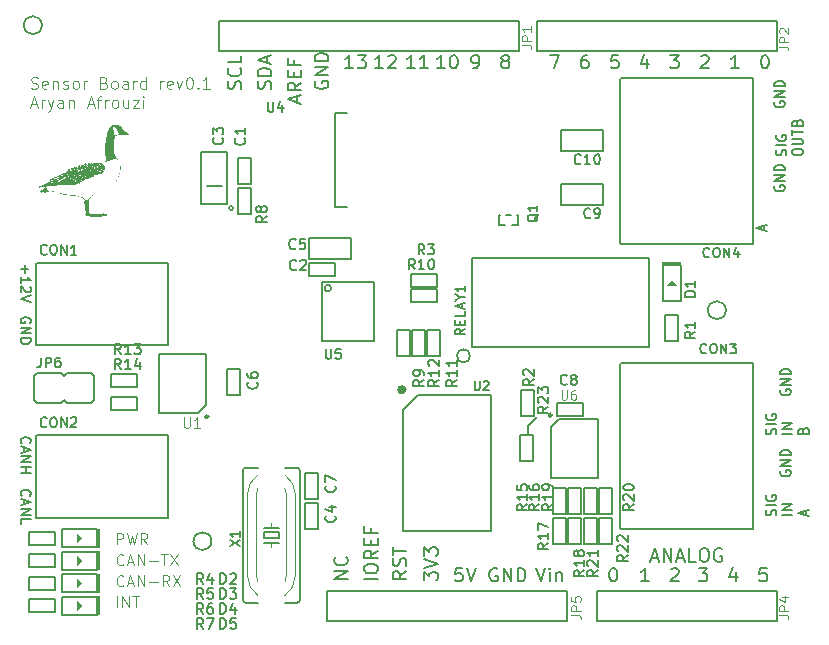
<source format=gbr>
%TF.GenerationSoftware,KiCad,Pcbnew,7.0.7*%
%TF.CreationDate,2023-10-02T21:51:04-04:00*%
%TF.ProjectId,sensor_interface_1.1.0,73656e73-6f72-45f6-996e-746572666163,rev?*%
%TF.SameCoordinates,Original*%
%TF.FileFunction,Legend,Top*%
%TF.FilePolarity,Positive*%
%FSLAX46Y46*%
G04 Gerber Fmt 4.6, Leading zero omitted, Abs format (unit mm)*
G04 Created by KiCad (PCBNEW 7.0.7) date 2023-10-02 21:51:04*
%MOMM*%
%LPD*%
G01*
G04 APERTURE LIST*
%ADD10C,0.100000*%
%ADD11C,0.152400*%
%ADD12C,0.162560*%
%ADD13C,0.081280*%
%ADD14C,0.127000*%
%ADD15C,0.097790*%
%ADD16C,0.182880*%
%ADD17C,0.136550*%
%ADD18C,0.087033*%
%ADD19C,0.186944*%
%ADD20C,0.189992*%
%ADD21C,0.126594*%
%ADD22C,0.050800*%
%ADD23C,0.254000*%
%ADD24C,0.381000*%
G04 APERTURE END LIST*
D10*
X115899182Y-85250158D02*
X116042039Y-85297777D01*
X116042039Y-85297777D02*
X116280134Y-85297777D01*
X116280134Y-85297777D02*
X116375372Y-85250158D01*
X116375372Y-85250158D02*
X116422991Y-85202538D01*
X116422991Y-85202538D02*
X116470610Y-85107300D01*
X116470610Y-85107300D02*
X116470610Y-85012062D01*
X116470610Y-85012062D02*
X116422991Y-84916824D01*
X116422991Y-84916824D02*
X116375372Y-84869205D01*
X116375372Y-84869205D02*
X116280134Y-84821586D01*
X116280134Y-84821586D02*
X116089658Y-84773967D01*
X116089658Y-84773967D02*
X115994420Y-84726348D01*
X115994420Y-84726348D02*
X115946801Y-84678729D01*
X115946801Y-84678729D02*
X115899182Y-84583491D01*
X115899182Y-84583491D02*
X115899182Y-84488253D01*
X115899182Y-84488253D02*
X115946801Y-84393015D01*
X115946801Y-84393015D02*
X115994420Y-84345396D01*
X115994420Y-84345396D02*
X116089658Y-84297777D01*
X116089658Y-84297777D02*
X116327753Y-84297777D01*
X116327753Y-84297777D02*
X116470610Y-84345396D01*
X117280134Y-85250158D02*
X117184896Y-85297777D01*
X117184896Y-85297777D02*
X116994420Y-85297777D01*
X116994420Y-85297777D02*
X116899182Y-85250158D01*
X116899182Y-85250158D02*
X116851563Y-85154919D01*
X116851563Y-85154919D02*
X116851563Y-84773967D01*
X116851563Y-84773967D02*
X116899182Y-84678729D01*
X116899182Y-84678729D02*
X116994420Y-84631110D01*
X116994420Y-84631110D02*
X117184896Y-84631110D01*
X117184896Y-84631110D02*
X117280134Y-84678729D01*
X117280134Y-84678729D02*
X117327753Y-84773967D01*
X117327753Y-84773967D02*
X117327753Y-84869205D01*
X117327753Y-84869205D02*
X116851563Y-84964443D01*
X117756325Y-84631110D02*
X117756325Y-85297777D01*
X117756325Y-84726348D02*
X117803944Y-84678729D01*
X117803944Y-84678729D02*
X117899182Y-84631110D01*
X117899182Y-84631110D02*
X118042039Y-84631110D01*
X118042039Y-84631110D02*
X118137277Y-84678729D01*
X118137277Y-84678729D02*
X118184896Y-84773967D01*
X118184896Y-84773967D02*
X118184896Y-85297777D01*
X118613468Y-85250158D02*
X118708706Y-85297777D01*
X118708706Y-85297777D02*
X118899182Y-85297777D01*
X118899182Y-85297777D02*
X118994420Y-85250158D01*
X118994420Y-85250158D02*
X119042039Y-85154919D01*
X119042039Y-85154919D02*
X119042039Y-85107300D01*
X119042039Y-85107300D02*
X118994420Y-85012062D01*
X118994420Y-85012062D02*
X118899182Y-84964443D01*
X118899182Y-84964443D02*
X118756325Y-84964443D01*
X118756325Y-84964443D02*
X118661087Y-84916824D01*
X118661087Y-84916824D02*
X118613468Y-84821586D01*
X118613468Y-84821586D02*
X118613468Y-84773967D01*
X118613468Y-84773967D02*
X118661087Y-84678729D01*
X118661087Y-84678729D02*
X118756325Y-84631110D01*
X118756325Y-84631110D02*
X118899182Y-84631110D01*
X118899182Y-84631110D02*
X118994420Y-84678729D01*
X119613468Y-85297777D02*
X119518230Y-85250158D01*
X119518230Y-85250158D02*
X119470611Y-85202538D01*
X119470611Y-85202538D02*
X119422992Y-85107300D01*
X119422992Y-85107300D02*
X119422992Y-84821586D01*
X119422992Y-84821586D02*
X119470611Y-84726348D01*
X119470611Y-84726348D02*
X119518230Y-84678729D01*
X119518230Y-84678729D02*
X119613468Y-84631110D01*
X119613468Y-84631110D02*
X119756325Y-84631110D01*
X119756325Y-84631110D02*
X119851563Y-84678729D01*
X119851563Y-84678729D02*
X119899182Y-84726348D01*
X119899182Y-84726348D02*
X119946801Y-84821586D01*
X119946801Y-84821586D02*
X119946801Y-85107300D01*
X119946801Y-85107300D02*
X119899182Y-85202538D01*
X119899182Y-85202538D02*
X119851563Y-85250158D01*
X119851563Y-85250158D02*
X119756325Y-85297777D01*
X119756325Y-85297777D02*
X119613468Y-85297777D01*
X120375373Y-85297777D02*
X120375373Y-84631110D01*
X120375373Y-84821586D02*
X120422992Y-84726348D01*
X120422992Y-84726348D02*
X120470611Y-84678729D01*
X120470611Y-84678729D02*
X120565849Y-84631110D01*
X120565849Y-84631110D02*
X120661087Y-84631110D01*
X122089659Y-84773967D02*
X122232516Y-84821586D01*
X122232516Y-84821586D02*
X122280135Y-84869205D01*
X122280135Y-84869205D02*
X122327754Y-84964443D01*
X122327754Y-84964443D02*
X122327754Y-85107300D01*
X122327754Y-85107300D02*
X122280135Y-85202538D01*
X122280135Y-85202538D02*
X122232516Y-85250158D01*
X122232516Y-85250158D02*
X122137278Y-85297777D01*
X122137278Y-85297777D02*
X121756326Y-85297777D01*
X121756326Y-85297777D02*
X121756326Y-84297777D01*
X121756326Y-84297777D02*
X122089659Y-84297777D01*
X122089659Y-84297777D02*
X122184897Y-84345396D01*
X122184897Y-84345396D02*
X122232516Y-84393015D01*
X122232516Y-84393015D02*
X122280135Y-84488253D01*
X122280135Y-84488253D02*
X122280135Y-84583491D01*
X122280135Y-84583491D02*
X122232516Y-84678729D01*
X122232516Y-84678729D02*
X122184897Y-84726348D01*
X122184897Y-84726348D02*
X122089659Y-84773967D01*
X122089659Y-84773967D02*
X121756326Y-84773967D01*
X122899183Y-85297777D02*
X122803945Y-85250158D01*
X122803945Y-85250158D02*
X122756326Y-85202538D01*
X122756326Y-85202538D02*
X122708707Y-85107300D01*
X122708707Y-85107300D02*
X122708707Y-84821586D01*
X122708707Y-84821586D02*
X122756326Y-84726348D01*
X122756326Y-84726348D02*
X122803945Y-84678729D01*
X122803945Y-84678729D02*
X122899183Y-84631110D01*
X122899183Y-84631110D02*
X123042040Y-84631110D01*
X123042040Y-84631110D02*
X123137278Y-84678729D01*
X123137278Y-84678729D02*
X123184897Y-84726348D01*
X123184897Y-84726348D02*
X123232516Y-84821586D01*
X123232516Y-84821586D02*
X123232516Y-85107300D01*
X123232516Y-85107300D02*
X123184897Y-85202538D01*
X123184897Y-85202538D02*
X123137278Y-85250158D01*
X123137278Y-85250158D02*
X123042040Y-85297777D01*
X123042040Y-85297777D02*
X122899183Y-85297777D01*
X124089659Y-85297777D02*
X124089659Y-84773967D01*
X124089659Y-84773967D02*
X124042040Y-84678729D01*
X124042040Y-84678729D02*
X123946802Y-84631110D01*
X123946802Y-84631110D02*
X123756326Y-84631110D01*
X123756326Y-84631110D02*
X123661088Y-84678729D01*
X124089659Y-85250158D02*
X123994421Y-85297777D01*
X123994421Y-85297777D02*
X123756326Y-85297777D01*
X123756326Y-85297777D02*
X123661088Y-85250158D01*
X123661088Y-85250158D02*
X123613469Y-85154919D01*
X123613469Y-85154919D02*
X123613469Y-85059681D01*
X123613469Y-85059681D02*
X123661088Y-84964443D01*
X123661088Y-84964443D02*
X123756326Y-84916824D01*
X123756326Y-84916824D02*
X123994421Y-84916824D01*
X123994421Y-84916824D02*
X124089659Y-84869205D01*
X124565850Y-85297777D02*
X124565850Y-84631110D01*
X124565850Y-84821586D02*
X124613469Y-84726348D01*
X124613469Y-84726348D02*
X124661088Y-84678729D01*
X124661088Y-84678729D02*
X124756326Y-84631110D01*
X124756326Y-84631110D02*
X124851564Y-84631110D01*
X125613469Y-85297777D02*
X125613469Y-84297777D01*
X125613469Y-85250158D02*
X125518231Y-85297777D01*
X125518231Y-85297777D02*
X125327755Y-85297777D01*
X125327755Y-85297777D02*
X125232517Y-85250158D01*
X125232517Y-85250158D02*
X125184898Y-85202538D01*
X125184898Y-85202538D02*
X125137279Y-85107300D01*
X125137279Y-85107300D02*
X125137279Y-84821586D01*
X125137279Y-84821586D02*
X125184898Y-84726348D01*
X125184898Y-84726348D02*
X125232517Y-84678729D01*
X125232517Y-84678729D02*
X125327755Y-84631110D01*
X125327755Y-84631110D02*
X125518231Y-84631110D01*
X125518231Y-84631110D02*
X125613469Y-84678729D01*
X126851565Y-85297777D02*
X126851565Y-84631110D01*
X126851565Y-84821586D02*
X126899184Y-84726348D01*
X126899184Y-84726348D02*
X126946803Y-84678729D01*
X126946803Y-84678729D02*
X127042041Y-84631110D01*
X127042041Y-84631110D02*
X127137279Y-84631110D01*
X127851565Y-85250158D02*
X127756327Y-85297777D01*
X127756327Y-85297777D02*
X127565851Y-85297777D01*
X127565851Y-85297777D02*
X127470613Y-85250158D01*
X127470613Y-85250158D02*
X127422994Y-85154919D01*
X127422994Y-85154919D02*
X127422994Y-84773967D01*
X127422994Y-84773967D02*
X127470613Y-84678729D01*
X127470613Y-84678729D02*
X127565851Y-84631110D01*
X127565851Y-84631110D02*
X127756327Y-84631110D01*
X127756327Y-84631110D02*
X127851565Y-84678729D01*
X127851565Y-84678729D02*
X127899184Y-84773967D01*
X127899184Y-84773967D02*
X127899184Y-84869205D01*
X127899184Y-84869205D02*
X127422994Y-84964443D01*
X128232518Y-84631110D02*
X128470613Y-85297777D01*
X128470613Y-85297777D02*
X128708708Y-84631110D01*
X129280137Y-84297777D02*
X129375375Y-84297777D01*
X129375375Y-84297777D02*
X129470613Y-84345396D01*
X129470613Y-84345396D02*
X129518232Y-84393015D01*
X129518232Y-84393015D02*
X129565851Y-84488253D01*
X129565851Y-84488253D02*
X129613470Y-84678729D01*
X129613470Y-84678729D02*
X129613470Y-84916824D01*
X129613470Y-84916824D02*
X129565851Y-85107300D01*
X129565851Y-85107300D02*
X129518232Y-85202538D01*
X129518232Y-85202538D02*
X129470613Y-85250158D01*
X129470613Y-85250158D02*
X129375375Y-85297777D01*
X129375375Y-85297777D02*
X129280137Y-85297777D01*
X129280137Y-85297777D02*
X129184899Y-85250158D01*
X129184899Y-85250158D02*
X129137280Y-85202538D01*
X129137280Y-85202538D02*
X129089661Y-85107300D01*
X129089661Y-85107300D02*
X129042042Y-84916824D01*
X129042042Y-84916824D02*
X129042042Y-84678729D01*
X129042042Y-84678729D02*
X129089661Y-84488253D01*
X129089661Y-84488253D02*
X129137280Y-84393015D01*
X129137280Y-84393015D02*
X129184899Y-84345396D01*
X129184899Y-84345396D02*
X129280137Y-84297777D01*
X130042042Y-85202538D02*
X130089661Y-85250158D01*
X130089661Y-85250158D02*
X130042042Y-85297777D01*
X130042042Y-85297777D02*
X129994423Y-85250158D01*
X129994423Y-85250158D02*
X130042042Y-85202538D01*
X130042042Y-85202538D02*
X130042042Y-85297777D01*
X131042041Y-85297777D02*
X130470613Y-85297777D01*
X130756327Y-85297777D02*
X130756327Y-84297777D01*
X130756327Y-84297777D02*
X130661089Y-84440634D01*
X130661089Y-84440634D02*
X130565851Y-84535872D01*
X130565851Y-84535872D02*
X130470613Y-84583491D01*
X115899182Y-86622062D02*
X116375372Y-86622062D01*
X115803944Y-86907777D02*
X116137277Y-85907777D01*
X116137277Y-85907777D02*
X116470610Y-86907777D01*
X116803944Y-86907777D02*
X116803944Y-86241110D01*
X116803944Y-86431586D02*
X116851563Y-86336348D01*
X116851563Y-86336348D02*
X116899182Y-86288729D01*
X116899182Y-86288729D02*
X116994420Y-86241110D01*
X116994420Y-86241110D02*
X117089658Y-86241110D01*
X117327754Y-86241110D02*
X117565849Y-86907777D01*
X117803944Y-86241110D02*
X117565849Y-86907777D01*
X117565849Y-86907777D02*
X117470611Y-87145872D01*
X117470611Y-87145872D02*
X117422992Y-87193491D01*
X117422992Y-87193491D02*
X117327754Y-87241110D01*
X118613468Y-86907777D02*
X118613468Y-86383967D01*
X118613468Y-86383967D02*
X118565849Y-86288729D01*
X118565849Y-86288729D02*
X118470611Y-86241110D01*
X118470611Y-86241110D02*
X118280135Y-86241110D01*
X118280135Y-86241110D02*
X118184897Y-86288729D01*
X118613468Y-86860158D02*
X118518230Y-86907777D01*
X118518230Y-86907777D02*
X118280135Y-86907777D01*
X118280135Y-86907777D02*
X118184897Y-86860158D01*
X118184897Y-86860158D02*
X118137278Y-86764919D01*
X118137278Y-86764919D02*
X118137278Y-86669681D01*
X118137278Y-86669681D02*
X118184897Y-86574443D01*
X118184897Y-86574443D02*
X118280135Y-86526824D01*
X118280135Y-86526824D02*
X118518230Y-86526824D01*
X118518230Y-86526824D02*
X118613468Y-86479205D01*
X119089659Y-86241110D02*
X119089659Y-86907777D01*
X119089659Y-86336348D02*
X119137278Y-86288729D01*
X119137278Y-86288729D02*
X119232516Y-86241110D01*
X119232516Y-86241110D02*
X119375373Y-86241110D01*
X119375373Y-86241110D02*
X119470611Y-86288729D01*
X119470611Y-86288729D02*
X119518230Y-86383967D01*
X119518230Y-86383967D02*
X119518230Y-86907777D01*
X120708707Y-86622062D02*
X121184897Y-86622062D01*
X120613469Y-86907777D02*
X120946802Y-85907777D01*
X120946802Y-85907777D02*
X121280135Y-86907777D01*
X121470612Y-86241110D02*
X121851564Y-86241110D01*
X121613469Y-86907777D02*
X121613469Y-86050634D01*
X121613469Y-86050634D02*
X121661088Y-85955396D01*
X121661088Y-85955396D02*
X121756326Y-85907777D01*
X121756326Y-85907777D02*
X121851564Y-85907777D01*
X122184898Y-86907777D02*
X122184898Y-86241110D01*
X122184898Y-86431586D02*
X122232517Y-86336348D01*
X122232517Y-86336348D02*
X122280136Y-86288729D01*
X122280136Y-86288729D02*
X122375374Y-86241110D01*
X122375374Y-86241110D02*
X122470612Y-86241110D01*
X122946803Y-86907777D02*
X122851565Y-86860158D01*
X122851565Y-86860158D02*
X122803946Y-86812538D01*
X122803946Y-86812538D02*
X122756327Y-86717300D01*
X122756327Y-86717300D02*
X122756327Y-86431586D01*
X122756327Y-86431586D02*
X122803946Y-86336348D01*
X122803946Y-86336348D02*
X122851565Y-86288729D01*
X122851565Y-86288729D02*
X122946803Y-86241110D01*
X122946803Y-86241110D02*
X123089660Y-86241110D01*
X123089660Y-86241110D02*
X123184898Y-86288729D01*
X123184898Y-86288729D02*
X123232517Y-86336348D01*
X123232517Y-86336348D02*
X123280136Y-86431586D01*
X123280136Y-86431586D02*
X123280136Y-86717300D01*
X123280136Y-86717300D02*
X123232517Y-86812538D01*
X123232517Y-86812538D02*
X123184898Y-86860158D01*
X123184898Y-86860158D02*
X123089660Y-86907777D01*
X123089660Y-86907777D02*
X122946803Y-86907777D01*
X124137279Y-86241110D02*
X124137279Y-86907777D01*
X123708708Y-86241110D02*
X123708708Y-86764919D01*
X123708708Y-86764919D02*
X123756327Y-86860158D01*
X123756327Y-86860158D02*
X123851565Y-86907777D01*
X123851565Y-86907777D02*
X123994422Y-86907777D01*
X123994422Y-86907777D02*
X124089660Y-86860158D01*
X124089660Y-86860158D02*
X124137279Y-86812538D01*
X124518232Y-86241110D02*
X125042041Y-86241110D01*
X125042041Y-86241110D02*
X124518232Y-86907777D01*
X124518232Y-86907777D02*
X125042041Y-86907777D01*
X125422994Y-86907777D02*
X125422994Y-86241110D01*
X125422994Y-85907777D02*
X125375375Y-85955396D01*
X125375375Y-85955396D02*
X125422994Y-86003015D01*
X125422994Y-86003015D02*
X125470613Y-85955396D01*
X125470613Y-85955396D02*
X125422994Y-85907777D01*
X125422994Y-85907777D02*
X125422994Y-86003015D01*
D11*
X157968750Y-114585950D02*
X157968750Y-113823950D01*
X157968750Y-113823950D02*
X158730750Y-113061950D01*
D12*
X179809174Y-90948443D02*
X179849814Y-90826523D01*
X179849814Y-90826523D02*
X179849814Y-90623323D01*
X179849814Y-90623323D02*
X179809174Y-90542043D01*
X179809174Y-90542043D02*
X179768534Y-90501403D01*
X179768534Y-90501403D02*
X179687254Y-90460763D01*
X179687254Y-90460763D02*
X179605974Y-90460763D01*
X179605974Y-90460763D02*
X179524694Y-90501403D01*
X179524694Y-90501403D02*
X179484054Y-90542043D01*
X179484054Y-90542043D02*
X179443414Y-90623323D01*
X179443414Y-90623323D02*
X179402774Y-90785883D01*
X179402774Y-90785883D02*
X179362134Y-90867163D01*
X179362134Y-90867163D02*
X179321494Y-90907803D01*
X179321494Y-90907803D02*
X179240214Y-90948443D01*
X179240214Y-90948443D02*
X179158934Y-90948443D01*
X179158934Y-90948443D02*
X179077654Y-90907803D01*
X179077654Y-90907803D02*
X179037014Y-90867163D01*
X179037014Y-90867163D02*
X178996374Y-90785883D01*
X178996374Y-90785883D02*
X178996374Y-90582683D01*
X178996374Y-90582683D02*
X179037014Y-90460763D01*
X179849814Y-90095003D02*
X178996374Y-90095003D01*
X179037014Y-89241563D02*
X178996374Y-89322843D01*
X178996374Y-89322843D02*
X178996374Y-89444763D01*
X178996374Y-89444763D02*
X179037014Y-89566683D01*
X179037014Y-89566683D02*
X179118294Y-89647963D01*
X179118294Y-89647963D02*
X179199574Y-89688603D01*
X179199574Y-89688603D02*
X179362134Y-89729243D01*
X179362134Y-89729243D02*
X179484054Y-89729243D01*
X179484054Y-89729243D02*
X179646614Y-89688603D01*
X179646614Y-89688603D02*
X179727894Y-89647963D01*
X179727894Y-89647963D02*
X179809174Y-89566683D01*
X179809174Y-89566683D02*
X179849814Y-89444763D01*
X179849814Y-89444763D02*
X179849814Y-89363483D01*
X179849814Y-89363483D02*
X179809174Y-89241563D01*
X179809174Y-89241563D02*
X179768534Y-89200923D01*
X179768534Y-89200923D02*
X179484054Y-89200923D01*
X179484054Y-89200923D02*
X179484054Y-89363483D01*
X180370412Y-90745243D02*
X180370412Y-90582683D01*
X180370412Y-90582683D02*
X180411052Y-90501403D01*
X180411052Y-90501403D02*
X180492332Y-90420123D01*
X180492332Y-90420123D02*
X180654892Y-90379483D01*
X180654892Y-90379483D02*
X180939372Y-90379483D01*
X180939372Y-90379483D02*
X181101932Y-90420123D01*
X181101932Y-90420123D02*
X181183212Y-90501403D01*
X181183212Y-90501403D02*
X181223852Y-90582683D01*
X181223852Y-90582683D02*
X181223852Y-90745243D01*
X181223852Y-90745243D02*
X181183212Y-90826523D01*
X181183212Y-90826523D02*
X181101932Y-90907803D01*
X181101932Y-90907803D02*
X180939372Y-90948443D01*
X180939372Y-90948443D02*
X180654892Y-90948443D01*
X180654892Y-90948443D02*
X180492332Y-90907803D01*
X180492332Y-90907803D02*
X180411052Y-90826523D01*
X180411052Y-90826523D02*
X180370412Y-90745243D01*
X180370412Y-90013723D02*
X181061292Y-90013723D01*
X181061292Y-90013723D02*
X181142572Y-89973083D01*
X181142572Y-89973083D02*
X181183212Y-89932443D01*
X181183212Y-89932443D02*
X181223852Y-89851163D01*
X181223852Y-89851163D02*
X181223852Y-89688603D01*
X181223852Y-89688603D02*
X181183212Y-89607323D01*
X181183212Y-89607323D02*
X181142572Y-89566683D01*
X181142572Y-89566683D02*
X181061292Y-89526043D01*
X181061292Y-89526043D02*
X180370412Y-89526043D01*
X180370412Y-89241563D02*
X180370412Y-88753883D01*
X181223852Y-88997723D02*
X180370412Y-88997723D01*
X180776812Y-88184923D02*
X180817452Y-88063003D01*
X180817452Y-88063003D02*
X180858092Y-88022363D01*
X180858092Y-88022363D02*
X180939372Y-87981723D01*
X180939372Y-87981723D02*
X181061292Y-87981723D01*
X181061292Y-87981723D02*
X181142572Y-88022363D01*
X181142572Y-88022363D02*
X181183212Y-88063003D01*
X181183212Y-88063003D02*
X181223852Y-88144283D01*
X181223852Y-88144283D02*
X181223852Y-88469403D01*
X181223852Y-88469403D02*
X180370412Y-88469403D01*
X180370412Y-88469403D02*
X180370412Y-88184923D01*
X180370412Y-88184923D02*
X180411052Y-88103643D01*
X180411052Y-88103643D02*
X180451692Y-88063003D01*
X180451692Y-88063003D02*
X180532972Y-88022363D01*
X180532972Y-88022363D02*
X180614252Y-88022363D01*
X180614252Y-88022363D02*
X180695532Y-88063003D01*
X180695532Y-88063003D02*
X180736172Y-88103643D01*
X180736172Y-88103643D02*
X180776812Y-88184923D01*
X180776812Y-88184923D02*
X180776812Y-88469403D01*
D13*
X123726901Y-127332310D02*
X123682390Y-127376821D01*
X123682390Y-127376821D02*
X123548859Y-127421331D01*
X123548859Y-127421331D02*
X123459838Y-127421331D01*
X123459838Y-127421331D02*
X123326306Y-127376821D01*
X123326306Y-127376821D02*
X123237285Y-127287800D01*
X123237285Y-127287800D02*
X123192775Y-127198779D01*
X123192775Y-127198779D02*
X123148264Y-127020737D01*
X123148264Y-127020737D02*
X123148264Y-126887205D01*
X123148264Y-126887205D02*
X123192775Y-126709163D01*
X123192775Y-126709163D02*
X123237285Y-126620142D01*
X123237285Y-126620142D02*
X123326306Y-126531121D01*
X123326306Y-126531121D02*
X123459838Y-126486611D01*
X123459838Y-126486611D02*
X123548859Y-126486611D01*
X123548859Y-126486611D02*
X123682390Y-126531121D01*
X123682390Y-126531121D02*
X123726901Y-126575632D01*
X124082984Y-127154268D02*
X124528089Y-127154268D01*
X123993963Y-127421331D02*
X124305537Y-126486611D01*
X124305537Y-126486611D02*
X124617110Y-127421331D01*
X124928684Y-127421331D02*
X124928684Y-126486611D01*
X124928684Y-126486611D02*
X125462810Y-127421331D01*
X125462810Y-127421331D02*
X125462810Y-126486611D01*
X125907914Y-127065247D02*
X126620082Y-127065247D01*
X127599312Y-127421331D02*
X127287738Y-126976226D01*
X127065186Y-127421331D02*
X127065186Y-126486611D01*
X127065186Y-126486611D02*
X127421270Y-126486611D01*
X127421270Y-126486611D02*
X127510291Y-126531121D01*
X127510291Y-126531121D02*
X127554801Y-126575632D01*
X127554801Y-126575632D02*
X127599312Y-126664653D01*
X127599312Y-126664653D02*
X127599312Y-126798184D01*
X127599312Y-126798184D02*
X127554801Y-126887205D01*
X127554801Y-126887205D02*
X127510291Y-126931716D01*
X127510291Y-126931716D02*
X127421270Y-126976226D01*
X127421270Y-126976226D02*
X127065186Y-126976226D01*
X127910885Y-126486611D02*
X128534032Y-127421331D01*
X128534032Y-126486611D02*
X127910885Y-127421331D01*
D12*
X178887052Y-93508763D02*
X178846412Y-93590043D01*
X178846412Y-93590043D02*
X178846412Y-93711963D01*
X178846412Y-93711963D02*
X178887052Y-93833883D01*
X178887052Y-93833883D02*
X178968332Y-93915163D01*
X178968332Y-93915163D02*
X179049612Y-93955803D01*
X179049612Y-93955803D02*
X179212172Y-93996443D01*
X179212172Y-93996443D02*
X179334092Y-93996443D01*
X179334092Y-93996443D02*
X179496652Y-93955803D01*
X179496652Y-93955803D02*
X179577932Y-93915163D01*
X179577932Y-93915163D02*
X179659212Y-93833883D01*
X179659212Y-93833883D02*
X179699852Y-93711963D01*
X179699852Y-93711963D02*
X179699852Y-93630683D01*
X179699852Y-93630683D02*
X179659212Y-93508763D01*
X179659212Y-93508763D02*
X179618572Y-93468123D01*
X179618572Y-93468123D02*
X179334092Y-93468123D01*
X179334092Y-93468123D02*
X179334092Y-93630683D01*
X179699852Y-93102363D02*
X178846412Y-93102363D01*
X178846412Y-93102363D02*
X179699852Y-92614683D01*
X179699852Y-92614683D02*
X178846412Y-92614683D01*
X179699852Y-92208283D02*
X178846412Y-92208283D01*
X178846412Y-92208283D02*
X178846412Y-92005083D01*
X178846412Y-92005083D02*
X178887052Y-91883163D01*
X178887052Y-91883163D02*
X178968332Y-91801883D01*
X178968332Y-91801883D02*
X179049612Y-91761243D01*
X179049612Y-91761243D02*
X179212172Y-91720603D01*
X179212172Y-91720603D02*
X179334092Y-91720603D01*
X179334092Y-91720603D02*
X179496652Y-91761243D01*
X179496652Y-91761243D02*
X179577932Y-91801883D01*
X179577932Y-91801883D02*
X179659212Y-91883163D01*
X179659212Y-91883163D02*
X179699852Y-92005083D01*
X179699852Y-92005083D02*
X179699852Y-92208283D01*
X178887052Y-86396763D02*
X178846412Y-86478043D01*
X178846412Y-86478043D02*
X178846412Y-86599963D01*
X178846412Y-86599963D02*
X178887052Y-86721883D01*
X178887052Y-86721883D02*
X178968332Y-86803163D01*
X178968332Y-86803163D02*
X179049612Y-86843803D01*
X179049612Y-86843803D02*
X179212172Y-86884443D01*
X179212172Y-86884443D02*
X179334092Y-86884443D01*
X179334092Y-86884443D02*
X179496652Y-86843803D01*
X179496652Y-86843803D02*
X179577932Y-86803163D01*
X179577932Y-86803163D02*
X179659212Y-86721883D01*
X179659212Y-86721883D02*
X179699852Y-86599963D01*
X179699852Y-86599963D02*
X179699852Y-86518683D01*
X179699852Y-86518683D02*
X179659212Y-86396763D01*
X179659212Y-86396763D02*
X179618572Y-86356123D01*
X179618572Y-86356123D02*
X179334092Y-86356123D01*
X179334092Y-86356123D02*
X179334092Y-86518683D01*
X179699852Y-85990363D02*
X178846412Y-85990363D01*
X178846412Y-85990363D02*
X179699852Y-85502683D01*
X179699852Y-85502683D02*
X178846412Y-85502683D01*
X179699852Y-85096283D02*
X178846412Y-85096283D01*
X178846412Y-85096283D02*
X178846412Y-84893083D01*
X178846412Y-84893083D02*
X178887052Y-84771163D01*
X178887052Y-84771163D02*
X178968332Y-84689883D01*
X178968332Y-84689883D02*
X179049612Y-84649243D01*
X179049612Y-84649243D02*
X179212172Y-84608603D01*
X179212172Y-84608603D02*
X179334092Y-84608603D01*
X179334092Y-84608603D02*
X179496652Y-84649243D01*
X179496652Y-84649243D02*
X179577932Y-84689883D01*
X179577932Y-84689883D02*
X179659212Y-84771163D01*
X179659212Y-84771163D02*
X179699852Y-84893083D01*
X179699852Y-84893083D02*
X179699852Y-85096283D01*
X179395052Y-117638763D02*
X179354412Y-117720043D01*
X179354412Y-117720043D02*
X179354412Y-117841963D01*
X179354412Y-117841963D02*
X179395052Y-117963883D01*
X179395052Y-117963883D02*
X179476332Y-118045163D01*
X179476332Y-118045163D02*
X179557612Y-118085803D01*
X179557612Y-118085803D02*
X179720172Y-118126443D01*
X179720172Y-118126443D02*
X179842092Y-118126443D01*
X179842092Y-118126443D02*
X180004652Y-118085803D01*
X180004652Y-118085803D02*
X180085932Y-118045163D01*
X180085932Y-118045163D02*
X180167212Y-117963883D01*
X180167212Y-117963883D02*
X180207852Y-117841963D01*
X180207852Y-117841963D02*
X180207852Y-117760683D01*
X180207852Y-117760683D02*
X180167212Y-117638763D01*
X180167212Y-117638763D02*
X180126572Y-117598123D01*
X180126572Y-117598123D02*
X179842092Y-117598123D01*
X179842092Y-117598123D02*
X179842092Y-117760683D01*
X180207852Y-117232363D02*
X179354412Y-117232363D01*
X179354412Y-117232363D02*
X180207852Y-116744683D01*
X180207852Y-116744683D02*
X179354412Y-116744683D01*
X180207852Y-116338283D02*
X179354412Y-116338283D01*
X179354412Y-116338283D02*
X179354412Y-116135083D01*
X179354412Y-116135083D02*
X179395052Y-116013163D01*
X179395052Y-116013163D02*
X179476332Y-115931883D01*
X179476332Y-115931883D02*
X179557612Y-115891243D01*
X179557612Y-115891243D02*
X179720172Y-115850603D01*
X179720172Y-115850603D02*
X179842092Y-115850603D01*
X179842092Y-115850603D02*
X180004652Y-115891243D01*
X180004652Y-115891243D02*
X180085932Y-115931883D01*
X180085932Y-115931883D02*
X180167212Y-116013163D01*
X180167212Y-116013163D02*
X180207852Y-116135083D01*
X180207852Y-116135083D02*
X180207852Y-116338283D01*
X115109928Y-119765277D02*
X115069288Y-119724637D01*
X115069288Y-119724637D02*
X115028648Y-119602717D01*
X115028648Y-119602717D02*
X115028648Y-119521437D01*
X115028648Y-119521437D02*
X115069288Y-119399517D01*
X115069288Y-119399517D02*
X115150568Y-119318237D01*
X115150568Y-119318237D02*
X115231848Y-119277597D01*
X115231848Y-119277597D02*
X115394408Y-119236957D01*
X115394408Y-119236957D02*
X115516328Y-119236957D01*
X115516328Y-119236957D02*
X115678888Y-119277597D01*
X115678888Y-119277597D02*
X115760168Y-119318237D01*
X115760168Y-119318237D02*
X115841448Y-119399517D01*
X115841448Y-119399517D02*
X115882088Y-119521437D01*
X115882088Y-119521437D02*
X115882088Y-119602717D01*
X115882088Y-119602717D02*
X115841448Y-119724637D01*
X115841448Y-119724637D02*
X115800808Y-119765277D01*
X115272488Y-120090397D02*
X115272488Y-120496797D01*
X115028648Y-120009117D02*
X115882088Y-120293597D01*
X115882088Y-120293597D02*
X115028648Y-120578077D01*
X115028648Y-120862557D02*
X115882088Y-120862557D01*
X115882088Y-120862557D02*
X115028648Y-121350237D01*
X115028648Y-121350237D02*
X115882088Y-121350237D01*
X115028648Y-122163037D02*
X115028648Y-121756637D01*
X115028648Y-121756637D02*
X115882088Y-121756637D01*
X177932012Y-97298443D02*
X177932012Y-96892043D01*
X178175852Y-97379723D02*
X177322412Y-97095243D01*
X177322412Y-97095243D02*
X178175852Y-96810763D01*
X115353768Y-100227597D02*
X115353768Y-100877837D01*
X115028648Y-100552717D02*
X115678888Y-100552717D01*
X115028648Y-101731277D02*
X115028648Y-101243597D01*
X115028648Y-101487437D02*
X115882088Y-101487437D01*
X115882088Y-101487437D02*
X115760168Y-101406157D01*
X115760168Y-101406157D02*
X115678888Y-101324877D01*
X115678888Y-101324877D02*
X115638248Y-101243597D01*
X115800808Y-102056397D02*
X115841448Y-102097037D01*
X115841448Y-102097037D02*
X115882088Y-102178317D01*
X115882088Y-102178317D02*
X115882088Y-102381517D01*
X115882088Y-102381517D02*
X115841448Y-102462797D01*
X115841448Y-102462797D02*
X115800808Y-102503437D01*
X115800808Y-102503437D02*
X115719528Y-102544077D01*
X115719528Y-102544077D02*
X115638248Y-102544077D01*
X115638248Y-102544077D02*
X115516328Y-102503437D01*
X115516328Y-102503437D02*
X115028648Y-102015757D01*
X115028648Y-102015757D02*
X115028648Y-102544077D01*
X115882088Y-102787917D02*
X115028648Y-103072397D01*
X115028648Y-103072397D02*
X115882088Y-103356877D01*
D13*
X123192775Y-123865331D02*
X123192775Y-122930611D01*
X123192775Y-122930611D02*
X123548859Y-122930611D01*
X123548859Y-122930611D02*
X123637880Y-122975121D01*
X123637880Y-122975121D02*
X123682390Y-123019632D01*
X123682390Y-123019632D02*
X123726901Y-123108653D01*
X123726901Y-123108653D02*
X123726901Y-123242184D01*
X123726901Y-123242184D02*
X123682390Y-123331205D01*
X123682390Y-123331205D02*
X123637880Y-123375716D01*
X123637880Y-123375716D02*
X123548859Y-123420226D01*
X123548859Y-123420226D02*
X123192775Y-123420226D01*
X124038474Y-122930611D02*
X124261026Y-123865331D01*
X124261026Y-123865331D02*
X124439068Y-123197674D01*
X124439068Y-123197674D02*
X124617110Y-123865331D01*
X124617110Y-123865331D02*
X124839663Y-122930611D01*
X125729872Y-123865331D02*
X125418298Y-123420226D01*
X125195746Y-123865331D02*
X125195746Y-122930611D01*
X125195746Y-122930611D02*
X125551830Y-122930611D01*
X125551830Y-122930611D02*
X125640851Y-122975121D01*
X125640851Y-122975121D02*
X125685361Y-123019632D01*
X125685361Y-123019632D02*
X125729872Y-123108653D01*
X125729872Y-123108653D02*
X125729872Y-123242184D01*
X125729872Y-123242184D02*
X125685361Y-123331205D01*
X125685361Y-123331205D02*
X125640851Y-123375716D01*
X125640851Y-123375716D02*
X125551830Y-123420226D01*
X125551830Y-123420226D02*
X125195746Y-123420226D01*
D12*
X115841448Y-105119637D02*
X115882088Y-105038357D01*
X115882088Y-105038357D02*
X115882088Y-104916437D01*
X115882088Y-104916437D02*
X115841448Y-104794517D01*
X115841448Y-104794517D02*
X115760168Y-104713237D01*
X115760168Y-104713237D02*
X115678888Y-104672597D01*
X115678888Y-104672597D02*
X115516328Y-104631957D01*
X115516328Y-104631957D02*
X115394408Y-104631957D01*
X115394408Y-104631957D02*
X115231848Y-104672597D01*
X115231848Y-104672597D02*
X115150568Y-104713237D01*
X115150568Y-104713237D02*
X115069288Y-104794517D01*
X115069288Y-104794517D02*
X115028648Y-104916437D01*
X115028648Y-104916437D02*
X115028648Y-104997717D01*
X115028648Y-104997717D02*
X115069288Y-105119637D01*
X115069288Y-105119637D02*
X115109928Y-105160277D01*
X115109928Y-105160277D02*
X115394408Y-105160277D01*
X115394408Y-105160277D02*
X115394408Y-104997717D01*
X115028648Y-105526037D02*
X115882088Y-105526037D01*
X115882088Y-105526037D02*
X115028648Y-106013717D01*
X115028648Y-106013717D02*
X115882088Y-106013717D01*
X115028648Y-106420117D02*
X115882088Y-106420117D01*
X115882088Y-106420117D02*
X115882088Y-106623317D01*
X115882088Y-106623317D02*
X115841448Y-106745237D01*
X115841448Y-106745237D02*
X115760168Y-106826517D01*
X115760168Y-106826517D02*
X115678888Y-106867157D01*
X115678888Y-106867157D02*
X115516328Y-106907797D01*
X115516328Y-106907797D02*
X115394408Y-106907797D01*
X115394408Y-106907797D02*
X115231848Y-106867157D01*
X115231848Y-106867157D02*
X115150568Y-106826517D01*
X115150568Y-106826517D02*
X115069288Y-106745237D01*
X115069288Y-106745237D02*
X115028648Y-106623317D01*
X115028648Y-106623317D02*
X115028648Y-106420117D01*
X115109928Y-115320277D02*
X115069288Y-115279637D01*
X115069288Y-115279637D02*
X115028648Y-115157717D01*
X115028648Y-115157717D02*
X115028648Y-115076437D01*
X115028648Y-115076437D02*
X115069288Y-114954517D01*
X115069288Y-114954517D02*
X115150568Y-114873237D01*
X115150568Y-114873237D02*
X115231848Y-114832597D01*
X115231848Y-114832597D02*
X115394408Y-114791957D01*
X115394408Y-114791957D02*
X115516328Y-114791957D01*
X115516328Y-114791957D02*
X115678888Y-114832597D01*
X115678888Y-114832597D02*
X115760168Y-114873237D01*
X115760168Y-114873237D02*
X115841448Y-114954517D01*
X115841448Y-114954517D02*
X115882088Y-115076437D01*
X115882088Y-115076437D02*
X115882088Y-115157717D01*
X115882088Y-115157717D02*
X115841448Y-115279637D01*
X115841448Y-115279637D02*
X115800808Y-115320277D01*
X115272488Y-115645397D02*
X115272488Y-116051797D01*
X115028648Y-115564117D02*
X115882088Y-115848597D01*
X115882088Y-115848597D02*
X115028648Y-116133077D01*
X115028648Y-116417557D02*
X115882088Y-116417557D01*
X115882088Y-116417557D02*
X115028648Y-116905237D01*
X115028648Y-116905237D02*
X115882088Y-116905237D01*
X115028648Y-117311637D02*
X115882088Y-117311637D01*
X115475688Y-117311637D02*
X115475688Y-117799317D01*
X115028648Y-117799317D02*
X115882088Y-117799317D01*
D13*
X123192775Y-129199331D02*
X123192775Y-128264611D01*
X123637880Y-129199331D02*
X123637880Y-128264611D01*
X123637880Y-128264611D02*
X124172006Y-129199331D01*
X124172006Y-129199331D02*
X124172006Y-128264611D01*
X124483578Y-128264611D02*
X125017704Y-128264611D01*
X124750641Y-129199331D02*
X124750641Y-128264611D01*
D12*
X179395052Y-110780763D02*
X179354412Y-110862043D01*
X179354412Y-110862043D02*
X179354412Y-110983963D01*
X179354412Y-110983963D02*
X179395052Y-111105883D01*
X179395052Y-111105883D02*
X179476332Y-111187163D01*
X179476332Y-111187163D02*
X179557612Y-111227803D01*
X179557612Y-111227803D02*
X179720172Y-111268443D01*
X179720172Y-111268443D02*
X179842092Y-111268443D01*
X179842092Y-111268443D02*
X180004652Y-111227803D01*
X180004652Y-111227803D02*
X180085932Y-111187163D01*
X180085932Y-111187163D02*
X180167212Y-111105883D01*
X180167212Y-111105883D02*
X180207852Y-110983963D01*
X180207852Y-110983963D02*
X180207852Y-110902683D01*
X180207852Y-110902683D02*
X180167212Y-110780763D01*
X180167212Y-110780763D02*
X180126572Y-110740123D01*
X180126572Y-110740123D02*
X179842092Y-110740123D01*
X179842092Y-110740123D02*
X179842092Y-110902683D01*
X180207852Y-110374363D02*
X179354412Y-110374363D01*
X179354412Y-110374363D02*
X180207852Y-109886683D01*
X180207852Y-109886683D02*
X179354412Y-109886683D01*
X180207852Y-109480283D02*
X179354412Y-109480283D01*
X179354412Y-109480283D02*
X179354412Y-109277083D01*
X179354412Y-109277083D02*
X179395052Y-109155163D01*
X179395052Y-109155163D02*
X179476332Y-109073883D01*
X179476332Y-109073883D02*
X179557612Y-109033243D01*
X179557612Y-109033243D02*
X179720172Y-108992603D01*
X179720172Y-108992603D02*
X179842092Y-108992603D01*
X179842092Y-108992603D02*
X180004652Y-109033243D01*
X180004652Y-109033243D02*
X180085932Y-109073883D01*
X180085932Y-109073883D02*
X180167212Y-109155163D01*
X180167212Y-109155163D02*
X180207852Y-109277083D01*
X180207852Y-109277083D02*
X180207852Y-109480283D01*
X178943136Y-121428443D02*
X178983776Y-121306523D01*
X178983776Y-121306523D02*
X178983776Y-121103323D01*
X178983776Y-121103323D02*
X178943136Y-121022043D01*
X178943136Y-121022043D02*
X178902496Y-120981403D01*
X178902496Y-120981403D02*
X178821216Y-120940763D01*
X178821216Y-120940763D02*
X178739936Y-120940763D01*
X178739936Y-120940763D02*
X178658656Y-120981403D01*
X178658656Y-120981403D02*
X178618016Y-121022043D01*
X178618016Y-121022043D02*
X178577376Y-121103323D01*
X178577376Y-121103323D02*
X178536736Y-121265883D01*
X178536736Y-121265883D02*
X178496096Y-121347163D01*
X178496096Y-121347163D02*
X178455456Y-121387803D01*
X178455456Y-121387803D02*
X178374176Y-121428443D01*
X178374176Y-121428443D02*
X178292896Y-121428443D01*
X178292896Y-121428443D02*
X178211616Y-121387803D01*
X178211616Y-121387803D02*
X178170976Y-121347163D01*
X178170976Y-121347163D02*
X178130336Y-121265883D01*
X178130336Y-121265883D02*
X178130336Y-121062683D01*
X178130336Y-121062683D02*
X178170976Y-120940763D01*
X178983776Y-120575003D02*
X178130336Y-120575003D01*
X178170976Y-119721563D02*
X178130336Y-119802843D01*
X178130336Y-119802843D02*
X178130336Y-119924763D01*
X178130336Y-119924763D02*
X178170976Y-120046683D01*
X178170976Y-120046683D02*
X178252256Y-120127963D01*
X178252256Y-120127963D02*
X178333536Y-120168603D01*
X178333536Y-120168603D02*
X178496096Y-120209243D01*
X178496096Y-120209243D02*
X178618016Y-120209243D01*
X178618016Y-120209243D02*
X178780576Y-120168603D01*
X178780576Y-120168603D02*
X178861856Y-120127963D01*
X178861856Y-120127963D02*
X178943136Y-120046683D01*
X178943136Y-120046683D02*
X178983776Y-119924763D01*
X178983776Y-119924763D02*
X178983776Y-119843483D01*
X178983776Y-119843483D02*
X178943136Y-119721563D01*
X178943136Y-119721563D02*
X178902496Y-119680923D01*
X178902496Y-119680923D02*
X178618016Y-119680923D01*
X178618016Y-119680923D02*
X178618016Y-119843483D01*
X180357814Y-121387803D02*
X179504374Y-121387803D01*
X180357814Y-120981403D02*
X179504374Y-120981403D01*
X179504374Y-120981403D02*
X180357814Y-120493723D01*
X180357814Y-120493723D02*
X179504374Y-120493723D01*
X181488012Y-121428443D02*
X181488012Y-121022043D01*
X181731852Y-121509723D02*
X180878412Y-121225243D01*
X180878412Y-121225243D02*
X181731852Y-120940763D01*
D13*
X123726901Y-125554310D02*
X123682390Y-125598821D01*
X123682390Y-125598821D02*
X123548859Y-125643331D01*
X123548859Y-125643331D02*
X123459838Y-125643331D01*
X123459838Y-125643331D02*
X123326306Y-125598821D01*
X123326306Y-125598821D02*
X123237285Y-125509800D01*
X123237285Y-125509800D02*
X123192775Y-125420779D01*
X123192775Y-125420779D02*
X123148264Y-125242737D01*
X123148264Y-125242737D02*
X123148264Y-125109205D01*
X123148264Y-125109205D02*
X123192775Y-124931163D01*
X123192775Y-124931163D02*
X123237285Y-124842142D01*
X123237285Y-124842142D02*
X123326306Y-124753121D01*
X123326306Y-124753121D02*
X123459838Y-124708611D01*
X123459838Y-124708611D02*
X123548859Y-124708611D01*
X123548859Y-124708611D02*
X123682390Y-124753121D01*
X123682390Y-124753121D02*
X123726901Y-124797632D01*
X124082984Y-125376268D02*
X124528089Y-125376268D01*
X123993963Y-125643331D02*
X124305537Y-124708611D01*
X124305537Y-124708611D02*
X124617110Y-125643331D01*
X124928684Y-125643331D02*
X124928684Y-124708611D01*
X124928684Y-124708611D02*
X125462810Y-125643331D01*
X125462810Y-125643331D02*
X125462810Y-124708611D01*
X125907914Y-125287247D02*
X126620082Y-125287247D01*
X126931654Y-124708611D02*
X127465780Y-124708611D01*
X127198717Y-125643331D02*
X127198717Y-124708611D01*
X127688333Y-124708611D02*
X128311480Y-125643331D01*
X128311480Y-124708611D02*
X127688333Y-125643331D01*
D12*
X178943136Y-114570443D02*
X178983776Y-114448523D01*
X178983776Y-114448523D02*
X178983776Y-114245323D01*
X178983776Y-114245323D02*
X178943136Y-114164043D01*
X178943136Y-114164043D02*
X178902496Y-114123403D01*
X178902496Y-114123403D02*
X178821216Y-114082763D01*
X178821216Y-114082763D02*
X178739936Y-114082763D01*
X178739936Y-114082763D02*
X178658656Y-114123403D01*
X178658656Y-114123403D02*
X178618016Y-114164043D01*
X178618016Y-114164043D02*
X178577376Y-114245323D01*
X178577376Y-114245323D02*
X178536736Y-114407883D01*
X178536736Y-114407883D02*
X178496096Y-114489163D01*
X178496096Y-114489163D02*
X178455456Y-114529803D01*
X178455456Y-114529803D02*
X178374176Y-114570443D01*
X178374176Y-114570443D02*
X178292896Y-114570443D01*
X178292896Y-114570443D02*
X178211616Y-114529803D01*
X178211616Y-114529803D02*
X178170976Y-114489163D01*
X178170976Y-114489163D02*
X178130336Y-114407883D01*
X178130336Y-114407883D02*
X178130336Y-114204683D01*
X178130336Y-114204683D02*
X178170976Y-114082763D01*
X178983776Y-113717003D02*
X178130336Y-113717003D01*
X178170976Y-112863563D02*
X178130336Y-112944843D01*
X178130336Y-112944843D02*
X178130336Y-113066763D01*
X178130336Y-113066763D02*
X178170976Y-113188683D01*
X178170976Y-113188683D02*
X178252256Y-113269963D01*
X178252256Y-113269963D02*
X178333536Y-113310603D01*
X178333536Y-113310603D02*
X178496096Y-113351243D01*
X178496096Y-113351243D02*
X178618016Y-113351243D01*
X178618016Y-113351243D02*
X178780576Y-113310603D01*
X178780576Y-113310603D02*
X178861856Y-113269963D01*
X178861856Y-113269963D02*
X178943136Y-113188683D01*
X178943136Y-113188683D02*
X178983776Y-113066763D01*
X178983776Y-113066763D02*
X178983776Y-112985483D01*
X178983776Y-112985483D02*
X178943136Y-112863563D01*
X178943136Y-112863563D02*
X178902496Y-112822923D01*
X178902496Y-112822923D02*
X178618016Y-112822923D01*
X178618016Y-112822923D02*
X178618016Y-112985483D01*
X180357814Y-114529803D02*
X179504374Y-114529803D01*
X180357814Y-114123403D02*
X179504374Y-114123403D01*
X179504374Y-114123403D02*
X180357814Y-113635723D01*
X180357814Y-113635723D02*
X179504374Y-113635723D01*
X181284812Y-114245323D02*
X181325452Y-114123403D01*
X181325452Y-114123403D02*
X181366092Y-114082763D01*
X181366092Y-114082763D02*
X181447372Y-114042123D01*
X181447372Y-114042123D02*
X181569292Y-114042123D01*
X181569292Y-114042123D02*
X181650572Y-114082763D01*
X181650572Y-114082763D02*
X181691212Y-114123403D01*
X181691212Y-114123403D02*
X181731852Y-114204683D01*
X181731852Y-114204683D02*
X181731852Y-114529803D01*
X181731852Y-114529803D02*
X180878412Y-114529803D01*
X180878412Y-114529803D02*
X180878412Y-114245323D01*
X180878412Y-114245323D02*
X180919052Y-114164043D01*
X180919052Y-114164043D02*
X180959692Y-114123403D01*
X180959692Y-114123403D02*
X181040972Y-114082763D01*
X181040972Y-114082763D02*
X181122252Y-114082763D01*
X181122252Y-114082763D02*
X181203532Y-114123403D01*
X181203532Y-114123403D02*
X181244172Y-114164043D01*
X181244172Y-114164043D02*
X181284812Y-114245323D01*
X181284812Y-114245323D02*
X181284812Y-114529803D01*
D14*
X138445693Y-86471683D02*
X138445693Y-85927398D01*
X138772264Y-86580540D02*
X137629264Y-86199540D01*
X137629264Y-86199540D02*
X138772264Y-85818540D01*
X138772264Y-84784398D02*
X138227978Y-85165398D01*
X138772264Y-85437541D02*
X137629264Y-85437541D01*
X137629264Y-85437541D02*
X137629264Y-85002112D01*
X137629264Y-85002112D02*
X137683693Y-84893255D01*
X137683693Y-84893255D02*
X137738121Y-84838826D01*
X137738121Y-84838826D02*
X137846978Y-84784398D01*
X137846978Y-84784398D02*
X138010264Y-84784398D01*
X138010264Y-84784398D02*
X138119121Y-84838826D01*
X138119121Y-84838826D02*
X138173550Y-84893255D01*
X138173550Y-84893255D02*
X138227978Y-85002112D01*
X138227978Y-85002112D02*
X138227978Y-85437541D01*
X138173550Y-84294541D02*
X138173550Y-83913541D01*
X138772264Y-83750255D02*
X138772264Y-84294541D01*
X138772264Y-84294541D02*
X137629264Y-84294541D01*
X137629264Y-84294541D02*
X137629264Y-83750255D01*
X138173550Y-82879398D02*
X138173550Y-83260398D01*
X138772264Y-83260398D02*
X137629264Y-83260398D01*
X137629264Y-83260398D02*
X137629264Y-82716112D01*
X143175159Y-83578464D02*
X142522016Y-83578464D01*
X142848587Y-83578464D02*
X142848587Y-82435464D01*
X142848587Y-82435464D02*
X142739730Y-82598750D01*
X142739730Y-82598750D02*
X142630873Y-82707607D01*
X142630873Y-82707607D02*
X142522016Y-82762036D01*
X143556158Y-82435464D02*
X144263730Y-82435464D01*
X144263730Y-82435464D02*
X143882730Y-82870893D01*
X143882730Y-82870893D02*
X144046015Y-82870893D01*
X144046015Y-82870893D02*
X144154873Y-82925321D01*
X144154873Y-82925321D02*
X144209301Y-82979750D01*
X144209301Y-82979750D02*
X144263730Y-83088607D01*
X144263730Y-83088607D02*
X144263730Y-83360750D01*
X144263730Y-83360750D02*
X144209301Y-83469607D01*
X144209301Y-83469607D02*
X144154873Y-83524036D01*
X144154873Y-83524036D02*
X144046015Y-83578464D01*
X144046015Y-83578464D02*
X143719444Y-83578464D01*
X143719444Y-83578464D02*
X143610587Y-83524036D01*
X143610587Y-83524036D02*
X143556158Y-83469607D01*
X136177836Y-85328683D02*
X136232264Y-85165398D01*
X136232264Y-85165398D02*
X136232264Y-84893255D01*
X136232264Y-84893255D02*
X136177836Y-84784398D01*
X136177836Y-84784398D02*
X136123407Y-84729969D01*
X136123407Y-84729969D02*
X136014550Y-84675540D01*
X136014550Y-84675540D02*
X135905693Y-84675540D01*
X135905693Y-84675540D02*
X135796836Y-84729969D01*
X135796836Y-84729969D02*
X135742407Y-84784398D01*
X135742407Y-84784398D02*
X135687978Y-84893255D01*
X135687978Y-84893255D02*
X135633550Y-85110969D01*
X135633550Y-85110969D02*
X135579121Y-85219826D01*
X135579121Y-85219826D02*
X135524693Y-85274255D01*
X135524693Y-85274255D02*
X135415836Y-85328683D01*
X135415836Y-85328683D02*
X135306978Y-85328683D01*
X135306978Y-85328683D02*
X135198121Y-85274255D01*
X135198121Y-85274255D02*
X135143693Y-85219826D01*
X135143693Y-85219826D02*
X135089264Y-85110969D01*
X135089264Y-85110969D02*
X135089264Y-84838826D01*
X135089264Y-84838826D02*
X135143693Y-84675540D01*
X136232264Y-84185684D02*
X135089264Y-84185684D01*
X135089264Y-84185684D02*
X135089264Y-83913541D01*
X135089264Y-83913541D02*
X135143693Y-83750255D01*
X135143693Y-83750255D02*
X135252550Y-83641398D01*
X135252550Y-83641398D02*
X135361407Y-83586969D01*
X135361407Y-83586969D02*
X135579121Y-83532541D01*
X135579121Y-83532541D02*
X135742407Y-83532541D01*
X135742407Y-83532541D02*
X135960121Y-83586969D01*
X135960121Y-83586969D02*
X136068978Y-83641398D01*
X136068978Y-83641398D02*
X136177836Y-83750255D01*
X136177836Y-83750255D02*
X136232264Y-83913541D01*
X136232264Y-83913541D02*
X136232264Y-84185684D01*
X135905693Y-83097112D02*
X135905693Y-82552827D01*
X136232264Y-83205969D02*
X135089264Y-82824969D01*
X135089264Y-82824969D02*
X136232264Y-82443969D01*
X145715159Y-83578464D02*
X145062016Y-83578464D01*
X145388587Y-83578464D02*
X145388587Y-82435464D01*
X145388587Y-82435464D02*
X145279730Y-82598750D01*
X145279730Y-82598750D02*
X145170873Y-82707607D01*
X145170873Y-82707607D02*
X145062016Y-82762036D01*
X146150587Y-82544321D02*
X146205015Y-82489893D01*
X146205015Y-82489893D02*
X146313873Y-82435464D01*
X146313873Y-82435464D02*
X146586015Y-82435464D01*
X146586015Y-82435464D02*
X146694873Y-82489893D01*
X146694873Y-82489893D02*
X146749301Y-82544321D01*
X146749301Y-82544321D02*
X146803730Y-82653178D01*
X146803730Y-82653178D02*
X146803730Y-82762036D01*
X146803730Y-82762036D02*
X146749301Y-82925321D01*
X146749301Y-82925321D02*
X146096158Y-83578464D01*
X146096158Y-83578464D02*
X146803730Y-83578464D01*
X133637836Y-85328683D02*
X133692264Y-85165398D01*
X133692264Y-85165398D02*
X133692264Y-84893255D01*
X133692264Y-84893255D02*
X133637836Y-84784398D01*
X133637836Y-84784398D02*
X133583407Y-84729969D01*
X133583407Y-84729969D02*
X133474550Y-84675540D01*
X133474550Y-84675540D02*
X133365693Y-84675540D01*
X133365693Y-84675540D02*
X133256836Y-84729969D01*
X133256836Y-84729969D02*
X133202407Y-84784398D01*
X133202407Y-84784398D02*
X133147978Y-84893255D01*
X133147978Y-84893255D02*
X133093550Y-85110969D01*
X133093550Y-85110969D02*
X133039121Y-85219826D01*
X133039121Y-85219826D02*
X132984693Y-85274255D01*
X132984693Y-85274255D02*
X132875836Y-85328683D01*
X132875836Y-85328683D02*
X132766978Y-85328683D01*
X132766978Y-85328683D02*
X132658121Y-85274255D01*
X132658121Y-85274255D02*
X132603693Y-85219826D01*
X132603693Y-85219826D02*
X132549264Y-85110969D01*
X132549264Y-85110969D02*
X132549264Y-84838826D01*
X132549264Y-84838826D02*
X132603693Y-84675540D01*
X133583407Y-83532541D02*
X133637836Y-83586969D01*
X133637836Y-83586969D02*
X133692264Y-83750255D01*
X133692264Y-83750255D02*
X133692264Y-83859112D01*
X133692264Y-83859112D02*
X133637836Y-84022398D01*
X133637836Y-84022398D02*
X133528978Y-84131255D01*
X133528978Y-84131255D02*
X133420121Y-84185684D01*
X133420121Y-84185684D02*
X133202407Y-84240112D01*
X133202407Y-84240112D02*
X133039121Y-84240112D01*
X133039121Y-84240112D02*
X132821407Y-84185684D01*
X132821407Y-84185684D02*
X132712550Y-84131255D01*
X132712550Y-84131255D02*
X132603693Y-84022398D01*
X132603693Y-84022398D02*
X132549264Y-83859112D01*
X132549264Y-83859112D02*
X132549264Y-83750255D01*
X132549264Y-83750255D02*
X132603693Y-83586969D01*
X132603693Y-83586969D02*
X132658121Y-83532541D01*
X133692264Y-82498398D02*
X133692264Y-83042684D01*
X133692264Y-83042684D02*
X132549264Y-83042684D01*
X139969693Y-84675540D02*
X139915264Y-84784398D01*
X139915264Y-84784398D02*
X139915264Y-84947683D01*
X139915264Y-84947683D02*
X139969693Y-85110969D01*
X139969693Y-85110969D02*
X140078550Y-85219826D01*
X140078550Y-85219826D02*
X140187407Y-85274255D01*
X140187407Y-85274255D02*
X140405121Y-85328683D01*
X140405121Y-85328683D02*
X140568407Y-85328683D01*
X140568407Y-85328683D02*
X140786121Y-85274255D01*
X140786121Y-85274255D02*
X140894978Y-85219826D01*
X140894978Y-85219826D02*
X141003836Y-85110969D01*
X141003836Y-85110969D02*
X141058264Y-84947683D01*
X141058264Y-84947683D02*
X141058264Y-84838826D01*
X141058264Y-84838826D02*
X141003836Y-84675540D01*
X141003836Y-84675540D02*
X140949407Y-84621112D01*
X140949407Y-84621112D02*
X140568407Y-84621112D01*
X140568407Y-84621112D02*
X140568407Y-84838826D01*
X141058264Y-84131255D02*
X139915264Y-84131255D01*
X139915264Y-84131255D02*
X141058264Y-83478112D01*
X141058264Y-83478112D02*
X139915264Y-83478112D01*
X141058264Y-82933826D02*
X139915264Y-82933826D01*
X139915264Y-82933826D02*
X139915264Y-82661683D01*
X139915264Y-82661683D02*
X139969693Y-82498397D01*
X139969693Y-82498397D02*
X140078550Y-82389540D01*
X140078550Y-82389540D02*
X140187407Y-82335111D01*
X140187407Y-82335111D02*
X140405121Y-82280683D01*
X140405121Y-82280683D02*
X140568407Y-82280683D01*
X140568407Y-82280683D02*
X140786121Y-82335111D01*
X140786121Y-82335111D02*
X140894978Y-82389540D01*
X140894978Y-82389540D02*
X141003836Y-82498397D01*
X141003836Y-82498397D02*
X141058264Y-82661683D01*
X141058264Y-82661683D02*
X141058264Y-82933826D01*
X153298873Y-83578464D02*
X153516587Y-83578464D01*
X153516587Y-83578464D02*
X153625444Y-83524036D01*
X153625444Y-83524036D02*
X153679873Y-83469607D01*
X153679873Y-83469607D02*
X153788730Y-83306321D01*
X153788730Y-83306321D02*
X153843159Y-83088607D01*
X153843159Y-83088607D02*
X153843159Y-82653178D01*
X153843159Y-82653178D02*
X153788730Y-82544321D01*
X153788730Y-82544321D02*
X153734302Y-82489893D01*
X153734302Y-82489893D02*
X153625444Y-82435464D01*
X153625444Y-82435464D02*
X153407730Y-82435464D01*
X153407730Y-82435464D02*
X153298873Y-82489893D01*
X153298873Y-82489893D02*
X153244444Y-82544321D01*
X153244444Y-82544321D02*
X153190016Y-82653178D01*
X153190016Y-82653178D02*
X153190016Y-82925321D01*
X153190016Y-82925321D02*
X153244444Y-83034178D01*
X153244444Y-83034178D02*
X153298873Y-83088607D01*
X153298873Y-83088607D02*
X153407730Y-83143036D01*
X153407730Y-83143036D02*
X153625444Y-83143036D01*
X153625444Y-83143036D02*
X153734302Y-83088607D01*
X153734302Y-83088607D02*
X153788730Y-83034178D01*
X153788730Y-83034178D02*
X153843159Y-82925321D01*
X155947730Y-82925321D02*
X155838873Y-82870893D01*
X155838873Y-82870893D02*
X155784444Y-82816464D01*
X155784444Y-82816464D02*
X155730016Y-82707607D01*
X155730016Y-82707607D02*
X155730016Y-82653178D01*
X155730016Y-82653178D02*
X155784444Y-82544321D01*
X155784444Y-82544321D02*
X155838873Y-82489893D01*
X155838873Y-82489893D02*
X155947730Y-82435464D01*
X155947730Y-82435464D02*
X156165444Y-82435464D01*
X156165444Y-82435464D02*
X156274302Y-82489893D01*
X156274302Y-82489893D02*
X156328730Y-82544321D01*
X156328730Y-82544321D02*
X156383159Y-82653178D01*
X156383159Y-82653178D02*
X156383159Y-82707607D01*
X156383159Y-82707607D02*
X156328730Y-82816464D01*
X156328730Y-82816464D02*
X156274302Y-82870893D01*
X156274302Y-82870893D02*
X156165444Y-82925321D01*
X156165444Y-82925321D02*
X155947730Y-82925321D01*
X155947730Y-82925321D02*
X155838873Y-82979750D01*
X155838873Y-82979750D02*
X155784444Y-83034178D01*
X155784444Y-83034178D02*
X155730016Y-83143036D01*
X155730016Y-83143036D02*
X155730016Y-83360750D01*
X155730016Y-83360750D02*
X155784444Y-83469607D01*
X155784444Y-83469607D02*
X155838873Y-83524036D01*
X155838873Y-83524036D02*
X155947730Y-83578464D01*
X155947730Y-83578464D02*
X156165444Y-83578464D01*
X156165444Y-83578464D02*
X156274302Y-83524036D01*
X156274302Y-83524036D02*
X156328730Y-83469607D01*
X156328730Y-83469607D02*
X156383159Y-83360750D01*
X156383159Y-83360750D02*
X156383159Y-83143036D01*
X156383159Y-83143036D02*
X156328730Y-83034178D01*
X156328730Y-83034178D02*
X156274302Y-82979750D01*
X156274302Y-82979750D02*
X156165444Y-82925321D01*
D15*
X157456625Y-81595171D02*
X158021775Y-81595171D01*
X158021775Y-81595171D02*
X158134805Y-81632848D01*
X158134805Y-81632848D02*
X158210159Y-81708201D01*
X158210159Y-81708201D02*
X158247835Y-81821231D01*
X158247835Y-81821231D02*
X158247835Y-81896585D01*
X158247835Y-81218404D02*
X157456625Y-81218404D01*
X157456625Y-81218404D02*
X157456625Y-80916991D01*
X157456625Y-80916991D02*
X157494302Y-80841638D01*
X157494302Y-80841638D02*
X157531979Y-80803961D01*
X157531979Y-80803961D02*
X157607332Y-80766284D01*
X157607332Y-80766284D02*
X157720362Y-80766284D01*
X157720362Y-80766284D02*
X157795715Y-80803961D01*
X157795715Y-80803961D02*
X157833392Y-80841638D01*
X157833392Y-80841638D02*
X157871069Y-80916991D01*
X157871069Y-80916991D02*
X157871069Y-81218404D01*
X158247835Y-80012751D02*
X158247835Y-80464871D01*
X158247835Y-80238811D02*
X157456625Y-80238811D01*
X157456625Y-80238811D02*
X157569655Y-80314164D01*
X157569655Y-80314164D02*
X157645009Y-80389518D01*
X157645009Y-80389518D02*
X157682685Y-80464871D01*
D14*
X148382159Y-83578464D02*
X147729016Y-83578464D01*
X148055587Y-83578464D02*
X148055587Y-82435464D01*
X148055587Y-82435464D02*
X147946730Y-82598750D01*
X147946730Y-82598750D02*
X147837873Y-82707607D01*
X147837873Y-82707607D02*
X147729016Y-82762036D01*
X149470730Y-83578464D02*
X148817587Y-83578464D01*
X149144158Y-83578464D02*
X149144158Y-82435464D01*
X149144158Y-82435464D02*
X149035301Y-82598750D01*
X149035301Y-82598750D02*
X148926444Y-82707607D01*
X148926444Y-82707607D02*
X148817587Y-82762036D01*
X150922159Y-83578464D02*
X150269016Y-83578464D01*
X150595587Y-83578464D02*
X150595587Y-82435464D01*
X150595587Y-82435464D02*
X150486730Y-82598750D01*
X150486730Y-82598750D02*
X150377873Y-82707607D01*
X150377873Y-82707607D02*
X150269016Y-82762036D01*
X151629730Y-82435464D02*
X151738587Y-82435464D01*
X151738587Y-82435464D02*
X151847444Y-82489893D01*
X151847444Y-82489893D02*
X151901873Y-82544321D01*
X151901873Y-82544321D02*
X151956301Y-82653178D01*
X151956301Y-82653178D02*
X152010730Y-82870893D01*
X152010730Y-82870893D02*
X152010730Y-83143036D01*
X152010730Y-83143036D02*
X151956301Y-83360750D01*
X151956301Y-83360750D02*
X151901873Y-83469607D01*
X151901873Y-83469607D02*
X151847444Y-83524036D01*
X151847444Y-83524036D02*
X151738587Y-83578464D01*
X151738587Y-83578464D02*
X151629730Y-83578464D01*
X151629730Y-83578464D02*
X151520873Y-83524036D01*
X151520873Y-83524036D02*
X151466444Y-83469607D01*
X151466444Y-83469607D02*
X151412015Y-83360750D01*
X151412015Y-83360750D02*
X151357587Y-83143036D01*
X151357587Y-83143036D02*
X151357587Y-82870893D01*
X151357587Y-82870893D02*
X151412015Y-82653178D01*
X151412015Y-82653178D02*
X151466444Y-82544321D01*
X151466444Y-82544321D02*
X151520873Y-82489893D01*
X151520873Y-82489893D02*
X151629730Y-82435464D01*
D16*
X132725912Y-124048143D02*
X133559032Y-123492730D01*
X132725912Y-123492730D02*
X133559032Y-124048143D01*
X133559032Y-122738954D02*
X133559032Y-123215023D01*
X133559032Y-122976989D02*
X132725912Y-122976989D01*
X132725912Y-122976989D02*
X132844929Y-123056333D01*
X132844929Y-123056333D02*
X132924274Y-123135678D01*
X132924274Y-123135678D02*
X132963946Y-123215023D01*
D17*
X150404021Y-109931179D02*
X149985235Y-110224329D01*
X150404021Y-110433722D02*
X149524571Y-110433722D01*
X149524571Y-110433722D02*
X149524571Y-110098693D01*
X149524571Y-110098693D02*
X149566450Y-110014936D01*
X149566450Y-110014936D02*
X149608328Y-109973057D01*
X149608328Y-109973057D02*
X149692085Y-109931179D01*
X149692085Y-109931179D02*
X149817721Y-109931179D01*
X149817721Y-109931179D02*
X149901478Y-109973057D01*
X149901478Y-109973057D02*
X149943357Y-110014936D01*
X149943357Y-110014936D02*
X149985235Y-110098693D01*
X149985235Y-110098693D02*
X149985235Y-110433722D01*
X150404021Y-109093607D02*
X150404021Y-109596150D01*
X150404021Y-109344879D02*
X149524571Y-109344879D01*
X149524571Y-109344879D02*
X149650207Y-109428636D01*
X149650207Y-109428636D02*
X149733964Y-109512393D01*
X149733964Y-109512393D02*
X149775843Y-109596150D01*
X149608328Y-108758579D02*
X149566450Y-108716701D01*
X149566450Y-108716701D02*
X149524571Y-108632944D01*
X149524571Y-108632944D02*
X149524571Y-108423551D01*
X149524571Y-108423551D02*
X149566450Y-108339794D01*
X149566450Y-108339794D02*
X149608328Y-108297915D01*
X149608328Y-108297915D02*
X149692085Y-108256036D01*
X149692085Y-108256036D02*
X149775843Y-108256036D01*
X149775843Y-108256036D02*
X149901478Y-108297915D01*
X149901478Y-108297915D02*
X150404021Y-108800458D01*
X150404021Y-108800458D02*
X150404021Y-108256036D01*
X132086264Y-89441179D02*
X132128143Y-89483057D01*
X132128143Y-89483057D02*
X132170021Y-89608693D01*
X132170021Y-89608693D02*
X132170021Y-89692450D01*
X132170021Y-89692450D02*
X132128143Y-89818086D01*
X132128143Y-89818086D02*
X132044385Y-89901843D01*
X132044385Y-89901843D02*
X131960628Y-89943722D01*
X131960628Y-89943722D02*
X131793114Y-89985600D01*
X131793114Y-89985600D02*
X131667478Y-89985600D01*
X131667478Y-89985600D02*
X131499964Y-89943722D01*
X131499964Y-89943722D02*
X131416207Y-89901843D01*
X131416207Y-89901843D02*
X131332450Y-89818086D01*
X131332450Y-89818086D02*
X131290571Y-89692450D01*
X131290571Y-89692450D02*
X131290571Y-89608693D01*
X131290571Y-89608693D02*
X131332450Y-89483057D01*
X131332450Y-89483057D02*
X131374328Y-89441179D01*
X131290571Y-89148029D02*
X131290571Y-88603607D01*
X131290571Y-88603607D02*
X131625600Y-88896757D01*
X131625600Y-88896757D02*
X131625600Y-88771122D01*
X131625600Y-88771122D02*
X131667478Y-88687365D01*
X131667478Y-88687365D02*
X131709357Y-88645486D01*
X131709357Y-88645486D02*
X131793114Y-88603607D01*
X131793114Y-88603607D02*
X132002507Y-88603607D01*
X132002507Y-88603607D02*
X132086264Y-88645486D01*
X132086264Y-88645486D02*
X132128143Y-88687365D01*
X132128143Y-88687365D02*
X132170021Y-88771122D01*
X132170021Y-88771122D02*
X132170021Y-89022393D01*
X132170021Y-89022393D02*
X132128143Y-89106150D01*
X132128143Y-89106150D02*
X132086264Y-89148029D01*
D18*
X160816502Y-110809612D02*
X160816502Y-111458824D01*
X160816502Y-111458824D02*
X160854691Y-111535202D01*
X160854691Y-111535202D02*
X160892880Y-111573391D01*
X160892880Y-111573391D02*
X160969258Y-111611579D01*
X160969258Y-111611579D02*
X161122013Y-111611579D01*
X161122013Y-111611579D02*
X161198391Y-111573391D01*
X161198391Y-111573391D02*
X161236580Y-111535202D01*
X161236580Y-111535202D02*
X161274769Y-111458824D01*
X161274769Y-111458824D02*
X161274769Y-110809612D01*
X162000358Y-110809612D02*
X161847603Y-110809612D01*
X161847603Y-110809612D02*
X161771225Y-110847801D01*
X161771225Y-110847801D02*
X161733036Y-110885990D01*
X161733036Y-110885990D02*
X161656658Y-111000557D01*
X161656658Y-111000557D02*
X161618469Y-111153313D01*
X161618469Y-111153313D02*
X161618469Y-111458824D01*
X161618469Y-111458824D02*
X161656658Y-111535202D01*
X161656658Y-111535202D02*
X161694847Y-111573391D01*
X161694847Y-111573391D02*
X161771225Y-111611579D01*
X161771225Y-111611579D02*
X161923980Y-111611579D01*
X161923980Y-111611579D02*
X162000358Y-111573391D01*
X162000358Y-111573391D02*
X162038547Y-111535202D01*
X162038547Y-111535202D02*
X162076736Y-111458824D01*
X162076736Y-111458824D02*
X162076736Y-111267879D01*
X162076736Y-111267879D02*
X162038547Y-111191501D01*
X162038547Y-111191501D02*
X162000358Y-111153313D01*
X162000358Y-111153313D02*
X161923980Y-111115124D01*
X161923980Y-111115124D02*
X161771225Y-111115124D01*
X161771225Y-111115124D02*
X161694847Y-111153313D01*
X161694847Y-111153313D02*
X161656658Y-111191501D01*
X161656658Y-111191501D02*
X161618469Y-111267879D01*
D17*
X131929977Y-131024221D02*
X131929977Y-130144771D01*
X131929977Y-130144771D02*
X132139370Y-130144771D01*
X132139370Y-130144771D02*
X132265006Y-130186650D01*
X132265006Y-130186650D02*
X132348763Y-130270407D01*
X132348763Y-130270407D02*
X132390642Y-130354164D01*
X132390642Y-130354164D02*
X132432520Y-130521678D01*
X132432520Y-130521678D02*
X132432520Y-130647314D01*
X132432520Y-130647314D02*
X132390642Y-130814828D01*
X132390642Y-130814828D02*
X132348763Y-130898585D01*
X132348763Y-130898585D02*
X132265006Y-130982343D01*
X132265006Y-130982343D02*
X132139370Y-131024221D01*
X132139370Y-131024221D02*
X131929977Y-131024221D01*
X133228213Y-130144771D02*
X132809427Y-130144771D01*
X132809427Y-130144771D02*
X132767549Y-130563557D01*
X132767549Y-130563557D02*
X132809427Y-130521678D01*
X132809427Y-130521678D02*
X132893185Y-130479800D01*
X132893185Y-130479800D02*
X133102577Y-130479800D01*
X133102577Y-130479800D02*
X133186335Y-130521678D01*
X133186335Y-130521678D02*
X133228213Y-130563557D01*
X133228213Y-130563557D02*
X133270092Y-130647314D01*
X133270092Y-130647314D02*
X133270092Y-130856707D01*
X133270092Y-130856707D02*
X133228213Y-130940464D01*
X133228213Y-130940464D02*
X133186335Y-130982343D01*
X133186335Y-130982343D02*
X133102577Y-131024221D01*
X133102577Y-131024221D02*
X132893185Y-131024221D01*
X132893185Y-131024221D02*
X132809427Y-130982343D01*
X132809427Y-130982343D02*
X132767549Y-130940464D01*
X172121021Y-105867179D02*
X171702235Y-106160329D01*
X172121021Y-106369722D02*
X171241571Y-106369722D01*
X171241571Y-106369722D02*
X171241571Y-106034693D01*
X171241571Y-106034693D02*
X171283450Y-105950936D01*
X171283450Y-105950936D02*
X171325328Y-105909057D01*
X171325328Y-105909057D02*
X171409085Y-105867179D01*
X171409085Y-105867179D02*
X171534721Y-105867179D01*
X171534721Y-105867179D02*
X171618478Y-105909057D01*
X171618478Y-105909057D02*
X171660357Y-105950936D01*
X171660357Y-105950936D02*
X171702235Y-106034693D01*
X171702235Y-106034693D02*
X171702235Y-106369722D01*
X172121021Y-105029607D02*
X172121021Y-105532150D01*
X172121021Y-105280879D02*
X171241571Y-105280879D01*
X171241571Y-105280879D02*
X171367207Y-105364636D01*
X171367207Y-105364636D02*
X171450964Y-105448393D01*
X171450964Y-105448393D02*
X171492843Y-105532150D01*
D19*
X140849133Y-107316711D02*
X140849133Y-107987852D01*
X140849133Y-107987852D02*
X140888612Y-108066810D01*
X140888612Y-108066810D02*
X140928091Y-108106289D01*
X140928091Y-108106289D02*
X141007048Y-108145767D01*
X141007048Y-108145767D02*
X141164964Y-108145767D01*
X141164964Y-108145767D02*
X141243921Y-108106289D01*
X141243921Y-108106289D02*
X141283400Y-108066810D01*
X141283400Y-108066810D02*
X141322879Y-107987852D01*
X141322879Y-107987852D02*
X141322879Y-107316711D01*
X142112456Y-107316711D02*
X141717668Y-107316711D01*
X141717668Y-107316711D02*
X141678189Y-107711500D01*
X141678189Y-107711500D02*
X141717668Y-107672021D01*
X141717668Y-107672021D02*
X141796626Y-107632542D01*
X141796626Y-107632542D02*
X141994020Y-107632542D01*
X141994020Y-107632542D02*
X142072978Y-107672021D01*
X142072978Y-107672021D02*
X142112456Y-107711500D01*
X142112456Y-107711500D02*
X142151935Y-107790458D01*
X142151935Y-107790458D02*
X142151935Y-107987852D01*
X142151935Y-107987852D02*
X142112456Y-108066810D01*
X142112456Y-108066810D02*
X142072978Y-108106289D01*
X142072978Y-108106289D02*
X141994020Y-108145767D01*
X141994020Y-108145767D02*
X141796626Y-108145767D01*
X141796626Y-108145767D02*
X141717668Y-108106289D01*
X141717668Y-108106289D02*
X141678189Y-108066810D01*
X152651567Y-105615820D02*
X152256779Y-105892172D01*
X152651567Y-106089566D02*
X151822511Y-106089566D01*
X151822511Y-106089566D02*
X151822511Y-105773735D01*
X151822511Y-105773735D02*
X151861990Y-105694778D01*
X151861990Y-105694778D02*
X151901469Y-105655299D01*
X151901469Y-105655299D02*
X151980427Y-105615820D01*
X151980427Y-105615820D02*
X152098863Y-105615820D01*
X152098863Y-105615820D02*
X152177821Y-105655299D01*
X152177821Y-105655299D02*
X152217300Y-105694778D01*
X152217300Y-105694778D02*
X152256779Y-105773735D01*
X152256779Y-105773735D02*
X152256779Y-106089566D01*
X152217300Y-105260510D02*
X152217300Y-104984158D01*
X152651567Y-104865722D02*
X152651567Y-105260510D01*
X152651567Y-105260510D02*
X151822511Y-105260510D01*
X151822511Y-105260510D02*
X151822511Y-104865722D01*
X152651567Y-104115624D02*
X152651567Y-104510412D01*
X152651567Y-104510412D02*
X151822511Y-104510412D01*
X152414694Y-103878750D02*
X152414694Y-103483962D01*
X152651567Y-103957708D02*
X151822511Y-103681356D01*
X151822511Y-103681356D02*
X152651567Y-103405004D01*
X152256779Y-102970737D02*
X152651567Y-102970737D01*
X151822511Y-103247089D02*
X152256779Y-102970737D01*
X152256779Y-102970737D02*
X151822511Y-102694385D01*
X152651567Y-101983766D02*
X152651567Y-102457512D01*
X152651567Y-102220639D02*
X151822511Y-102220639D01*
X151822511Y-102220639D02*
X151940948Y-102299597D01*
X151940948Y-102299597D02*
X152019906Y-102378554D01*
X152019906Y-102378554D02*
X152059385Y-102457512D01*
D17*
X158913021Y-120472179D02*
X158494235Y-120765329D01*
X158913021Y-120974722D02*
X158033571Y-120974722D01*
X158033571Y-120974722D02*
X158033571Y-120639693D01*
X158033571Y-120639693D02*
X158075450Y-120555936D01*
X158075450Y-120555936D02*
X158117328Y-120514057D01*
X158117328Y-120514057D02*
X158201085Y-120472179D01*
X158201085Y-120472179D02*
X158326721Y-120472179D01*
X158326721Y-120472179D02*
X158410478Y-120514057D01*
X158410478Y-120514057D02*
X158452357Y-120555936D01*
X158452357Y-120555936D02*
X158494235Y-120639693D01*
X158494235Y-120639693D02*
X158494235Y-120974722D01*
X158913021Y-119634607D02*
X158913021Y-120137150D01*
X158913021Y-119885879D02*
X158033571Y-119885879D01*
X158033571Y-119885879D02*
X158159207Y-119969636D01*
X158159207Y-119969636D02*
X158242964Y-120053393D01*
X158242964Y-120053393D02*
X158284843Y-120137150D01*
X158033571Y-118880794D02*
X158033571Y-119048308D01*
X158033571Y-119048308D02*
X158075450Y-119132065D01*
X158075450Y-119132065D02*
X158117328Y-119173944D01*
X158117328Y-119173944D02*
X158242964Y-119257701D01*
X158242964Y-119257701D02*
X158410478Y-119299579D01*
X158410478Y-119299579D02*
X158745507Y-119299579D01*
X158745507Y-119299579D02*
X158829264Y-119257701D01*
X158829264Y-119257701D02*
X158871143Y-119215822D01*
X158871143Y-119215822D02*
X158913021Y-119132065D01*
X158913021Y-119132065D02*
X158913021Y-118964551D01*
X158913021Y-118964551D02*
X158871143Y-118880794D01*
X158871143Y-118880794D02*
X158829264Y-118838915D01*
X158829264Y-118838915D02*
X158745507Y-118797036D01*
X158745507Y-118797036D02*
X158536114Y-118797036D01*
X158536114Y-118797036D02*
X158452357Y-118838915D01*
X158452357Y-118838915D02*
X158410478Y-118880794D01*
X158410478Y-118880794D02*
X158368600Y-118964551D01*
X158368600Y-118964551D02*
X158368600Y-119132065D01*
X158368600Y-119132065D02*
X158410478Y-119215822D01*
X158410478Y-119215822D02*
X158452357Y-119257701D01*
X158452357Y-119257701D02*
X158536114Y-119299579D01*
D14*
X178172730Y-125869464D02*
X177628444Y-125869464D01*
X177628444Y-125869464D02*
X177574016Y-126413750D01*
X177574016Y-126413750D02*
X177628444Y-126359321D01*
X177628444Y-126359321D02*
X177737302Y-126304893D01*
X177737302Y-126304893D02*
X178009444Y-126304893D01*
X178009444Y-126304893D02*
X178118302Y-126359321D01*
X178118302Y-126359321D02*
X178172730Y-126413750D01*
X178172730Y-126413750D02*
X178227159Y-126522607D01*
X178227159Y-126522607D02*
X178227159Y-126794750D01*
X178227159Y-126794750D02*
X178172730Y-126903607D01*
X178172730Y-126903607D02*
X178118302Y-126958036D01*
X178118302Y-126958036D02*
X178009444Y-127012464D01*
X178009444Y-127012464D02*
X177737302Y-127012464D01*
X177737302Y-127012464D02*
X177628444Y-126958036D01*
X177628444Y-126958036D02*
X177574016Y-126903607D01*
X165146159Y-125869464D02*
X165255016Y-125869464D01*
X165255016Y-125869464D02*
X165363873Y-125923893D01*
X165363873Y-125923893D02*
X165418302Y-125978321D01*
X165418302Y-125978321D02*
X165472730Y-126087178D01*
X165472730Y-126087178D02*
X165527159Y-126304893D01*
X165527159Y-126304893D02*
X165527159Y-126577036D01*
X165527159Y-126577036D02*
X165472730Y-126794750D01*
X165472730Y-126794750D02*
X165418302Y-126903607D01*
X165418302Y-126903607D02*
X165363873Y-126958036D01*
X165363873Y-126958036D02*
X165255016Y-127012464D01*
X165255016Y-127012464D02*
X165146159Y-127012464D01*
X165146159Y-127012464D02*
X165037302Y-126958036D01*
X165037302Y-126958036D02*
X164982873Y-126903607D01*
X164982873Y-126903607D02*
X164928444Y-126794750D01*
X164928444Y-126794750D02*
X164874016Y-126577036D01*
X164874016Y-126577036D02*
X164874016Y-126304893D01*
X164874016Y-126304893D02*
X164928444Y-126087178D01*
X164928444Y-126087178D02*
X164982873Y-125978321D01*
X164982873Y-125978321D02*
X165037302Y-125923893D01*
X165037302Y-125923893D02*
X165146159Y-125869464D01*
X175578302Y-126250464D02*
X175578302Y-127012464D01*
X175306159Y-125815036D02*
X175034016Y-126631464D01*
X175034016Y-126631464D02*
X175741587Y-126631464D01*
X170081016Y-125978321D02*
X170135444Y-125923893D01*
X170135444Y-125923893D02*
X170244302Y-125869464D01*
X170244302Y-125869464D02*
X170516444Y-125869464D01*
X170516444Y-125869464D02*
X170625302Y-125923893D01*
X170625302Y-125923893D02*
X170679730Y-125978321D01*
X170679730Y-125978321D02*
X170734159Y-126087178D01*
X170734159Y-126087178D02*
X170734159Y-126196036D01*
X170734159Y-126196036D02*
X170679730Y-126359321D01*
X170679730Y-126359321D02*
X170026587Y-127012464D01*
X170026587Y-127012464D02*
X170734159Y-127012464D01*
X172439587Y-125869464D02*
X173147159Y-125869464D01*
X173147159Y-125869464D02*
X172766159Y-126304893D01*
X172766159Y-126304893D02*
X172929444Y-126304893D01*
X172929444Y-126304893D02*
X173038302Y-126359321D01*
X173038302Y-126359321D02*
X173092730Y-126413750D01*
X173092730Y-126413750D02*
X173147159Y-126522607D01*
X173147159Y-126522607D02*
X173147159Y-126794750D01*
X173147159Y-126794750D02*
X173092730Y-126903607D01*
X173092730Y-126903607D02*
X173038302Y-126958036D01*
X173038302Y-126958036D02*
X172929444Y-127012464D01*
X172929444Y-127012464D02*
X172602873Y-127012464D01*
X172602873Y-127012464D02*
X172494016Y-126958036D01*
X172494016Y-126958036D02*
X172439587Y-126903607D01*
X168430016Y-125034893D02*
X168974302Y-125034893D01*
X168321159Y-125361464D02*
X168702159Y-124218464D01*
X168702159Y-124218464D02*
X169083159Y-125361464D01*
X169464158Y-125361464D02*
X169464158Y-124218464D01*
X169464158Y-124218464D02*
X170117301Y-125361464D01*
X170117301Y-125361464D02*
X170117301Y-124218464D01*
X170607159Y-125034893D02*
X171151445Y-125034893D01*
X170498302Y-125361464D02*
X170879302Y-124218464D01*
X170879302Y-124218464D02*
X171260302Y-125361464D01*
X172185587Y-125361464D02*
X171641301Y-125361464D01*
X171641301Y-125361464D02*
X171641301Y-124218464D01*
X172784302Y-124218464D02*
X173002016Y-124218464D01*
X173002016Y-124218464D02*
X173110873Y-124272893D01*
X173110873Y-124272893D02*
X173219730Y-124381750D01*
X173219730Y-124381750D02*
X173274159Y-124599464D01*
X173274159Y-124599464D02*
X173274159Y-124980464D01*
X173274159Y-124980464D02*
X173219730Y-125198178D01*
X173219730Y-125198178D02*
X173110873Y-125307036D01*
X173110873Y-125307036D02*
X173002016Y-125361464D01*
X173002016Y-125361464D02*
X172784302Y-125361464D01*
X172784302Y-125361464D02*
X172675445Y-125307036D01*
X172675445Y-125307036D02*
X172566587Y-125198178D01*
X172566587Y-125198178D02*
X172512159Y-124980464D01*
X172512159Y-124980464D02*
X172512159Y-124599464D01*
X172512159Y-124599464D02*
X172566587Y-124381750D01*
X172566587Y-124381750D02*
X172675445Y-124272893D01*
X172675445Y-124272893D02*
X172784302Y-124218464D01*
X174362731Y-124272893D02*
X174253874Y-124218464D01*
X174253874Y-124218464D02*
X174090588Y-124218464D01*
X174090588Y-124218464D02*
X173927302Y-124272893D01*
X173927302Y-124272893D02*
X173818445Y-124381750D01*
X173818445Y-124381750D02*
X173764016Y-124490607D01*
X173764016Y-124490607D02*
X173709588Y-124708321D01*
X173709588Y-124708321D02*
X173709588Y-124871607D01*
X173709588Y-124871607D02*
X173764016Y-125089321D01*
X173764016Y-125089321D02*
X173818445Y-125198178D01*
X173818445Y-125198178D02*
X173927302Y-125307036D01*
X173927302Y-125307036D02*
X174090588Y-125361464D01*
X174090588Y-125361464D02*
X174199445Y-125361464D01*
X174199445Y-125361464D02*
X174362731Y-125307036D01*
X174362731Y-125307036D02*
X174417159Y-125252607D01*
X174417159Y-125252607D02*
X174417159Y-124871607D01*
X174417159Y-124871607D02*
X174199445Y-124871607D01*
D15*
X179237125Y-129855171D02*
X179802275Y-129855171D01*
X179802275Y-129855171D02*
X179915305Y-129892848D01*
X179915305Y-129892848D02*
X179990659Y-129968201D01*
X179990659Y-129968201D02*
X180028335Y-130081231D01*
X180028335Y-130081231D02*
X180028335Y-130156585D01*
X180028335Y-129478404D02*
X179237125Y-129478404D01*
X179237125Y-129478404D02*
X179237125Y-129176991D01*
X179237125Y-129176991D02*
X179274802Y-129101638D01*
X179274802Y-129101638D02*
X179312479Y-129063961D01*
X179312479Y-129063961D02*
X179387832Y-129026284D01*
X179387832Y-129026284D02*
X179500862Y-129026284D01*
X179500862Y-129026284D02*
X179576215Y-129063961D01*
X179576215Y-129063961D02*
X179613892Y-129101638D01*
X179613892Y-129101638D02*
X179651569Y-129176991D01*
X179651569Y-129176991D02*
X179651569Y-129478404D01*
X179500862Y-128348104D02*
X180028335Y-128348104D01*
X179199449Y-128536488D02*
X179764599Y-128724871D01*
X179764599Y-128724871D02*
X179764599Y-128235074D01*
D14*
X168194159Y-127012464D02*
X167541016Y-127012464D01*
X167867587Y-127012464D02*
X167867587Y-125869464D01*
X167867587Y-125869464D02*
X167758730Y-126032750D01*
X167758730Y-126032750D02*
X167649873Y-126141607D01*
X167649873Y-126141607D02*
X167541016Y-126196036D01*
D17*
X149210829Y-99328177D02*
X148917679Y-98909391D01*
X148708286Y-99328177D02*
X148708286Y-98448727D01*
X148708286Y-98448727D02*
X149043315Y-98448727D01*
X149043315Y-98448727D02*
X149127072Y-98490606D01*
X149127072Y-98490606D02*
X149168951Y-98532484D01*
X149168951Y-98532484D02*
X149210829Y-98616241D01*
X149210829Y-98616241D02*
X149210829Y-98741877D01*
X149210829Y-98741877D02*
X149168951Y-98825634D01*
X149168951Y-98825634D02*
X149127072Y-98867513D01*
X149127072Y-98867513D02*
X149043315Y-98909391D01*
X149043315Y-98909391D02*
X148708286Y-98909391D01*
X149503979Y-98448727D02*
X150048401Y-98448727D01*
X150048401Y-98448727D02*
X149755251Y-98783756D01*
X149755251Y-98783756D02*
X149880886Y-98783756D01*
X149880886Y-98783756D02*
X149964644Y-98825634D01*
X149964644Y-98825634D02*
X150006522Y-98867513D01*
X150006522Y-98867513D02*
X150048401Y-98951270D01*
X150048401Y-98951270D02*
X150048401Y-99160663D01*
X150048401Y-99160663D02*
X150006522Y-99244420D01*
X150006522Y-99244420D02*
X149964644Y-99286299D01*
X149964644Y-99286299D02*
X149880886Y-99328177D01*
X149880886Y-99328177D02*
X149629615Y-99328177D01*
X149629615Y-99328177D02*
X149545858Y-99286299D01*
X149545858Y-99286299D02*
X149503979Y-99244420D01*
X166406021Y-124790179D02*
X165987235Y-125083329D01*
X166406021Y-125292722D02*
X165526571Y-125292722D01*
X165526571Y-125292722D02*
X165526571Y-124957693D01*
X165526571Y-124957693D02*
X165568450Y-124873936D01*
X165568450Y-124873936D02*
X165610328Y-124832057D01*
X165610328Y-124832057D02*
X165694085Y-124790179D01*
X165694085Y-124790179D02*
X165819721Y-124790179D01*
X165819721Y-124790179D02*
X165903478Y-124832057D01*
X165903478Y-124832057D02*
X165945357Y-124873936D01*
X165945357Y-124873936D02*
X165987235Y-124957693D01*
X165987235Y-124957693D02*
X165987235Y-125292722D01*
X165610328Y-124455150D02*
X165568450Y-124413272D01*
X165568450Y-124413272D02*
X165526571Y-124329515D01*
X165526571Y-124329515D02*
X165526571Y-124120122D01*
X165526571Y-124120122D02*
X165568450Y-124036365D01*
X165568450Y-124036365D02*
X165610328Y-123994486D01*
X165610328Y-123994486D02*
X165694085Y-123952607D01*
X165694085Y-123952607D02*
X165777843Y-123952607D01*
X165777843Y-123952607D02*
X165903478Y-123994486D01*
X165903478Y-123994486D02*
X166406021Y-124497029D01*
X166406021Y-124497029D02*
X166406021Y-123952607D01*
X165610328Y-123617579D02*
X165568450Y-123575701D01*
X165568450Y-123575701D02*
X165526571Y-123491944D01*
X165526571Y-123491944D02*
X165526571Y-123282551D01*
X165526571Y-123282551D02*
X165568450Y-123198794D01*
X165568450Y-123198794D02*
X165610328Y-123156915D01*
X165610328Y-123156915D02*
X165694085Y-123115036D01*
X165694085Y-123115036D02*
X165777843Y-123115036D01*
X165777843Y-123115036D02*
X165903478Y-123156915D01*
X165903478Y-123156915D02*
X166406021Y-123659458D01*
X166406021Y-123659458D02*
X166406021Y-123115036D01*
X161275829Y-110293420D02*
X161233951Y-110335299D01*
X161233951Y-110335299D02*
X161108315Y-110377177D01*
X161108315Y-110377177D02*
X161024558Y-110377177D01*
X161024558Y-110377177D02*
X160898922Y-110335299D01*
X160898922Y-110335299D02*
X160815165Y-110251541D01*
X160815165Y-110251541D02*
X160773286Y-110167784D01*
X160773286Y-110167784D02*
X160731408Y-110000270D01*
X160731408Y-110000270D02*
X160731408Y-109874634D01*
X160731408Y-109874634D02*
X160773286Y-109707120D01*
X160773286Y-109707120D02*
X160815165Y-109623363D01*
X160815165Y-109623363D02*
X160898922Y-109539606D01*
X160898922Y-109539606D02*
X161024558Y-109497727D01*
X161024558Y-109497727D02*
X161108315Y-109497727D01*
X161108315Y-109497727D02*
X161233951Y-109539606D01*
X161233951Y-109539606D02*
X161275829Y-109581484D01*
X161778372Y-109874634D02*
X161694615Y-109832756D01*
X161694615Y-109832756D02*
X161652736Y-109790877D01*
X161652736Y-109790877D02*
X161610858Y-109707120D01*
X161610858Y-109707120D02*
X161610858Y-109665241D01*
X161610858Y-109665241D02*
X161652736Y-109581484D01*
X161652736Y-109581484D02*
X161694615Y-109539606D01*
X161694615Y-109539606D02*
X161778372Y-109497727D01*
X161778372Y-109497727D02*
X161945886Y-109497727D01*
X161945886Y-109497727D02*
X162029644Y-109539606D01*
X162029644Y-109539606D02*
X162071522Y-109581484D01*
X162071522Y-109581484D02*
X162113401Y-109665241D01*
X162113401Y-109665241D02*
X162113401Y-109707120D01*
X162113401Y-109707120D02*
X162071522Y-109790877D01*
X162071522Y-109790877D02*
X162029644Y-109832756D01*
X162029644Y-109832756D02*
X161945886Y-109874634D01*
X161945886Y-109874634D02*
X161778372Y-109874634D01*
X161778372Y-109874634D02*
X161694615Y-109916513D01*
X161694615Y-109916513D02*
X161652736Y-109958391D01*
X161652736Y-109958391D02*
X161610858Y-110042149D01*
X161610858Y-110042149D02*
X161610858Y-110209663D01*
X161610858Y-110209663D02*
X161652736Y-110293420D01*
X161652736Y-110293420D02*
X161694615Y-110335299D01*
X161694615Y-110335299D02*
X161778372Y-110377177D01*
X161778372Y-110377177D02*
X161945886Y-110377177D01*
X161945886Y-110377177D02*
X162029644Y-110335299D01*
X162029644Y-110335299D02*
X162071522Y-110293420D01*
X162071522Y-110293420D02*
X162113401Y-110209663D01*
X162113401Y-110209663D02*
X162113401Y-110042149D01*
X162113401Y-110042149D02*
X162071522Y-109958391D01*
X162071522Y-109958391D02*
X162029644Y-109916513D01*
X162029644Y-109916513D02*
X161945886Y-109874634D01*
X133937264Y-89484179D02*
X133979143Y-89526057D01*
X133979143Y-89526057D02*
X134021021Y-89651693D01*
X134021021Y-89651693D02*
X134021021Y-89735450D01*
X134021021Y-89735450D02*
X133979143Y-89861086D01*
X133979143Y-89861086D02*
X133895385Y-89944843D01*
X133895385Y-89944843D02*
X133811628Y-89986722D01*
X133811628Y-89986722D02*
X133644114Y-90028600D01*
X133644114Y-90028600D02*
X133518478Y-90028600D01*
X133518478Y-90028600D02*
X133350964Y-89986722D01*
X133350964Y-89986722D02*
X133267207Y-89944843D01*
X133267207Y-89944843D02*
X133183450Y-89861086D01*
X133183450Y-89861086D02*
X133141571Y-89735450D01*
X133141571Y-89735450D02*
X133141571Y-89651693D01*
X133141571Y-89651693D02*
X133183450Y-89526057D01*
X133183450Y-89526057D02*
X133225328Y-89484179D01*
X134021021Y-88646607D02*
X134021021Y-89149150D01*
X134021021Y-88897879D02*
X133141571Y-88897879D01*
X133141571Y-88897879D02*
X133267207Y-88981636D01*
X133267207Y-88981636D02*
X133350964Y-89065393D01*
X133350964Y-89065393D02*
X133392843Y-89149150D01*
X151928021Y-109931179D02*
X151509235Y-110224329D01*
X151928021Y-110433722D02*
X151048571Y-110433722D01*
X151048571Y-110433722D02*
X151048571Y-110098693D01*
X151048571Y-110098693D02*
X151090450Y-110014936D01*
X151090450Y-110014936D02*
X151132328Y-109973057D01*
X151132328Y-109973057D02*
X151216085Y-109931179D01*
X151216085Y-109931179D02*
X151341721Y-109931179D01*
X151341721Y-109931179D02*
X151425478Y-109973057D01*
X151425478Y-109973057D02*
X151467357Y-110014936D01*
X151467357Y-110014936D02*
X151509235Y-110098693D01*
X151509235Y-110098693D02*
X151509235Y-110433722D01*
X151928021Y-109093607D02*
X151928021Y-109596150D01*
X151928021Y-109344879D02*
X151048571Y-109344879D01*
X151048571Y-109344879D02*
X151174207Y-109428636D01*
X151174207Y-109428636D02*
X151257964Y-109512393D01*
X151257964Y-109512393D02*
X151299843Y-109596150D01*
X151928021Y-108256036D02*
X151928021Y-108758579D01*
X151928021Y-108507308D02*
X151048571Y-108507308D01*
X151048571Y-108507308D02*
X151174207Y-108591065D01*
X151174207Y-108591065D02*
X151257964Y-108674822D01*
X151257964Y-108674822D02*
X151299843Y-108758579D01*
D20*
X153456764Y-110040258D02*
X153456764Y-110655471D01*
X153456764Y-110655471D02*
X153492953Y-110727849D01*
X153492953Y-110727849D02*
X153529142Y-110764038D01*
X153529142Y-110764038D02*
X153601520Y-110800226D01*
X153601520Y-110800226D02*
X153746276Y-110800226D01*
X153746276Y-110800226D02*
X153818654Y-110764038D01*
X153818654Y-110764038D02*
X153854843Y-110727849D01*
X153854843Y-110727849D02*
X153891032Y-110655471D01*
X153891032Y-110655471D02*
X153891032Y-110040258D01*
X154216732Y-110112636D02*
X154252921Y-110076447D01*
X154252921Y-110076447D02*
X154325299Y-110040258D01*
X154325299Y-110040258D02*
X154506244Y-110040258D01*
X154506244Y-110040258D02*
X154578622Y-110076447D01*
X154578622Y-110076447D02*
X154614811Y-110112636D01*
X154614811Y-110112636D02*
X154651000Y-110185014D01*
X154651000Y-110185014D02*
X154651000Y-110257392D01*
X154651000Y-110257392D02*
X154614811Y-110365959D01*
X154614811Y-110365959D02*
X154180543Y-110800226D01*
X154180543Y-110800226D02*
X154651000Y-110800226D01*
D17*
X123507520Y-109053221D02*
X123214370Y-108634435D01*
X123004977Y-109053221D02*
X123004977Y-108173771D01*
X123004977Y-108173771D02*
X123340006Y-108173771D01*
X123340006Y-108173771D02*
X123423763Y-108215650D01*
X123423763Y-108215650D02*
X123465642Y-108257528D01*
X123465642Y-108257528D02*
X123507520Y-108341285D01*
X123507520Y-108341285D02*
X123507520Y-108466921D01*
X123507520Y-108466921D02*
X123465642Y-108550678D01*
X123465642Y-108550678D02*
X123423763Y-108592557D01*
X123423763Y-108592557D02*
X123340006Y-108634435D01*
X123340006Y-108634435D02*
X123004977Y-108634435D01*
X124345092Y-109053221D02*
X123842549Y-109053221D01*
X124093820Y-109053221D02*
X124093820Y-108173771D01*
X124093820Y-108173771D02*
X124010063Y-108299407D01*
X124010063Y-108299407D02*
X123926306Y-108383164D01*
X123926306Y-108383164D02*
X123842549Y-108425043D01*
X125098906Y-108466921D02*
X125098906Y-109053221D01*
X124889513Y-108131893D02*
X124680120Y-108760071D01*
X124680120Y-108760071D02*
X125224541Y-108760071D01*
X163866021Y-126060179D02*
X163447235Y-126353329D01*
X163866021Y-126562722D02*
X162986571Y-126562722D01*
X162986571Y-126562722D02*
X162986571Y-126227693D01*
X162986571Y-126227693D02*
X163028450Y-126143936D01*
X163028450Y-126143936D02*
X163070328Y-126102057D01*
X163070328Y-126102057D02*
X163154085Y-126060179D01*
X163154085Y-126060179D02*
X163279721Y-126060179D01*
X163279721Y-126060179D02*
X163363478Y-126102057D01*
X163363478Y-126102057D02*
X163405357Y-126143936D01*
X163405357Y-126143936D02*
X163447235Y-126227693D01*
X163447235Y-126227693D02*
X163447235Y-126562722D01*
X163070328Y-125725150D02*
X163028450Y-125683272D01*
X163028450Y-125683272D02*
X162986571Y-125599515D01*
X162986571Y-125599515D02*
X162986571Y-125390122D01*
X162986571Y-125390122D02*
X163028450Y-125306365D01*
X163028450Y-125306365D02*
X163070328Y-125264486D01*
X163070328Y-125264486D02*
X163154085Y-125222607D01*
X163154085Y-125222607D02*
X163237843Y-125222607D01*
X163237843Y-125222607D02*
X163363478Y-125264486D01*
X163363478Y-125264486D02*
X163866021Y-125767029D01*
X163866021Y-125767029D02*
X163866021Y-125222607D01*
X163866021Y-124385036D02*
X163866021Y-124887579D01*
X163866021Y-124636308D02*
X162986571Y-124636308D01*
X162986571Y-124636308D02*
X163112207Y-124720065D01*
X163112207Y-124720065D02*
X163195964Y-124803822D01*
X163195964Y-124803822D02*
X163237843Y-124887579D01*
D19*
X117219879Y-113873810D02*
X117180400Y-113913289D01*
X117180400Y-113913289D02*
X117061964Y-113952767D01*
X117061964Y-113952767D02*
X116983006Y-113952767D01*
X116983006Y-113952767D02*
X116864569Y-113913289D01*
X116864569Y-113913289D02*
X116785612Y-113834331D01*
X116785612Y-113834331D02*
X116746133Y-113755373D01*
X116746133Y-113755373D02*
X116706654Y-113597458D01*
X116706654Y-113597458D02*
X116706654Y-113479021D01*
X116706654Y-113479021D02*
X116746133Y-113321106D01*
X116746133Y-113321106D02*
X116785612Y-113242148D01*
X116785612Y-113242148D02*
X116864569Y-113163190D01*
X116864569Y-113163190D02*
X116983006Y-113123711D01*
X116983006Y-113123711D02*
X117061964Y-113123711D01*
X117061964Y-113123711D02*
X117180400Y-113163190D01*
X117180400Y-113163190D02*
X117219879Y-113202669D01*
X117733104Y-113123711D02*
X117891020Y-113123711D01*
X117891020Y-113123711D02*
X117969977Y-113163190D01*
X117969977Y-113163190D02*
X118048935Y-113242148D01*
X118048935Y-113242148D02*
X118088414Y-113400063D01*
X118088414Y-113400063D02*
X118088414Y-113676415D01*
X118088414Y-113676415D02*
X118048935Y-113834331D01*
X118048935Y-113834331D02*
X117969977Y-113913289D01*
X117969977Y-113913289D02*
X117891020Y-113952767D01*
X117891020Y-113952767D02*
X117733104Y-113952767D01*
X117733104Y-113952767D02*
X117654147Y-113913289D01*
X117654147Y-113913289D02*
X117575189Y-113834331D01*
X117575189Y-113834331D02*
X117535710Y-113676415D01*
X117535710Y-113676415D02*
X117535710Y-113400063D01*
X117535710Y-113400063D02*
X117575189Y-113242148D01*
X117575189Y-113242148D02*
X117654147Y-113163190D01*
X117654147Y-113163190D02*
X117733104Y-113123711D01*
X118443724Y-113952767D02*
X118443724Y-113123711D01*
X118443724Y-113123711D02*
X118917470Y-113952767D01*
X118917470Y-113952767D02*
X118917470Y-113123711D01*
X119272780Y-113202669D02*
X119312259Y-113163190D01*
X119312259Y-113163190D02*
X119391217Y-113123711D01*
X119391217Y-113123711D02*
X119588611Y-113123711D01*
X119588611Y-113123711D02*
X119667569Y-113163190D01*
X119667569Y-113163190D02*
X119707047Y-113202669D01*
X119707047Y-113202669D02*
X119746526Y-113281627D01*
X119746526Y-113281627D02*
X119746526Y-113360585D01*
X119746526Y-113360585D02*
X119707047Y-113479021D01*
X119707047Y-113479021D02*
X119233301Y-113952767D01*
X119233301Y-113952767D02*
X119746526Y-113952767D01*
D17*
X130492520Y-131024221D02*
X130199370Y-130605435D01*
X129989977Y-131024221D02*
X129989977Y-130144771D01*
X129989977Y-130144771D02*
X130325006Y-130144771D01*
X130325006Y-130144771D02*
X130408763Y-130186650D01*
X130408763Y-130186650D02*
X130450642Y-130228528D01*
X130450642Y-130228528D02*
X130492520Y-130312285D01*
X130492520Y-130312285D02*
X130492520Y-130437921D01*
X130492520Y-130437921D02*
X130450642Y-130521678D01*
X130450642Y-130521678D02*
X130408763Y-130563557D01*
X130408763Y-130563557D02*
X130325006Y-130605435D01*
X130325006Y-130605435D02*
X129989977Y-130605435D01*
X130785670Y-130144771D02*
X131371970Y-130144771D01*
X131371970Y-130144771D02*
X130995063Y-131024221D01*
X148373258Y-100598177D02*
X148080108Y-100179391D01*
X147870715Y-100598177D02*
X147870715Y-99718727D01*
X147870715Y-99718727D02*
X148205744Y-99718727D01*
X148205744Y-99718727D02*
X148289501Y-99760606D01*
X148289501Y-99760606D02*
X148331380Y-99802484D01*
X148331380Y-99802484D02*
X148373258Y-99886241D01*
X148373258Y-99886241D02*
X148373258Y-100011877D01*
X148373258Y-100011877D02*
X148331380Y-100095634D01*
X148331380Y-100095634D02*
X148289501Y-100137513D01*
X148289501Y-100137513D02*
X148205744Y-100179391D01*
X148205744Y-100179391D02*
X147870715Y-100179391D01*
X149210830Y-100598177D02*
X148708287Y-100598177D01*
X148959558Y-100598177D02*
X148959558Y-99718727D01*
X148959558Y-99718727D02*
X148875801Y-99844363D01*
X148875801Y-99844363D02*
X148792044Y-99928120D01*
X148792044Y-99928120D02*
X148708287Y-99969999D01*
X149755251Y-99718727D02*
X149839008Y-99718727D01*
X149839008Y-99718727D02*
X149922765Y-99760606D01*
X149922765Y-99760606D02*
X149964644Y-99802484D01*
X149964644Y-99802484D02*
X150006522Y-99886241D01*
X150006522Y-99886241D02*
X150048401Y-100053756D01*
X150048401Y-100053756D02*
X150048401Y-100263149D01*
X150048401Y-100263149D02*
X150006522Y-100430663D01*
X150006522Y-100430663D02*
X149964644Y-100514420D01*
X149964644Y-100514420D02*
X149922765Y-100556299D01*
X149922765Y-100556299D02*
X149839008Y-100598177D01*
X149839008Y-100598177D02*
X149755251Y-100598177D01*
X149755251Y-100598177D02*
X149671494Y-100556299D01*
X149671494Y-100556299D02*
X149629615Y-100514420D01*
X149629615Y-100514420D02*
X149587736Y-100430663D01*
X149587736Y-100430663D02*
X149545858Y-100263149D01*
X149545858Y-100263149D02*
X149545858Y-100053756D01*
X149545858Y-100053756D02*
X149587736Y-99886241D01*
X149587736Y-99886241D02*
X149629615Y-99802484D01*
X149629615Y-99802484D02*
X149671494Y-99760606D01*
X149671494Y-99760606D02*
X149755251Y-99718727D01*
X172121021Y-102905722D02*
X171241571Y-102905722D01*
X171241571Y-102905722D02*
X171241571Y-102696329D01*
X171241571Y-102696329D02*
X171283450Y-102570693D01*
X171283450Y-102570693D02*
X171367207Y-102486936D01*
X171367207Y-102486936D02*
X171450964Y-102445057D01*
X171450964Y-102445057D02*
X171618478Y-102403179D01*
X171618478Y-102403179D02*
X171744114Y-102403179D01*
X171744114Y-102403179D02*
X171911628Y-102445057D01*
X171911628Y-102445057D02*
X171995385Y-102486936D01*
X171995385Y-102486936D02*
X172079143Y-102570693D01*
X172079143Y-102570693D02*
X172121021Y-102696329D01*
X172121021Y-102696329D02*
X172121021Y-102905722D01*
X172121021Y-101565607D02*
X172121021Y-102068150D01*
X172121021Y-101816879D02*
X171241571Y-101816879D01*
X171241571Y-101816879D02*
X171367207Y-101900636D01*
X171367207Y-101900636D02*
X171450964Y-101984393D01*
X171450964Y-101984393D02*
X171492843Y-102068150D01*
X131929977Y-128484221D02*
X131929977Y-127604771D01*
X131929977Y-127604771D02*
X132139370Y-127604771D01*
X132139370Y-127604771D02*
X132265006Y-127646650D01*
X132265006Y-127646650D02*
X132348763Y-127730407D01*
X132348763Y-127730407D02*
X132390642Y-127814164D01*
X132390642Y-127814164D02*
X132432520Y-127981678D01*
X132432520Y-127981678D02*
X132432520Y-128107314D01*
X132432520Y-128107314D02*
X132390642Y-128274828D01*
X132390642Y-128274828D02*
X132348763Y-128358585D01*
X132348763Y-128358585D02*
X132265006Y-128442343D01*
X132265006Y-128442343D02*
X132139370Y-128484221D01*
X132139370Y-128484221D02*
X131929977Y-128484221D01*
X132725670Y-127604771D02*
X133270092Y-127604771D01*
X133270092Y-127604771D02*
X132976942Y-127939800D01*
X132976942Y-127939800D02*
X133102577Y-127939800D01*
X133102577Y-127939800D02*
X133186335Y-127981678D01*
X133186335Y-127981678D02*
X133228213Y-128023557D01*
X133228213Y-128023557D02*
X133270092Y-128107314D01*
X133270092Y-128107314D02*
X133270092Y-128316707D01*
X133270092Y-128316707D02*
X133228213Y-128400464D01*
X133228213Y-128400464D02*
X133186335Y-128442343D01*
X133186335Y-128442343D02*
X133102577Y-128484221D01*
X133102577Y-128484221D02*
X132851306Y-128484221D01*
X132851306Y-128484221D02*
X132767549Y-128442343D01*
X132767549Y-128442343D02*
X132725670Y-128400464D01*
D19*
X173082198Y-107632805D02*
X173042719Y-107672284D01*
X173042719Y-107672284D02*
X172924283Y-107711762D01*
X172924283Y-107711762D02*
X172845325Y-107711762D01*
X172845325Y-107711762D02*
X172726888Y-107672284D01*
X172726888Y-107672284D02*
X172647931Y-107593326D01*
X172647931Y-107593326D02*
X172608452Y-107514368D01*
X172608452Y-107514368D02*
X172568973Y-107356453D01*
X172568973Y-107356453D02*
X172568973Y-107238016D01*
X172568973Y-107238016D02*
X172608452Y-107080101D01*
X172608452Y-107080101D02*
X172647931Y-107001143D01*
X172647931Y-107001143D02*
X172726888Y-106922185D01*
X172726888Y-106922185D02*
X172845325Y-106882706D01*
X172845325Y-106882706D02*
X172924283Y-106882706D01*
X172924283Y-106882706D02*
X173042719Y-106922185D01*
X173042719Y-106922185D02*
X173082198Y-106961664D01*
X173595423Y-106882706D02*
X173753339Y-106882706D01*
X173753339Y-106882706D02*
X173832296Y-106922185D01*
X173832296Y-106922185D02*
X173911254Y-107001143D01*
X173911254Y-107001143D02*
X173950733Y-107159058D01*
X173950733Y-107159058D02*
X173950733Y-107435410D01*
X173950733Y-107435410D02*
X173911254Y-107593326D01*
X173911254Y-107593326D02*
X173832296Y-107672284D01*
X173832296Y-107672284D02*
X173753339Y-107711762D01*
X173753339Y-107711762D02*
X173595423Y-107711762D01*
X173595423Y-107711762D02*
X173516466Y-107672284D01*
X173516466Y-107672284D02*
X173437508Y-107593326D01*
X173437508Y-107593326D02*
X173398029Y-107435410D01*
X173398029Y-107435410D02*
X173398029Y-107159058D01*
X173398029Y-107159058D02*
X173437508Y-107001143D01*
X173437508Y-107001143D02*
X173516466Y-106922185D01*
X173516466Y-106922185D02*
X173595423Y-106882706D01*
X174306043Y-107711762D02*
X174306043Y-106882706D01*
X174306043Y-106882706D02*
X174779789Y-107711762D01*
X174779789Y-107711762D02*
X174779789Y-106882706D01*
X175095620Y-106882706D02*
X175608845Y-106882706D01*
X175608845Y-106882706D02*
X175332493Y-107198537D01*
X175332493Y-107198537D02*
X175450930Y-107198537D01*
X175450930Y-107198537D02*
X175529888Y-107238016D01*
X175529888Y-107238016D02*
X175569366Y-107277495D01*
X175569366Y-107277495D02*
X175608845Y-107356453D01*
X175608845Y-107356453D02*
X175608845Y-107553847D01*
X175608845Y-107553847D02*
X175569366Y-107632805D01*
X175569366Y-107632805D02*
X175529888Y-107672284D01*
X175529888Y-107672284D02*
X175450930Y-107711762D01*
X175450930Y-107711762D02*
X175214057Y-107711762D01*
X175214057Y-107711762D02*
X175135099Y-107672284D01*
X175135099Y-107672284D02*
X175095620Y-107632805D01*
D17*
X131929977Y-127214221D02*
X131929977Y-126334771D01*
X131929977Y-126334771D02*
X132139370Y-126334771D01*
X132139370Y-126334771D02*
X132265006Y-126376650D01*
X132265006Y-126376650D02*
X132348763Y-126460407D01*
X132348763Y-126460407D02*
X132390642Y-126544164D01*
X132390642Y-126544164D02*
X132432520Y-126711678D01*
X132432520Y-126711678D02*
X132432520Y-126837314D01*
X132432520Y-126837314D02*
X132390642Y-127004828D01*
X132390642Y-127004828D02*
X132348763Y-127088585D01*
X132348763Y-127088585D02*
X132265006Y-127172343D01*
X132265006Y-127172343D02*
X132139370Y-127214221D01*
X132139370Y-127214221D02*
X131929977Y-127214221D01*
X132767549Y-126418528D02*
X132809427Y-126376650D01*
X132809427Y-126376650D02*
X132893185Y-126334771D01*
X132893185Y-126334771D02*
X133102577Y-126334771D01*
X133102577Y-126334771D02*
X133186335Y-126376650D01*
X133186335Y-126376650D02*
X133228213Y-126418528D01*
X133228213Y-126418528D02*
X133270092Y-126502285D01*
X133270092Y-126502285D02*
X133270092Y-126586043D01*
X133270092Y-126586043D02*
X133228213Y-126711678D01*
X133228213Y-126711678D02*
X132725670Y-127214221D01*
X132725670Y-127214221D02*
X133270092Y-127214221D01*
X138301520Y-98809464D02*
X138259642Y-98851343D01*
X138259642Y-98851343D02*
X138134006Y-98893221D01*
X138134006Y-98893221D02*
X138050249Y-98893221D01*
X138050249Y-98893221D02*
X137924613Y-98851343D01*
X137924613Y-98851343D02*
X137840856Y-98767585D01*
X137840856Y-98767585D02*
X137798977Y-98683828D01*
X137798977Y-98683828D02*
X137757099Y-98516314D01*
X137757099Y-98516314D02*
X137757099Y-98390678D01*
X137757099Y-98390678D02*
X137798977Y-98223164D01*
X137798977Y-98223164D02*
X137840856Y-98139407D01*
X137840856Y-98139407D02*
X137924613Y-98055650D01*
X137924613Y-98055650D02*
X138050249Y-98013771D01*
X138050249Y-98013771D02*
X138134006Y-98013771D01*
X138134006Y-98013771D02*
X138259642Y-98055650D01*
X138259642Y-98055650D02*
X138301520Y-98097528D01*
X139097213Y-98013771D02*
X138678427Y-98013771D01*
X138678427Y-98013771D02*
X138636549Y-98432557D01*
X138636549Y-98432557D02*
X138678427Y-98390678D01*
X138678427Y-98390678D02*
X138762185Y-98348800D01*
X138762185Y-98348800D02*
X138971577Y-98348800D01*
X138971577Y-98348800D02*
X139055335Y-98390678D01*
X139055335Y-98390678D02*
X139097213Y-98432557D01*
X139097213Y-98432557D02*
X139139092Y-98516314D01*
X139139092Y-98516314D02*
X139139092Y-98725707D01*
X139139092Y-98725707D02*
X139097213Y-98809464D01*
X139097213Y-98809464D02*
X139055335Y-98851343D01*
X139055335Y-98851343D02*
X138971577Y-98893221D01*
X138971577Y-98893221D02*
X138762185Y-98893221D01*
X138762185Y-98893221D02*
X138678427Y-98851343D01*
X138678427Y-98851343D02*
X138636549Y-98809464D01*
X135852977Y-96089670D02*
X135434191Y-96382820D01*
X135852977Y-96592213D02*
X134973527Y-96592213D01*
X134973527Y-96592213D02*
X134973527Y-96257184D01*
X134973527Y-96257184D02*
X135015406Y-96173427D01*
X135015406Y-96173427D02*
X135057284Y-96131548D01*
X135057284Y-96131548D02*
X135141041Y-96089670D01*
X135141041Y-96089670D02*
X135266677Y-96089670D01*
X135266677Y-96089670D02*
X135350434Y-96131548D01*
X135350434Y-96131548D02*
X135392313Y-96173427D01*
X135392313Y-96173427D02*
X135434191Y-96257184D01*
X135434191Y-96257184D02*
X135434191Y-96592213D01*
X135350434Y-95587127D02*
X135308556Y-95670884D01*
X135308556Y-95670884D02*
X135266677Y-95712763D01*
X135266677Y-95712763D02*
X135182920Y-95754641D01*
X135182920Y-95754641D02*
X135141041Y-95754641D01*
X135141041Y-95754641D02*
X135057284Y-95712763D01*
X135057284Y-95712763D02*
X135015406Y-95670884D01*
X135015406Y-95670884D02*
X134973527Y-95587127D01*
X134973527Y-95587127D02*
X134973527Y-95419613D01*
X134973527Y-95419613D02*
X135015406Y-95335856D01*
X135015406Y-95335856D02*
X135057284Y-95293977D01*
X135057284Y-95293977D02*
X135141041Y-95252098D01*
X135141041Y-95252098D02*
X135182920Y-95252098D01*
X135182920Y-95252098D02*
X135266677Y-95293977D01*
X135266677Y-95293977D02*
X135308556Y-95335856D01*
X135308556Y-95335856D02*
X135350434Y-95419613D01*
X135350434Y-95419613D02*
X135350434Y-95587127D01*
X135350434Y-95587127D02*
X135392313Y-95670884D01*
X135392313Y-95670884D02*
X135434191Y-95712763D01*
X135434191Y-95712763D02*
X135517949Y-95754641D01*
X135517949Y-95754641D02*
X135685463Y-95754641D01*
X135685463Y-95754641D02*
X135769220Y-95712763D01*
X135769220Y-95712763D02*
X135811099Y-95670884D01*
X135811099Y-95670884D02*
X135852977Y-95587127D01*
X135852977Y-95587127D02*
X135852977Y-95419613D01*
X135852977Y-95419613D02*
X135811099Y-95335856D01*
X135811099Y-95335856D02*
X135769220Y-95293977D01*
X135769220Y-95293977D02*
X135685463Y-95252098D01*
X135685463Y-95252098D02*
X135517949Y-95252098D01*
X135517949Y-95252098D02*
X135434191Y-95293977D01*
X135434191Y-95293977D02*
X135392313Y-95335856D01*
X135392313Y-95335856D02*
X135350434Y-95419613D01*
X135007220Y-110135870D02*
X135049099Y-110177748D01*
X135049099Y-110177748D02*
X135090977Y-110303384D01*
X135090977Y-110303384D02*
X135090977Y-110387141D01*
X135090977Y-110387141D02*
X135049099Y-110512777D01*
X135049099Y-110512777D02*
X134965341Y-110596534D01*
X134965341Y-110596534D02*
X134881584Y-110638413D01*
X134881584Y-110638413D02*
X134714070Y-110680291D01*
X134714070Y-110680291D02*
X134588434Y-110680291D01*
X134588434Y-110680291D02*
X134420920Y-110638413D01*
X134420920Y-110638413D02*
X134337163Y-110596534D01*
X134337163Y-110596534D02*
X134253406Y-110512777D01*
X134253406Y-110512777D02*
X134211527Y-110387141D01*
X134211527Y-110387141D02*
X134211527Y-110303384D01*
X134211527Y-110303384D02*
X134253406Y-110177748D01*
X134253406Y-110177748D02*
X134295284Y-110135870D01*
X134211527Y-109382056D02*
X134211527Y-109549570D01*
X134211527Y-109549570D02*
X134253406Y-109633327D01*
X134253406Y-109633327D02*
X134295284Y-109675206D01*
X134295284Y-109675206D02*
X134420920Y-109758963D01*
X134420920Y-109758963D02*
X134588434Y-109800841D01*
X134588434Y-109800841D02*
X134923463Y-109800841D01*
X134923463Y-109800841D02*
X135007220Y-109758963D01*
X135007220Y-109758963D02*
X135049099Y-109717084D01*
X135049099Y-109717084D02*
X135090977Y-109633327D01*
X135090977Y-109633327D02*
X135090977Y-109465813D01*
X135090977Y-109465813D02*
X135049099Y-109382056D01*
X135049099Y-109382056D02*
X135007220Y-109340177D01*
X135007220Y-109340177D02*
X134923463Y-109298298D01*
X134923463Y-109298298D02*
X134714070Y-109298298D01*
X134714070Y-109298298D02*
X134630313Y-109340177D01*
X134630313Y-109340177D02*
X134588434Y-109382056D01*
X134588434Y-109382056D02*
X134546556Y-109465813D01*
X134546556Y-109465813D02*
X134546556Y-109633327D01*
X134546556Y-109633327D02*
X134588434Y-109717084D01*
X134588434Y-109717084D02*
X134630313Y-109758963D01*
X134630313Y-109758963D02*
X134714070Y-109800841D01*
X141611220Y-118898870D02*
X141653099Y-118940748D01*
X141653099Y-118940748D02*
X141694977Y-119066384D01*
X141694977Y-119066384D02*
X141694977Y-119150141D01*
X141694977Y-119150141D02*
X141653099Y-119275777D01*
X141653099Y-119275777D02*
X141569341Y-119359534D01*
X141569341Y-119359534D02*
X141485584Y-119401413D01*
X141485584Y-119401413D02*
X141318070Y-119443291D01*
X141318070Y-119443291D02*
X141192434Y-119443291D01*
X141192434Y-119443291D02*
X141024920Y-119401413D01*
X141024920Y-119401413D02*
X140941163Y-119359534D01*
X140941163Y-119359534D02*
X140857406Y-119275777D01*
X140857406Y-119275777D02*
X140815527Y-119150141D01*
X140815527Y-119150141D02*
X140815527Y-119066384D01*
X140815527Y-119066384D02*
X140857406Y-118940748D01*
X140857406Y-118940748D02*
X140899284Y-118898870D01*
X140815527Y-118605720D02*
X140815527Y-118019420D01*
X140815527Y-118019420D02*
X141694977Y-118396327D01*
X158458977Y-109881870D02*
X158040191Y-110175020D01*
X158458977Y-110384413D02*
X157579527Y-110384413D01*
X157579527Y-110384413D02*
X157579527Y-110049384D01*
X157579527Y-110049384D02*
X157621406Y-109965627D01*
X157621406Y-109965627D02*
X157663284Y-109923748D01*
X157663284Y-109923748D02*
X157747041Y-109881870D01*
X157747041Y-109881870D02*
X157872677Y-109881870D01*
X157872677Y-109881870D02*
X157956434Y-109923748D01*
X157956434Y-109923748D02*
X157998313Y-109965627D01*
X157998313Y-109965627D02*
X158040191Y-110049384D01*
X158040191Y-110049384D02*
X158040191Y-110384413D01*
X157663284Y-109546841D02*
X157621406Y-109504963D01*
X157621406Y-109504963D02*
X157579527Y-109421206D01*
X157579527Y-109421206D02*
X157579527Y-109211813D01*
X157579527Y-109211813D02*
X157621406Y-109128056D01*
X157621406Y-109128056D02*
X157663284Y-109086177D01*
X157663284Y-109086177D02*
X157747041Y-109044298D01*
X157747041Y-109044298D02*
X157830799Y-109044298D01*
X157830799Y-109044298D02*
X157956434Y-109086177D01*
X157956434Y-109086177D02*
X158458977Y-109588720D01*
X158458977Y-109588720D02*
X158458977Y-109044298D01*
X141611220Y-121438870D02*
X141653099Y-121480748D01*
X141653099Y-121480748D02*
X141694977Y-121606384D01*
X141694977Y-121606384D02*
X141694977Y-121690141D01*
X141694977Y-121690141D02*
X141653099Y-121815777D01*
X141653099Y-121815777D02*
X141569341Y-121899534D01*
X141569341Y-121899534D02*
X141485584Y-121941413D01*
X141485584Y-121941413D02*
X141318070Y-121983291D01*
X141318070Y-121983291D02*
X141192434Y-121983291D01*
X141192434Y-121983291D02*
X141024920Y-121941413D01*
X141024920Y-121941413D02*
X140941163Y-121899534D01*
X140941163Y-121899534D02*
X140857406Y-121815777D01*
X140857406Y-121815777D02*
X140815527Y-121690141D01*
X140815527Y-121690141D02*
X140815527Y-121606384D01*
X140815527Y-121606384D02*
X140857406Y-121480748D01*
X140857406Y-121480748D02*
X140899284Y-121438870D01*
X141108677Y-120685056D02*
X141694977Y-120685056D01*
X140773649Y-120894448D02*
X141401827Y-121103841D01*
X141401827Y-121103841D02*
X141401827Y-120559420D01*
X130492520Y-128484221D02*
X130199370Y-128065435D01*
X129989977Y-128484221D02*
X129989977Y-127604771D01*
X129989977Y-127604771D02*
X130325006Y-127604771D01*
X130325006Y-127604771D02*
X130408763Y-127646650D01*
X130408763Y-127646650D02*
X130450642Y-127688528D01*
X130450642Y-127688528D02*
X130492520Y-127772285D01*
X130492520Y-127772285D02*
X130492520Y-127897921D01*
X130492520Y-127897921D02*
X130450642Y-127981678D01*
X130450642Y-127981678D02*
X130408763Y-128023557D01*
X130408763Y-128023557D02*
X130325006Y-128065435D01*
X130325006Y-128065435D02*
X129989977Y-128065435D01*
X131288213Y-127604771D02*
X130869427Y-127604771D01*
X130869427Y-127604771D02*
X130827549Y-128023557D01*
X130827549Y-128023557D02*
X130869427Y-127981678D01*
X130869427Y-127981678D02*
X130953185Y-127939800D01*
X130953185Y-127939800D02*
X131162577Y-127939800D01*
X131162577Y-127939800D02*
X131246335Y-127981678D01*
X131246335Y-127981678D02*
X131288213Y-128023557D01*
X131288213Y-128023557D02*
X131330092Y-128107314D01*
X131330092Y-128107314D02*
X131330092Y-128316707D01*
X131330092Y-128316707D02*
X131288213Y-128400464D01*
X131288213Y-128400464D02*
X131246335Y-128442343D01*
X131246335Y-128442343D02*
X131162577Y-128484221D01*
X131162577Y-128484221D02*
X130953185Y-128484221D01*
X130953185Y-128484221D02*
X130869427Y-128442343D01*
X130869427Y-128442343D02*
X130827549Y-128400464D01*
X159675021Y-112217179D02*
X159256235Y-112510329D01*
X159675021Y-112719722D02*
X158795571Y-112719722D01*
X158795571Y-112719722D02*
X158795571Y-112384693D01*
X158795571Y-112384693D02*
X158837450Y-112300936D01*
X158837450Y-112300936D02*
X158879328Y-112259057D01*
X158879328Y-112259057D02*
X158963085Y-112217179D01*
X158963085Y-112217179D02*
X159088721Y-112217179D01*
X159088721Y-112217179D02*
X159172478Y-112259057D01*
X159172478Y-112259057D02*
X159214357Y-112300936D01*
X159214357Y-112300936D02*
X159256235Y-112384693D01*
X159256235Y-112384693D02*
X159256235Y-112719722D01*
X158879328Y-111882150D02*
X158837450Y-111840272D01*
X158837450Y-111840272D02*
X158795571Y-111756515D01*
X158795571Y-111756515D02*
X158795571Y-111547122D01*
X158795571Y-111547122D02*
X158837450Y-111463365D01*
X158837450Y-111463365D02*
X158879328Y-111421486D01*
X158879328Y-111421486D02*
X158963085Y-111379607D01*
X158963085Y-111379607D02*
X159046843Y-111379607D01*
X159046843Y-111379607D02*
X159172478Y-111421486D01*
X159172478Y-111421486D02*
X159675021Y-111924029D01*
X159675021Y-111924029D02*
X159675021Y-111379607D01*
X158795571Y-111086458D02*
X158795571Y-110542036D01*
X158795571Y-110542036D02*
X159130600Y-110835186D01*
X159130600Y-110835186D02*
X159130600Y-110709551D01*
X159130600Y-110709551D02*
X159172478Y-110625794D01*
X159172478Y-110625794D02*
X159214357Y-110583915D01*
X159214357Y-110583915D02*
X159298114Y-110542036D01*
X159298114Y-110542036D02*
X159507507Y-110542036D01*
X159507507Y-110542036D02*
X159591264Y-110583915D01*
X159591264Y-110583915D02*
X159633143Y-110625794D01*
X159633143Y-110625794D02*
X159675021Y-110709551D01*
X159675021Y-110709551D02*
X159675021Y-110960822D01*
X159675021Y-110960822D02*
X159633143Y-111044579D01*
X159633143Y-111044579D02*
X159591264Y-111086458D01*
X123507520Y-107783221D02*
X123214370Y-107364435D01*
X123004977Y-107783221D02*
X123004977Y-106903771D01*
X123004977Y-106903771D02*
X123340006Y-106903771D01*
X123340006Y-106903771D02*
X123423763Y-106945650D01*
X123423763Y-106945650D02*
X123465642Y-106987528D01*
X123465642Y-106987528D02*
X123507520Y-107071285D01*
X123507520Y-107071285D02*
X123507520Y-107196921D01*
X123507520Y-107196921D02*
X123465642Y-107280678D01*
X123465642Y-107280678D02*
X123423763Y-107322557D01*
X123423763Y-107322557D02*
X123340006Y-107364435D01*
X123340006Y-107364435D02*
X123004977Y-107364435D01*
X124345092Y-107783221D02*
X123842549Y-107783221D01*
X124093820Y-107783221D02*
X124093820Y-106903771D01*
X124093820Y-106903771D02*
X124010063Y-107029407D01*
X124010063Y-107029407D02*
X123926306Y-107113164D01*
X123926306Y-107113164D02*
X123842549Y-107155043D01*
X124638241Y-106903771D02*
X125182663Y-106903771D01*
X125182663Y-106903771D02*
X124889513Y-107238800D01*
X124889513Y-107238800D02*
X125015148Y-107238800D01*
X125015148Y-107238800D02*
X125098906Y-107280678D01*
X125098906Y-107280678D02*
X125140784Y-107322557D01*
X125140784Y-107322557D02*
X125182663Y-107406314D01*
X125182663Y-107406314D02*
X125182663Y-107615707D01*
X125182663Y-107615707D02*
X125140784Y-107699464D01*
X125140784Y-107699464D02*
X125098906Y-107741343D01*
X125098906Y-107741343D02*
X125015148Y-107783221D01*
X125015148Y-107783221D02*
X124763877Y-107783221D01*
X124763877Y-107783221D02*
X124680120Y-107741343D01*
X124680120Y-107741343D02*
X124638241Y-107699464D01*
D14*
X142709264Y-126803255D02*
X141566264Y-126803255D01*
X141566264Y-126803255D02*
X142709264Y-126150112D01*
X142709264Y-126150112D02*
X141566264Y-126150112D01*
X142600407Y-124952683D02*
X142654836Y-125007111D01*
X142654836Y-125007111D02*
X142709264Y-125170397D01*
X142709264Y-125170397D02*
X142709264Y-125279254D01*
X142709264Y-125279254D02*
X142654836Y-125442540D01*
X142654836Y-125442540D02*
X142545978Y-125551397D01*
X142545978Y-125551397D02*
X142437121Y-125605826D01*
X142437121Y-125605826D02*
X142219407Y-125660254D01*
X142219407Y-125660254D02*
X142056121Y-125660254D01*
X142056121Y-125660254D02*
X141838407Y-125605826D01*
X141838407Y-125605826D02*
X141729550Y-125551397D01*
X141729550Y-125551397D02*
X141620693Y-125442540D01*
X141620693Y-125442540D02*
X141566264Y-125279254D01*
X141566264Y-125279254D02*
X141566264Y-125170397D01*
X141566264Y-125170397D02*
X141620693Y-125007111D01*
X141620693Y-125007111D02*
X141675121Y-124952683D01*
X147662264Y-126150112D02*
X147117978Y-126531112D01*
X147662264Y-126803255D02*
X146519264Y-126803255D01*
X146519264Y-126803255D02*
X146519264Y-126367826D01*
X146519264Y-126367826D02*
X146573693Y-126258969D01*
X146573693Y-126258969D02*
X146628121Y-126204540D01*
X146628121Y-126204540D02*
X146736978Y-126150112D01*
X146736978Y-126150112D02*
X146900264Y-126150112D01*
X146900264Y-126150112D02*
X147009121Y-126204540D01*
X147009121Y-126204540D02*
X147063550Y-126258969D01*
X147063550Y-126258969D02*
X147117978Y-126367826D01*
X147117978Y-126367826D02*
X147117978Y-126803255D01*
X147607836Y-125714683D02*
X147662264Y-125551398D01*
X147662264Y-125551398D02*
X147662264Y-125279255D01*
X147662264Y-125279255D02*
X147607836Y-125170398D01*
X147607836Y-125170398D02*
X147553407Y-125115969D01*
X147553407Y-125115969D02*
X147444550Y-125061540D01*
X147444550Y-125061540D02*
X147335693Y-125061540D01*
X147335693Y-125061540D02*
X147226836Y-125115969D01*
X147226836Y-125115969D02*
X147172407Y-125170398D01*
X147172407Y-125170398D02*
X147117978Y-125279255D01*
X147117978Y-125279255D02*
X147063550Y-125496969D01*
X147063550Y-125496969D02*
X147009121Y-125605826D01*
X147009121Y-125605826D02*
X146954693Y-125660255D01*
X146954693Y-125660255D02*
X146845836Y-125714683D01*
X146845836Y-125714683D02*
X146736978Y-125714683D01*
X146736978Y-125714683D02*
X146628121Y-125660255D01*
X146628121Y-125660255D02*
X146573693Y-125605826D01*
X146573693Y-125605826D02*
X146519264Y-125496969D01*
X146519264Y-125496969D02*
X146519264Y-125224826D01*
X146519264Y-125224826D02*
X146573693Y-125061540D01*
X146519264Y-124734969D02*
X146519264Y-124081827D01*
X147662264Y-124408398D02*
X146519264Y-124408398D01*
X145249264Y-126803255D02*
X144106264Y-126803255D01*
X144106264Y-126041254D02*
X144106264Y-125823540D01*
X144106264Y-125823540D02*
X144160693Y-125714683D01*
X144160693Y-125714683D02*
X144269550Y-125605826D01*
X144269550Y-125605826D02*
X144487264Y-125551397D01*
X144487264Y-125551397D02*
X144868264Y-125551397D01*
X144868264Y-125551397D02*
X145085978Y-125605826D01*
X145085978Y-125605826D02*
X145194836Y-125714683D01*
X145194836Y-125714683D02*
X145249264Y-125823540D01*
X145249264Y-125823540D02*
X145249264Y-126041254D01*
X145249264Y-126041254D02*
X145194836Y-126150112D01*
X145194836Y-126150112D02*
X145085978Y-126258969D01*
X145085978Y-126258969D02*
X144868264Y-126313397D01*
X144868264Y-126313397D02*
X144487264Y-126313397D01*
X144487264Y-126313397D02*
X144269550Y-126258969D01*
X144269550Y-126258969D02*
X144160693Y-126150112D01*
X144160693Y-126150112D02*
X144106264Y-126041254D01*
X145249264Y-124408397D02*
X144704978Y-124789397D01*
X145249264Y-125061540D02*
X144106264Y-125061540D01*
X144106264Y-125061540D02*
X144106264Y-124626111D01*
X144106264Y-124626111D02*
X144160693Y-124517254D01*
X144160693Y-124517254D02*
X144215121Y-124462825D01*
X144215121Y-124462825D02*
X144323978Y-124408397D01*
X144323978Y-124408397D02*
X144487264Y-124408397D01*
X144487264Y-124408397D02*
X144596121Y-124462825D01*
X144596121Y-124462825D02*
X144650550Y-124517254D01*
X144650550Y-124517254D02*
X144704978Y-124626111D01*
X144704978Y-124626111D02*
X144704978Y-125061540D01*
X144650550Y-123918540D02*
X144650550Y-123537540D01*
X145249264Y-123374254D02*
X145249264Y-123918540D01*
X145249264Y-123918540D02*
X144106264Y-123918540D01*
X144106264Y-123918540D02*
X144106264Y-123374254D01*
X144650550Y-122503397D02*
X144650550Y-122884397D01*
X145249264Y-122884397D02*
X144106264Y-122884397D01*
X144106264Y-122884397D02*
X144106264Y-122340111D01*
X152391730Y-125869464D02*
X151847444Y-125869464D01*
X151847444Y-125869464D02*
X151793016Y-126413750D01*
X151793016Y-126413750D02*
X151847444Y-126359321D01*
X151847444Y-126359321D02*
X151956302Y-126304893D01*
X151956302Y-126304893D02*
X152228444Y-126304893D01*
X152228444Y-126304893D02*
X152337302Y-126359321D01*
X152337302Y-126359321D02*
X152391730Y-126413750D01*
X152391730Y-126413750D02*
X152446159Y-126522607D01*
X152446159Y-126522607D02*
X152446159Y-126794750D01*
X152446159Y-126794750D02*
X152391730Y-126903607D01*
X152391730Y-126903607D02*
X152337302Y-126958036D01*
X152337302Y-126958036D02*
X152228444Y-127012464D01*
X152228444Y-127012464D02*
X151956302Y-127012464D01*
X151956302Y-127012464D02*
X151847444Y-126958036D01*
X151847444Y-126958036D02*
X151793016Y-126903607D01*
X152772730Y-125869464D02*
X153153730Y-127012464D01*
X153153730Y-127012464D02*
X153534730Y-125869464D01*
X155367159Y-125923893D02*
X155258302Y-125869464D01*
X155258302Y-125869464D02*
X155095016Y-125869464D01*
X155095016Y-125869464D02*
X154931730Y-125923893D01*
X154931730Y-125923893D02*
X154822873Y-126032750D01*
X154822873Y-126032750D02*
X154768444Y-126141607D01*
X154768444Y-126141607D02*
X154714016Y-126359321D01*
X154714016Y-126359321D02*
X154714016Y-126522607D01*
X154714016Y-126522607D02*
X154768444Y-126740321D01*
X154768444Y-126740321D02*
X154822873Y-126849178D01*
X154822873Y-126849178D02*
X154931730Y-126958036D01*
X154931730Y-126958036D02*
X155095016Y-127012464D01*
X155095016Y-127012464D02*
X155203873Y-127012464D01*
X155203873Y-127012464D02*
X155367159Y-126958036D01*
X155367159Y-126958036D02*
X155421587Y-126903607D01*
X155421587Y-126903607D02*
X155421587Y-126522607D01*
X155421587Y-126522607D02*
X155203873Y-126522607D01*
X155911444Y-127012464D02*
X155911444Y-125869464D01*
X155911444Y-125869464D02*
X156564587Y-127012464D01*
X156564587Y-127012464D02*
X156564587Y-125869464D01*
X157108873Y-127012464D02*
X157108873Y-125869464D01*
X157108873Y-125869464D02*
X157381016Y-125869464D01*
X157381016Y-125869464D02*
X157544302Y-125923893D01*
X157544302Y-125923893D02*
X157653159Y-126032750D01*
X157653159Y-126032750D02*
X157707588Y-126141607D01*
X157707588Y-126141607D02*
X157762016Y-126359321D01*
X157762016Y-126359321D02*
X157762016Y-126522607D01*
X157762016Y-126522607D02*
X157707588Y-126740321D01*
X157707588Y-126740321D02*
X157653159Y-126849178D01*
X157653159Y-126849178D02*
X157544302Y-126958036D01*
X157544302Y-126958036D02*
X157381016Y-127012464D01*
X157381016Y-127012464D02*
X157108873Y-127012464D01*
X149186264Y-126912112D02*
X149186264Y-126204540D01*
X149186264Y-126204540D02*
X149621693Y-126585540D01*
X149621693Y-126585540D02*
X149621693Y-126422255D01*
X149621693Y-126422255D02*
X149676121Y-126313398D01*
X149676121Y-126313398D02*
X149730550Y-126258969D01*
X149730550Y-126258969D02*
X149839407Y-126204540D01*
X149839407Y-126204540D02*
X150111550Y-126204540D01*
X150111550Y-126204540D02*
X150220407Y-126258969D01*
X150220407Y-126258969D02*
X150274836Y-126313398D01*
X150274836Y-126313398D02*
X150329264Y-126422255D01*
X150329264Y-126422255D02*
X150329264Y-126748826D01*
X150329264Y-126748826D02*
X150274836Y-126857683D01*
X150274836Y-126857683D02*
X150220407Y-126912112D01*
X149186264Y-125877969D02*
X150329264Y-125496969D01*
X150329264Y-125496969D02*
X149186264Y-125115969D01*
X149186264Y-124843827D02*
X149186264Y-124136255D01*
X149186264Y-124136255D02*
X149621693Y-124517255D01*
X149621693Y-124517255D02*
X149621693Y-124353970D01*
X149621693Y-124353970D02*
X149676121Y-124245113D01*
X149676121Y-124245113D02*
X149730550Y-124190684D01*
X149730550Y-124190684D02*
X149839407Y-124136255D01*
X149839407Y-124136255D02*
X150111550Y-124136255D01*
X150111550Y-124136255D02*
X150220407Y-124190684D01*
X150220407Y-124190684D02*
X150274836Y-124245113D01*
X150274836Y-124245113D02*
X150329264Y-124353970D01*
X150329264Y-124353970D02*
X150329264Y-124680541D01*
X150329264Y-124680541D02*
X150274836Y-124789398D01*
X150274836Y-124789398D02*
X150220407Y-124843827D01*
X158669159Y-125869464D02*
X159050159Y-127012464D01*
X159050159Y-127012464D02*
X159431159Y-125869464D01*
X159812158Y-127012464D02*
X159812158Y-126250464D01*
X159812158Y-125869464D02*
X159757730Y-125923893D01*
X159757730Y-125923893D02*
X159812158Y-125978321D01*
X159812158Y-125978321D02*
X159866587Y-125923893D01*
X159866587Y-125923893D02*
X159812158Y-125869464D01*
X159812158Y-125869464D02*
X159812158Y-125978321D01*
X160356444Y-126250464D02*
X160356444Y-127012464D01*
X160356444Y-126359321D02*
X160410873Y-126304893D01*
X160410873Y-126304893D02*
X160519730Y-126250464D01*
X160519730Y-126250464D02*
X160683016Y-126250464D01*
X160683016Y-126250464D02*
X160791873Y-126304893D01*
X160791873Y-126304893D02*
X160846302Y-126413750D01*
X160846302Y-126413750D02*
X160846302Y-127012464D01*
D15*
X161647625Y-129855171D02*
X162212775Y-129855171D01*
X162212775Y-129855171D02*
X162325805Y-129892848D01*
X162325805Y-129892848D02*
X162401159Y-129968201D01*
X162401159Y-129968201D02*
X162438835Y-130081231D01*
X162438835Y-130081231D02*
X162438835Y-130156585D01*
X162438835Y-129478404D02*
X161647625Y-129478404D01*
X161647625Y-129478404D02*
X161647625Y-129176991D01*
X161647625Y-129176991D02*
X161685302Y-129101638D01*
X161685302Y-129101638D02*
X161722979Y-129063961D01*
X161722979Y-129063961D02*
X161798332Y-129026284D01*
X161798332Y-129026284D02*
X161911362Y-129026284D01*
X161911362Y-129026284D02*
X161986715Y-129063961D01*
X161986715Y-129063961D02*
X162024392Y-129101638D01*
X162024392Y-129101638D02*
X162062069Y-129176991D01*
X162062069Y-129176991D02*
X162062069Y-129478404D01*
X161647625Y-128310428D02*
X161647625Y-128687194D01*
X161647625Y-128687194D02*
X162024392Y-128724871D01*
X162024392Y-128724871D02*
X161986715Y-128687194D01*
X161986715Y-128687194D02*
X161949039Y-128611841D01*
X161949039Y-128611841D02*
X161949039Y-128423458D01*
X161949039Y-128423458D02*
X161986715Y-128348104D01*
X161986715Y-128348104D02*
X162024392Y-128310428D01*
X162024392Y-128310428D02*
X162099745Y-128272751D01*
X162099745Y-128272751D02*
X162288129Y-128272751D01*
X162288129Y-128272751D02*
X162363482Y-128310428D01*
X162363482Y-128310428D02*
X162401159Y-128348104D01*
X162401159Y-128348104D02*
X162438835Y-128423458D01*
X162438835Y-128423458D02*
X162438835Y-128611841D01*
X162438835Y-128611841D02*
X162401159Y-128687194D01*
X162401159Y-128687194D02*
X162363482Y-128724871D01*
D17*
X149134021Y-109931179D02*
X148715235Y-110224329D01*
X149134021Y-110433722D02*
X148254571Y-110433722D01*
X148254571Y-110433722D02*
X148254571Y-110098693D01*
X148254571Y-110098693D02*
X148296450Y-110014936D01*
X148296450Y-110014936D02*
X148338328Y-109973057D01*
X148338328Y-109973057D02*
X148422085Y-109931179D01*
X148422085Y-109931179D02*
X148547721Y-109931179D01*
X148547721Y-109931179D02*
X148631478Y-109973057D01*
X148631478Y-109973057D02*
X148673357Y-110014936D01*
X148673357Y-110014936D02*
X148715235Y-110098693D01*
X148715235Y-110098693D02*
X148715235Y-110433722D01*
X149134021Y-109512393D02*
X149134021Y-109344879D01*
X149134021Y-109344879D02*
X149092143Y-109261122D01*
X149092143Y-109261122D02*
X149050264Y-109219243D01*
X149050264Y-109219243D02*
X148924628Y-109135486D01*
X148924628Y-109135486D02*
X148757114Y-109093607D01*
X148757114Y-109093607D02*
X148422085Y-109093607D01*
X148422085Y-109093607D02*
X148338328Y-109135486D01*
X148338328Y-109135486D02*
X148296450Y-109177365D01*
X148296450Y-109177365D02*
X148254571Y-109261122D01*
X148254571Y-109261122D02*
X148254571Y-109428636D01*
X148254571Y-109428636D02*
X148296450Y-109512393D01*
X148296450Y-109512393D02*
X148338328Y-109554272D01*
X148338328Y-109554272D02*
X148422085Y-109596150D01*
X148422085Y-109596150D02*
X148631478Y-109596150D01*
X148631478Y-109596150D02*
X148715235Y-109554272D01*
X148715235Y-109554272D02*
X148757114Y-109512393D01*
X148757114Y-109512393D02*
X148798993Y-109428636D01*
X148798993Y-109428636D02*
X148798993Y-109261122D01*
X148798993Y-109261122D02*
X148757114Y-109177365D01*
X148757114Y-109177365D02*
X148715235Y-109135486D01*
X148715235Y-109135486D02*
X148631478Y-109093607D01*
X166914021Y-120472179D02*
X166495235Y-120765329D01*
X166914021Y-120974722D02*
X166034571Y-120974722D01*
X166034571Y-120974722D02*
X166034571Y-120639693D01*
X166034571Y-120639693D02*
X166076450Y-120555936D01*
X166076450Y-120555936D02*
X166118328Y-120514057D01*
X166118328Y-120514057D02*
X166202085Y-120472179D01*
X166202085Y-120472179D02*
X166327721Y-120472179D01*
X166327721Y-120472179D02*
X166411478Y-120514057D01*
X166411478Y-120514057D02*
X166453357Y-120555936D01*
X166453357Y-120555936D02*
X166495235Y-120639693D01*
X166495235Y-120639693D02*
X166495235Y-120974722D01*
X166118328Y-120137150D02*
X166076450Y-120095272D01*
X166076450Y-120095272D02*
X166034571Y-120011515D01*
X166034571Y-120011515D02*
X166034571Y-119802122D01*
X166034571Y-119802122D02*
X166076450Y-119718365D01*
X166076450Y-119718365D02*
X166118328Y-119676486D01*
X166118328Y-119676486D02*
X166202085Y-119634607D01*
X166202085Y-119634607D02*
X166285843Y-119634607D01*
X166285843Y-119634607D02*
X166411478Y-119676486D01*
X166411478Y-119676486D02*
X166914021Y-120179029D01*
X166914021Y-120179029D02*
X166914021Y-119634607D01*
X166034571Y-119090186D02*
X166034571Y-119006429D01*
X166034571Y-119006429D02*
X166076450Y-118922672D01*
X166076450Y-118922672D02*
X166118328Y-118880794D01*
X166118328Y-118880794D02*
X166202085Y-118838915D01*
X166202085Y-118838915D02*
X166369600Y-118797036D01*
X166369600Y-118797036D02*
X166578993Y-118797036D01*
X166578993Y-118797036D02*
X166746507Y-118838915D01*
X166746507Y-118838915D02*
X166830264Y-118880794D01*
X166830264Y-118880794D02*
X166872143Y-118922672D01*
X166872143Y-118922672D02*
X166914021Y-119006429D01*
X166914021Y-119006429D02*
X166914021Y-119090186D01*
X166914021Y-119090186D02*
X166872143Y-119173944D01*
X166872143Y-119173944D02*
X166830264Y-119215822D01*
X166830264Y-119215822D02*
X166746507Y-119257701D01*
X166746507Y-119257701D02*
X166578993Y-119299579D01*
X166578993Y-119299579D02*
X166369600Y-119299579D01*
X166369600Y-119299579D02*
X166202085Y-119257701D01*
X166202085Y-119257701D02*
X166118328Y-119215822D01*
X166118328Y-119215822D02*
X166076450Y-119173944D01*
X166076450Y-119173944D02*
X166034571Y-119090186D01*
D14*
X172621016Y-82544321D02*
X172675444Y-82489893D01*
X172675444Y-82489893D02*
X172784302Y-82435464D01*
X172784302Y-82435464D02*
X173056444Y-82435464D01*
X173056444Y-82435464D02*
X173165302Y-82489893D01*
X173165302Y-82489893D02*
X173219730Y-82544321D01*
X173219730Y-82544321D02*
X173274159Y-82653178D01*
X173274159Y-82653178D02*
X173274159Y-82762036D01*
X173274159Y-82762036D02*
X173219730Y-82925321D01*
X173219730Y-82925321D02*
X172566587Y-83578464D01*
X172566587Y-83578464D02*
X173274159Y-83578464D01*
X159866587Y-82435464D02*
X160628587Y-82435464D01*
X160628587Y-82435464D02*
X160138730Y-83578464D01*
X175814159Y-83578464D02*
X175161016Y-83578464D01*
X175487587Y-83578464D02*
X175487587Y-82435464D01*
X175487587Y-82435464D02*
X175378730Y-82598750D01*
X175378730Y-82598750D02*
X175269873Y-82707607D01*
X175269873Y-82707607D02*
X175161016Y-82762036D01*
X163005302Y-82435464D02*
X162787587Y-82435464D01*
X162787587Y-82435464D02*
X162678730Y-82489893D01*
X162678730Y-82489893D02*
X162624302Y-82544321D01*
X162624302Y-82544321D02*
X162515444Y-82707607D01*
X162515444Y-82707607D02*
X162461016Y-82925321D01*
X162461016Y-82925321D02*
X162461016Y-83360750D01*
X162461016Y-83360750D02*
X162515444Y-83469607D01*
X162515444Y-83469607D02*
X162569873Y-83524036D01*
X162569873Y-83524036D02*
X162678730Y-83578464D01*
X162678730Y-83578464D02*
X162896444Y-83578464D01*
X162896444Y-83578464D02*
X163005302Y-83524036D01*
X163005302Y-83524036D02*
X163059730Y-83469607D01*
X163059730Y-83469607D02*
X163114159Y-83360750D01*
X163114159Y-83360750D02*
X163114159Y-83088607D01*
X163114159Y-83088607D02*
X163059730Y-82979750D01*
X163059730Y-82979750D02*
X163005302Y-82925321D01*
X163005302Y-82925321D02*
X162896444Y-82870893D01*
X162896444Y-82870893D02*
X162678730Y-82870893D01*
X162678730Y-82870893D02*
X162569873Y-82925321D01*
X162569873Y-82925321D02*
X162515444Y-82979750D01*
X162515444Y-82979750D02*
X162461016Y-83088607D01*
X168085302Y-82816464D02*
X168085302Y-83578464D01*
X167813159Y-82381036D02*
X167541016Y-83197464D01*
X167541016Y-83197464D02*
X168248587Y-83197464D01*
D15*
X179237125Y-81722171D02*
X179802275Y-81722171D01*
X179802275Y-81722171D02*
X179915305Y-81759848D01*
X179915305Y-81759848D02*
X179990659Y-81835201D01*
X179990659Y-81835201D02*
X180028335Y-81948231D01*
X180028335Y-81948231D02*
X180028335Y-82023585D01*
X180028335Y-81345404D02*
X179237125Y-81345404D01*
X179237125Y-81345404D02*
X179237125Y-81043991D01*
X179237125Y-81043991D02*
X179274802Y-80968638D01*
X179274802Y-80968638D02*
X179312479Y-80930961D01*
X179312479Y-80930961D02*
X179387832Y-80893284D01*
X179387832Y-80893284D02*
X179500862Y-80893284D01*
X179500862Y-80893284D02*
X179576215Y-80930961D01*
X179576215Y-80930961D02*
X179613892Y-80968638D01*
X179613892Y-80968638D02*
X179651569Y-81043991D01*
X179651569Y-81043991D02*
X179651569Y-81345404D01*
X179312479Y-80591871D02*
X179274802Y-80554194D01*
X179274802Y-80554194D02*
X179237125Y-80478841D01*
X179237125Y-80478841D02*
X179237125Y-80290458D01*
X179237125Y-80290458D02*
X179274802Y-80215104D01*
X179274802Y-80215104D02*
X179312479Y-80177428D01*
X179312479Y-80177428D02*
X179387832Y-80139751D01*
X179387832Y-80139751D02*
X179463185Y-80139751D01*
X179463185Y-80139751D02*
X179576215Y-80177428D01*
X179576215Y-80177428D02*
X180028335Y-80629548D01*
X180028335Y-80629548D02*
X180028335Y-80139751D01*
D14*
X170026587Y-82435464D02*
X170734159Y-82435464D01*
X170734159Y-82435464D02*
X170353159Y-82870893D01*
X170353159Y-82870893D02*
X170516444Y-82870893D01*
X170516444Y-82870893D02*
X170625302Y-82925321D01*
X170625302Y-82925321D02*
X170679730Y-82979750D01*
X170679730Y-82979750D02*
X170734159Y-83088607D01*
X170734159Y-83088607D02*
X170734159Y-83360750D01*
X170734159Y-83360750D02*
X170679730Y-83469607D01*
X170679730Y-83469607D02*
X170625302Y-83524036D01*
X170625302Y-83524036D02*
X170516444Y-83578464D01*
X170516444Y-83578464D02*
X170189873Y-83578464D01*
X170189873Y-83578464D02*
X170081016Y-83524036D01*
X170081016Y-83524036D02*
X170026587Y-83469607D01*
X165599730Y-82435464D02*
X165055444Y-82435464D01*
X165055444Y-82435464D02*
X165001016Y-82979750D01*
X165001016Y-82979750D02*
X165055444Y-82925321D01*
X165055444Y-82925321D02*
X165164302Y-82870893D01*
X165164302Y-82870893D02*
X165436444Y-82870893D01*
X165436444Y-82870893D02*
X165545302Y-82925321D01*
X165545302Y-82925321D02*
X165599730Y-82979750D01*
X165599730Y-82979750D02*
X165654159Y-83088607D01*
X165654159Y-83088607D02*
X165654159Y-83360750D01*
X165654159Y-83360750D02*
X165599730Y-83469607D01*
X165599730Y-83469607D02*
X165545302Y-83524036D01*
X165545302Y-83524036D02*
X165436444Y-83578464D01*
X165436444Y-83578464D02*
X165164302Y-83578464D01*
X165164302Y-83578464D02*
X165055444Y-83524036D01*
X165055444Y-83524036D02*
X165001016Y-83469607D01*
X177973159Y-82435464D02*
X178082016Y-82435464D01*
X178082016Y-82435464D02*
X178190873Y-82489893D01*
X178190873Y-82489893D02*
X178245302Y-82544321D01*
X178245302Y-82544321D02*
X178299730Y-82653178D01*
X178299730Y-82653178D02*
X178354159Y-82870893D01*
X178354159Y-82870893D02*
X178354159Y-83143036D01*
X178354159Y-83143036D02*
X178299730Y-83360750D01*
X178299730Y-83360750D02*
X178245302Y-83469607D01*
X178245302Y-83469607D02*
X178190873Y-83524036D01*
X178190873Y-83524036D02*
X178082016Y-83578464D01*
X178082016Y-83578464D02*
X177973159Y-83578464D01*
X177973159Y-83578464D02*
X177864302Y-83524036D01*
X177864302Y-83524036D02*
X177809873Y-83469607D01*
X177809873Y-83469607D02*
X177755444Y-83360750D01*
X177755444Y-83360750D02*
X177701016Y-83143036D01*
X177701016Y-83143036D02*
X177701016Y-82870893D01*
X177701016Y-82870893D02*
X177755444Y-82653178D01*
X177755444Y-82653178D02*
X177809873Y-82544321D01*
X177809873Y-82544321D02*
X177864302Y-82489893D01*
X177864302Y-82489893D02*
X177973159Y-82435464D01*
D17*
X162723021Y-126060179D02*
X162304235Y-126353329D01*
X162723021Y-126562722D02*
X161843571Y-126562722D01*
X161843571Y-126562722D02*
X161843571Y-126227693D01*
X161843571Y-126227693D02*
X161885450Y-126143936D01*
X161885450Y-126143936D02*
X161927328Y-126102057D01*
X161927328Y-126102057D02*
X162011085Y-126060179D01*
X162011085Y-126060179D02*
X162136721Y-126060179D01*
X162136721Y-126060179D02*
X162220478Y-126102057D01*
X162220478Y-126102057D02*
X162262357Y-126143936D01*
X162262357Y-126143936D02*
X162304235Y-126227693D01*
X162304235Y-126227693D02*
X162304235Y-126562722D01*
X162723021Y-125222607D02*
X162723021Y-125725150D01*
X162723021Y-125473879D02*
X161843571Y-125473879D01*
X161843571Y-125473879D02*
X161969207Y-125557636D01*
X161969207Y-125557636D02*
X162052964Y-125641393D01*
X162052964Y-125641393D02*
X162094843Y-125725150D01*
X162220478Y-124720065D02*
X162178600Y-124803822D01*
X162178600Y-124803822D02*
X162136721Y-124845701D01*
X162136721Y-124845701D02*
X162052964Y-124887579D01*
X162052964Y-124887579D02*
X162011085Y-124887579D01*
X162011085Y-124887579D02*
X161927328Y-124845701D01*
X161927328Y-124845701D02*
X161885450Y-124803822D01*
X161885450Y-124803822D02*
X161843571Y-124720065D01*
X161843571Y-124720065D02*
X161843571Y-124552551D01*
X161843571Y-124552551D02*
X161885450Y-124468794D01*
X161885450Y-124468794D02*
X161927328Y-124426915D01*
X161927328Y-124426915D02*
X162011085Y-124385036D01*
X162011085Y-124385036D02*
X162052964Y-124385036D01*
X162052964Y-124385036D02*
X162136721Y-124426915D01*
X162136721Y-124426915D02*
X162178600Y-124468794D01*
X162178600Y-124468794D02*
X162220478Y-124552551D01*
X162220478Y-124552551D02*
X162220478Y-124720065D01*
X162220478Y-124720065D02*
X162262357Y-124803822D01*
X162262357Y-124803822D02*
X162304235Y-124845701D01*
X162304235Y-124845701D02*
X162387993Y-124887579D01*
X162387993Y-124887579D02*
X162555507Y-124887579D01*
X162555507Y-124887579D02*
X162639264Y-124845701D01*
X162639264Y-124845701D02*
X162681143Y-124803822D01*
X162681143Y-124803822D02*
X162723021Y-124720065D01*
X162723021Y-124720065D02*
X162723021Y-124552551D01*
X162723021Y-124552551D02*
X162681143Y-124468794D01*
X162681143Y-124468794D02*
X162639264Y-124426915D01*
X162639264Y-124426915D02*
X162555507Y-124385036D01*
X162555507Y-124385036D02*
X162387993Y-124385036D01*
X162387993Y-124385036D02*
X162304235Y-124426915D01*
X162304235Y-124426915D02*
X162262357Y-124468794D01*
X162262357Y-124468794D02*
X162220478Y-124552551D01*
X131929977Y-129754221D02*
X131929977Y-128874771D01*
X131929977Y-128874771D02*
X132139370Y-128874771D01*
X132139370Y-128874771D02*
X132265006Y-128916650D01*
X132265006Y-128916650D02*
X132348763Y-129000407D01*
X132348763Y-129000407D02*
X132390642Y-129084164D01*
X132390642Y-129084164D02*
X132432520Y-129251678D01*
X132432520Y-129251678D02*
X132432520Y-129377314D01*
X132432520Y-129377314D02*
X132390642Y-129544828D01*
X132390642Y-129544828D02*
X132348763Y-129628585D01*
X132348763Y-129628585D02*
X132265006Y-129712343D01*
X132265006Y-129712343D02*
X132139370Y-129754221D01*
X132139370Y-129754221D02*
X131929977Y-129754221D01*
X133186335Y-129167921D02*
X133186335Y-129754221D01*
X132976942Y-128832893D02*
X132767549Y-129461071D01*
X132767549Y-129461071D02*
X133311970Y-129461071D01*
D19*
X158847525Y-95943862D02*
X158808046Y-96022820D01*
X158808046Y-96022820D02*
X158729089Y-96101778D01*
X158729089Y-96101778D02*
X158610652Y-96220214D01*
X158610652Y-96220214D02*
X158571173Y-96299172D01*
X158571173Y-96299172D02*
X158571173Y-96378130D01*
X158768567Y-96338651D02*
X158729089Y-96417609D01*
X158729089Y-96417609D02*
X158650131Y-96496566D01*
X158650131Y-96496566D02*
X158492215Y-96536045D01*
X158492215Y-96536045D02*
X158215863Y-96536045D01*
X158215863Y-96536045D02*
X158057948Y-96496566D01*
X158057948Y-96496566D02*
X157978990Y-96417609D01*
X157978990Y-96417609D02*
X157939511Y-96338651D01*
X157939511Y-96338651D02*
X157939511Y-96180735D01*
X157939511Y-96180735D02*
X157978990Y-96101778D01*
X157978990Y-96101778D02*
X158057948Y-96022820D01*
X158057948Y-96022820D02*
X158215863Y-95983341D01*
X158215863Y-95983341D02*
X158492215Y-95983341D01*
X158492215Y-95983341D02*
X158650131Y-96022820D01*
X158650131Y-96022820D02*
X158729089Y-96101778D01*
X158729089Y-96101778D02*
X158768567Y-96180735D01*
X158768567Y-96180735D02*
X158768567Y-96338651D01*
X158768567Y-95193764D02*
X158768567Y-95667510D01*
X158768567Y-95430637D02*
X157939511Y-95430637D01*
X157939511Y-95430637D02*
X158057948Y-95509595D01*
X158057948Y-95509595D02*
X158136906Y-95588552D01*
X158136906Y-95588552D02*
X158176385Y-95667510D01*
D17*
X130492520Y-129754221D02*
X130199370Y-129335435D01*
X129989977Y-129754221D02*
X129989977Y-128874771D01*
X129989977Y-128874771D02*
X130325006Y-128874771D01*
X130325006Y-128874771D02*
X130408763Y-128916650D01*
X130408763Y-128916650D02*
X130450642Y-128958528D01*
X130450642Y-128958528D02*
X130492520Y-129042285D01*
X130492520Y-129042285D02*
X130492520Y-129167921D01*
X130492520Y-129167921D02*
X130450642Y-129251678D01*
X130450642Y-129251678D02*
X130408763Y-129293557D01*
X130408763Y-129293557D02*
X130325006Y-129335435D01*
X130325006Y-129335435D02*
X129989977Y-129335435D01*
X131246335Y-128874771D02*
X131078820Y-128874771D01*
X131078820Y-128874771D02*
X130995063Y-128916650D01*
X130995063Y-128916650D02*
X130953185Y-128958528D01*
X130953185Y-128958528D02*
X130869427Y-129084164D01*
X130869427Y-129084164D02*
X130827549Y-129251678D01*
X130827549Y-129251678D02*
X130827549Y-129586707D01*
X130827549Y-129586707D02*
X130869427Y-129670464D01*
X130869427Y-129670464D02*
X130911306Y-129712343D01*
X130911306Y-129712343D02*
X130995063Y-129754221D01*
X130995063Y-129754221D02*
X131162577Y-129754221D01*
X131162577Y-129754221D02*
X131246335Y-129712343D01*
X131246335Y-129712343D02*
X131288213Y-129670464D01*
X131288213Y-129670464D02*
X131330092Y-129586707D01*
X131330092Y-129586707D02*
X131330092Y-129377314D01*
X131330092Y-129377314D02*
X131288213Y-129293557D01*
X131288213Y-129293557D02*
X131246335Y-129251678D01*
X131246335Y-129251678D02*
X131162577Y-129209800D01*
X131162577Y-129209800D02*
X130995063Y-129209800D01*
X130995063Y-129209800D02*
X130911306Y-129251678D01*
X130911306Y-129251678D02*
X130869427Y-129293557D01*
X130869427Y-129293557D02*
X130827549Y-129377314D01*
D12*
X163258443Y-96170296D02*
X163217803Y-96210936D01*
X163217803Y-96210936D02*
X163095883Y-96251576D01*
X163095883Y-96251576D02*
X163014603Y-96251576D01*
X163014603Y-96251576D02*
X162892683Y-96210936D01*
X162892683Y-96210936D02*
X162811403Y-96129656D01*
X162811403Y-96129656D02*
X162770763Y-96048376D01*
X162770763Y-96048376D02*
X162730123Y-95885816D01*
X162730123Y-95885816D02*
X162730123Y-95763896D01*
X162730123Y-95763896D02*
X162770763Y-95601336D01*
X162770763Y-95601336D02*
X162811403Y-95520056D01*
X162811403Y-95520056D02*
X162892683Y-95438776D01*
X162892683Y-95438776D02*
X163014603Y-95398136D01*
X163014603Y-95398136D02*
X163095883Y-95398136D01*
X163095883Y-95398136D02*
X163217803Y-95438776D01*
X163217803Y-95438776D02*
X163258443Y-95479416D01*
X163664843Y-96251576D02*
X163827403Y-96251576D01*
X163827403Y-96251576D02*
X163908683Y-96210936D01*
X163908683Y-96210936D02*
X163949323Y-96170296D01*
X163949323Y-96170296D02*
X164030603Y-96048376D01*
X164030603Y-96048376D02*
X164071243Y-95885816D01*
X164071243Y-95885816D02*
X164071243Y-95560696D01*
X164071243Y-95560696D02*
X164030603Y-95479416D01*
X164030603Y-95479416D02*
X163989963Y-95438776D01*
X163989963Y-95438776D02*
X163908683Y-95398136D01*
X163908683Y-95398136D02*
X163746123Y-95398136D01*
X163746123Y-95398136D02*
X163664843Y-95438776D01*
X163664843Y-95438776D02*
X163624203Y-95479416D01*
X163624203Y-95479416D02*
X163583563Y-95560696D01*
X163583563Y-95560696D02*
X163583563Y-95763896D01*
X163583563Y-95763896D02*
X163624203Y-95845176D01*
X163624203Y-95845176D02*
X163664843Y-95885816D01*
X163664843Y-95885816D02*
X163746123Y-95926456D01*
X163746123Y-95926456D02*
X163908683Y-95926456D01*
X163908683Y-95926456D02*
X163989963Y-95885816D01*
X163989963Y-95885816D02*
X164030603Y-95845176D01*
X164030603Y-95845176D02*
X164071243Y-95763896D01*
D19*
X173336198Y-99504805D02*
X173296719Y-99544284D01*
X173296719Y-99544284D02*
X173178283Y-99583762D01*
X173178283Y-99583762D02*
X173099325Y-99583762D01*
X173099325Y-99583762D02*
X172980888Y-99544284D01*
X172980888Y-99544284D02*
X172901931Y-99465326D01*
X172901931Y-99465326D02*
X172862452Y-99386368D01*
X172862452Y-99386368D02*
X172822973Y-99228453D01*
X172822973Y-99228453D02*
X172822973Y-99110016D01*
X172822973Y-99110016D02*
X172862452Y-98952101D01*
X172862452Y-98952101D02*
X172901931Y-98873143D01*
X172901931Y-98873143D02*
X172980888Y-98794185D01*
X172980888Y-98794185D02*
X173099325Y-98754706D01*
X173099325Y-98754706D02*
X173178283Y-98754706D01*
X173178283Y-98754706D02*
X173296719Y-98794185D01*
X173296719Y-98794185D02*
X173336198Y-98833664D01*
X173849423Y-98754706D02*
X174007339Y-98754706D01*
X174007339Y-98754706D02*
X174086296Y-98794185D01*
X174086296Y-98794185D02*
X174165254Y-98873143D01*
X174165254Y-98873143D02*
X174204733Y-99031058D01*
X174204733Y-99031058D02*
X174204733Y-99307410D01*
X174204733Y-99307410D02*
X174165254Y-99465326D01*
X174165254Y-99465326D02*
X174086296Y-99544284D01*
X174086296Y-99544284D02*
X174007339Y-99583762D01*
X174007339Y-99583762D02*
X173849423Y-99583762D01*
X173849423Y-99583762D02*
X173770466Y-99544284D01*
X173770466Y-99544284D02*
X173691508Y-99465326D01*
X173691508Y-99465326D02*
X173652029Y-99307410D01*
X173652029Y-99307410D02*
X173652029Y-99031058D01*
X173652029Y-99031058D02*
X173691508Y-98873143D01*
X173691508Y-98873143D02*
X173770466Y-98794185D01*
X173770466Y-98794185D02*
X173849423Y-98754706D01*
X174560043Y-99583762D02*
X174560043Y-98754706D01*
X174560043Y-98754706D02*
X175033789Y-99583762D01*
X175033789Y-99583762D02*
X175033789Y-98754706D01*
X175783888Y-99031058D02*
X175783888Y-99583762D01*
X175586493Y-98715228D02*
X175389099Y-99307410D01*
X175389099Y-99307410D02*
X175902324Y-99307410D01*
D17*
X160056021Y-120472179D02*
X159637235Y-120765329D01*
X160056021Y-120974722D02*
X159176571Y-120974722D01*
X159176571Y-120974722D02*
X159176571Y-120639693D01*
X159176571Y-120639693D02*
X159218450Y-120555936D01*
X159218450Y-120555936D02*
X159260328Y-120514057D01*
X159260328Y-120514057D02*
X159344085Y-120472179D01*
X159344085Y-120472179D02*
X159469721Y-120472179D01*
X159469721Y-120472179D02*
X159553478Y-120514057D01*
X159553478Y-120514057D02*
X159595357Y-120555936D01*
X159595357Y-120555936D02*
X159637235Y-120639693D01*
X159637235Y-120639693D02*
X159637235Y-120974722D01*
X160056021Y-119634607D02*
X160056021Y-120137150D01*
X160056021Y-119885879D02*
X159176571Y-119885879D01*
X159176571Y-119885879D02*
X159302207Y-119969636D01*
X159302207Y-119969636D02*
X159385964Y-120053393D01*
X159385964Y-120053393D02*
X159427843Y-120137150D01*
X160056021Y-119215822D02*
X160056021Y-119048308D01*
X160056021Y-119048308D02*
X160014143Y-118964551D01*
X160014143Y-118964551D02*
X159972264Y-118922672D01*
X159972264Y-118922672D02*
X159846628Y-118838915D01*
X159846628Y-118838915D02*
X159679114Y-118797036D01*
X159679114Y-118797036D02*
X159344085Y-118797036D01*
X159344085Y-118797036D02*
X159260328Y-118838915D01*
X159260328Y-118838915D02*
X159218450Y-118880794D01*
X159218450Y-118880794D02*
X159176571Y-118964551D01*
X159176571Y-118964551D02*
X159176571Y-119132065D01*
X159176571Y-119132065D02*
X159218450Y-119215822D01*
X159218450Y-119215822D02*
X159260328Y-119257701D01*
X159260328Y-119257701D02*
X159344085Y-119299579D01*
X159344085Y-119299579D02*
X159553478Y-119299579D01*
X159553478Y-119299579D02*
X159637235Y-119257701D01*
X159637235Y-119257701D02*
X159679114Y-119215822D01*
X159679114Y-119215822D02*
X159720993Y-119132065D01*
X159720993Y-119132065D02*
X159720993Y-118964551D01*
X159720993Y-118964551D02*
X159679114Y-118880794D01*
X159679114Y-118880794D02*
X159637235Y-118838915D01*
X159637235Y-118838915D02*
X159553478Y-118797036D01*
D19*
X117219879Y-99268810D02*
X117180400Y-99308289D01*
X117180400Y-99308289D02*
X117061964Y-99347767D01*
X117061964Y-99347767D02*
X116983006Y-99347767D01*
X116983006Y-99347767D02*
X116864569Y-99308289D01*
X116864569Y-99308289D02*
X116785612Y-99229331D01*
X116785612Y-99229331D02*
X116746133Y-99150373D01*
X116746133Y-99150373D02*
X116706654Y-98992458D01*
X116706654Y-98992458D02*
X116706654Y-98874021D01*
X116706654Y-98874021D02*
X116746133Y-98716106D01*
X116746133Y-98716106D02*
X116785612Y-98637148D01*
X116785612Y-98637148D02*
X116864569Y-98558190D01*
X116864569Y-98558190D02*
X116983006Y-98518711D01*
X116983006Y-98518711D02*
X117061964Y-98518711D01*
X117061964Y-98518711D02*
X117180400Y-98558190D01*
X117180400Y-98558190D02*
X117219879Y-98597669D01*
X117733104Y-98518711D02*
X117891020Y-98518711D01*
X117891020Y-98518711D02*
X117969977Y-98558190D01*
X117969977Y-98558190D02*
X118048935Y-98637148D01*
X118048935Y-98637148D02*
X118088414Y-98795063D01*
X118088414Y-98795063D02*
X118088414Y-99071415D01*
X118088414Y-99071415D02*
X118048935Y-99229331D01*
X118048935Y-99229331D02*
X117969977Y-99308289D01*
X117969977Y-99308289D02*
X117891020Y-99347767D01*
X117891020Y-99347767D02*
X117733104Y-99347767D01*
X117733104Y-99347767D02*
X117654147Y-99308289D01*
X117654147Y-99308289D02*
X117575189Y-99229331D01*
X117575189Y-99229331D02*
X117535710Y-99071415D01*
X117535710Y-99071415D02*
X117535710Y-98795063D01*
X117535710Y-98795063D02*
X117575189Y-98637148D01*
X117575189Y-98637148D02*
X117654147Y-98558190D01*
X117654147Y-98558190D02*
X117733104Y-98518711D01*
X118443724Y-99347767D02*
X118443724Y-98518711D01*
X118443724Y-98518711D02*
X118917470Y-99347767D01*
X118917470Y-99347767D02*
X118917470Y-98518711D01*
X119746526Y-99347767D02*
X119272780Y-99347767D01*
X119509653Y-99347767D02*
X119509653Y-98518711D01*
X119509653Y-98518711D02*
X119430695Y-98637148D01*
X119430695Y-98637148D02*
X119351738Y-98716106D01*
X119351738Y-98716106D02*
X119272780Y-98755585D01*
D17*
X157897021Y-120472179D02*
X157478235Y-120765329D01*
X157897021Y-120974722D02*
X157017571Y-120974722D01*
X157017571Y-120974722D02*
X157017571Y-120639693D01*
X157017571Y-120639693D02*
X157059450Y-120555936D01*
X157059450Y-120555936D02*
X157101328Y-120514057D01*
X157101328Y-120514057D02*
X157185085Y-120472179D01*
X157185085Y-120472179D02*
X157310721Y-120472179D01*
X157310721Y-120472179D02*
X157394478Y-120514057D01*
X157394478Y-120514057D02*
X157436357Y-120555936D01*
X157436357Y-120555936D02*
X157478235Y-120639693D01*
X157478235Y-120639693D02*
X157478235Y-120974722D01*
X157897021Y-119634607D02*
X157897021Y-120137150D01*
X157897021Y-119885879D02*
X157017571Y-119885879D01*
X157017571Y-119885879D02*
X157143207Y-119969636D01*
X157143207Y-119969636D02*
X157226964Y-120053393D01*
X157226964Y-120053393D02*
X157268843Y-120137150D01*
X157017571Y-118838915D02*
X157017571Y-119257701D01*
X157017571Y-119257701D02*
X157436357Y-119299579D01*
X157436357Y-119299579D02*
X157394478Y-119257701D01*
X157394478Y-119257701D02*
X157352600Y-119173944D01*
X157352600Y-119173944D02*
X157352600Y-118964551D01*
X157352600Y-118964551D02*
X157394478Y-118880794D01*
X157394478Y-118880794D02*
X157436357Y-118838915D01*
X157436357Y-118838915D02*
X157520114Y-118797036D01*
X157520114Y-118797036D02*
X157729507Y-118797036D01*
X157729507Y-118797036D02*
X157813264Y-118838915D01*
X157813264Y-118838915D02*
X157855143Y-118880794D01*
X157855143Y-118880794D02*
X157897021Y-118964551D01*
X157897021Y-118964551D02*
X157897021Y-119173944D01*
X157897021Y-119173944D02*
X157855143Y-119257701D01*
X157855143Y-119257701D02*
X157813264Y-119299579D01*
D19*
X135953133Y-86404711D02*
X135953133Y-87075852D01*
X135953133Y-87075852D02*
X135992612Y-87154810D01*
X135992612Y-87154810D02*
X136032091Y-87194289D01*
X136032091Y-87194289D02*
X136111048Y-87233767D01*
X136111048Y-87233767D02*
X136268964Y-87233767D01*
X136268964Y-87233767D02*
X136347921Y-87194289D01*
X136347921Y-87194289D02*
X136387400Y-87154810D01*
X136387400Y-87154810D02*
X136426879Y-87075852D01*
X136426879Y-87075852D02*
X136426879Y-86404711D01*
X137176978Y-86681063D02*
X137176978Y-87233767D01*
X136979583Y-86365233D02*
X136782189Y-86957415D01*
X136782189Y-86957415D02*
X137295414Y-86957415D01*
D17*
X130492520Y-127214221D02*
X130199370Y-126795435D01*
X129989977Y-127214221D02*
X129989977Y-126334771D01*
X129989977Y-126334771D02*
X130325006Y-126334771D01*
X130325006Y-126334771D02*
X130408763Y-126376650D01*
X130408763Y-126376650D02*
X130450642Y-126418528D01*
X130450642Y-126418528D02*
X130492520Y-126502285D01*
X130492520Y-126502285D02*
X130492520Y-126627921D01*
X130492520Y-126627921D02*
X130450642Y-126711678D01*
X130450642Y-126711678D02*
X130408763Y-126753557D01*
X130408763Y-126753557D02*
X130325006Y-126795435D01*
X130325006Y-126795435D02*
X129989977Y-126795435D01*
X131246335Y-126627921D02*
X131246335Y-127214221D01*
X131036942Y-126292893D02*
X130827549Y-126921071D01*
X130827549Y-126921071D02*
X131371970Y-126921071D01*
X138366520Y-100587464D02*
X138324642Y-100629343D01*
X138324642Y-100629343D02*
X138199006Y-100671221D01*
X138199006Y-100671221D02*
X138115249Y-100671221D01*
X138115249Y-100671221D02*
X137989613Y-100629343D01*
X137989613Y-100629343D02*
X137905856Y-100545585D01*
X137905856Y-100545585D02*
X137863977Y-100461828D01*
X137863977Y-100461828D02*
X137822099Y-100294314D01*
X137822099Y-100294314D02*
X137822099Y-100168678D01*
X137822099Y-100168678D02*
X137863977Y-100001164D01*
X137863977Y-100001164D02*
X137905856Y-99917407D01*
X137905856Y-99917407D02*
X137989613Y-99833650D01*
X137989613Y-99833650D02*
X138115249Y-99791771D01*
X138115249Y-99791771D02*
X138199006Y-99791771D01*
X138199006Y-99791771D02*
X138324642Y-99833650D01*
X138324642Y-99833650D02*
X138366520Y-99875528D01*
X138701549Y-99875528D02*
X138743427Y-99833650D01*
X138743427Y-99833650D02*
X138827185Y-99791771D01*
X138827185Y-99791771D02*
X139036577Y-99791771D01*
X139036577Y-99791771D02*
X139120335Y-99833650D01*
X139120335Y-99833650D02*
X139162213Y-99875528D01*
X139162213Y-99875528D02*
X139204092Y-99959285D01*
X139204092Y-99959285D02*
X139204092Y-100043043D01*
X139204092Y-100043043D02*
X139162213Y-100168678D01*
X139162213Y-100168678D02*
X138659670Y-100671221D01*
X138659670Y-100671221D02*
X139204092Y-100671221D01*
D16*
X116742461Y-108053362D02*
X116742461Y-108648448D01*
X116742461Y-108648448D02*
X116702788Y-108767465D01*
X116702788Y-108767465D02*
X116623444Y-108846810D01*
X116623444Y-108846810D02*
X116504426Y-108886482D01*
X116504426Y-108886482D02*
X116425082Y-108886482D01*
X117139184Y-108886482D02*
X117139184Y-108053362D01*
X117139184Y-108053362D02*
X117456563Y-108053362D01*
X117456563Y-108053362D02*
X117535908Y-108093034D01*
X117535908Y-108093034D02*
X117575581Y-108132707D01*
X117575581Y-108132707D02*
X117615253Y-108212051D01*
X117615253Y-108212051D02*
X117615253Y-108331069D01*
X117615253Y-108331069D02*
X117575581Y-108410413D01*
X117575581Y-108410413D02*
X117535908Y-108450086D01*
X117535908Y-108450086D02*
X117456563Y-108489758D01*
X117456563Y-108489758D02*
X117139184Y-108489758D01*
X118329356Y-108053362D02*
X118170666Y-108053362D01*
X118170666Y-108053362D02*
X118091322Y-108093034D01*
X118091322Y-108093034D02*
X118051649Y-108132707D01*
X118051649Y-108132707D02*
X117972304Y-108251724D01*
X117972304Y-108251724D02*
X117932632Y-108410413D01*
X117932632Y-108410413D02*
X117932632Y-108727792D01*
X117932632Y-108727792D02*
X117972304Y-108807137D01*
X117972304Y-108807137D02*
X118011977Y-108846810D01*
X118011977Y-108846810D02*
X118091322Y-108886482D01*
X118091322Y-108886482D02*
X118250011Y-108886482D01*
X118250011Y-108886482D02*
X118329356Y-108846810D01*
X118329356Y-108846810D02*
X118369028Y-108807137D01*
X118369028Y-108807137D02*
X118408701Y-108727792D01*
X118408701Y-108727792D02*
X118408701Y-108529430D01*
X118408701Y-108529430D02*
X118369028Y-108450086D01*
X118369028Y-108450086D02*
X118329356Y-108410413D01*
X118329356Y-108410413D02*
X118250011Y-108370741D01*
X118250011Y-108370741D02*
X118091322Y-108370741D01*
X118091322Y-108370741D02*
X118011977Y-108410413D01*
X118011977Y-108410413D02*
X117972304Y-108450086D01*
X117972304Y-108450086D02*
X117932632Y-108529430D01*
D17*
X159675021Y-123774179D02*
X159256235Y-124067329D01*
X159675021Y-124276722D02*
X158795571Y-124276722D01*
X158795571Y-124276722D02*
X158795571Y-123941693D01*
X158795571Y-123941693D02*
X158837450Y-123857936D01*
X158837450Y-123857936D02*
X158879328Y-123816057D01*
X158879328Y-123816057D02*
X158963085Y-123774179D01*
X158963085Y-123774179D02*
X159088721Y-123774179D01*
X159088721Y-123774179D02*
X159172478Y-123816057D01*
X159172478Y-123816057D02*
X159214357Y-123857936D01*
X159214357Y-123857936D02*
X159256235Y-123941693D01*
X159256235Y-123941693D02*
X159256235Y-124276722D01*
X159675021Y-122936607D02*
X159675021Y-123439150D01*
X159675021Y-123187879D02*
X158795571Y-123187879D01*
X158795571Y-123187879D02*
X158921207Y-123271636D01*
X158921207Y-123271636D02*
X159004964Y-123355393D01*
X159004964Y-123355393D02*
X159046843Y-123439150D01*
X158795571Y-122643458D02*
X158795571Y-122057158D01*
X158795571Y-122057158D02*
X159675021Y-122434065D01*
D12*
X162445643Y-91598296D02*
X162405003Y-91638936D01*
X162405003Y-91638936D02*
X162283083Y-91679576D01*
X162283083Y-91679576D02*
X162201803Y-91679576D01*
X162201803Y-91679576D02*
X162079883Y-91638936D01*
X162079883Y-91638936D02*
X161998603Y-91557656D01*
X161998603Y-91557656D02*
X161957963Y-91476376D01*
X161957963Y-91476376D02*
X161917323Y-91313816D01*
X161917323Y-91313816D02*
X161917323Y-91191896D01*
X161917323Y-91191896D02*
X161957963Y-91029336D01*
X161957963Y-91029336D02*
X161998603Y-90948056D01*
X161998603Y-90948056D02*
X162079883Y-90866776D01*
X162079883Y-90866776D02*
X162201803Y-90826136D01*
X162201803Y-90826136D02*
X162283083Y-90826136D01*
X162283083Y-90826136D02*
X162405003Y-90866776D01*
X162405003Y-90866776D02*
X162445643Y-90907416D01*
X163258443Y-91679576D02*
X162770763Y-91679576D01*
X163014603Y-91679576D02*
X163014603Y-90826136D01*
X163014603Y-90826136D02*
X162933323Y-90948056D01*
X162933323Y-90948056D02*
X162852043Y-91029336D01*
X162852043Y-91029336D02*
X162770763Y-91069976D01*
X163786763Y-90826136D02*
X163868043Y-90826136D01*
X163868043Y-90826136D02*
X163949323Y-90866776D01*
X163949323Y-90866776D02*
X163989963Y-90907416D01*
X163989963Y-90907416D02*
X164030603Y-90988696D01*
X164030603Y-90988696D02*
X164071243Y-91151256D01*
X164071243Y-91151256D02*
X164071243Y-91354456D01*
X164071243Y-91354456D02*
X164030603Y-91517016D01*
X164030603Y-91517016D02*
X163989963Y-91598296D01*
X163989963Y-91598296D02*
X163949323Y-91638936D01*
X163949323Y-91638936D02*
X163868043Y-91679576D01*
X163868043Y-91679576D02*
X163786763Y-91679576D01*
X163786763Y-91679576D02*
X163705483Y-91638936D01*
X163705483Y-91638936D02*
X163664843Y-91598296D01*
X163664843Y-91598296D02*
X163624203Y-91517016D01*
X163624203Y-91517016D02*
X163583563Y-91354456D01*
X163583563Y-91354456D02*
X163583563Y-91151256D01*
X163583563Y-91151256D02*
X163624203Y-90988696D01*
X163624203Y-90988696D02*
X163664843Y-90907416D01*
X163664843Y-90907416D02*
X163705483Y-90866776D01*
X163705483Y-90866776D02*
X163786763Y-90826136D01*
D21*
X128825198Y-113098514D02*
X128825198Y-113818510D01*
X128825198Y-113818510D02*
X128867551Y-113903215D01*
X128867551Y-113903215D02*
X128909903Y-113945568D01*
X128909903Y-113945568D02*
X128994609Y-113987920D01*
X128994609Y-113987920D02*
X129164019Y-113987920D01*
X129164019Y-113987920D02*
X129248725Y-113945568D01*
X129248725Y-113945568D02*
X129291077Y-113903215D01*
X129291077Y-113903215D02*
X129333430Y-113818510D01*
X129333430Y-113818510D02*
X129333430Y-113098514D01*
X130222836Y-113987920D02*
X129714604Y-113987920D01*
X129968720Y-113987920D02*
X129968720Y-113098514D01*
X129968720Y-113098514D02*
X129884015Y-113225572D01*
X129884015Y-113225572D02*
X129799310Y-113310278D01*
X129799310Y-113310278D02*
X129714604Y-113352630D01*
%TO.C,G\u002A\u002A\u002A*%
G36*
X121414984Y-94248963D02*
G01*
X121392184Y-94257236D01*
X121357442Y-94268754D01*
X121314130Y-94282363D01*
X121306348Y-94284744D01*
X121221921Y-94311045D01*
X121153550Y-94334204D01*
X121098426Y-94355985D01*
X121053737Y-94378152D01*
X121016676Y-94402472D01*
X120984432Y-94430709D01*
X120954196Y-94464629D01*
X120923158Y-94505996D01*
X120899395Y-94540410D01*
X120869140Y-94583723D01*
X120839255Y-94624125D01*
X120813116Y-94657195D01*
X120794100Y-94678511D01*
X120793566Y-94679027D01*
X120777707Y-94695225D01*
X120768455Y-94709842D01*
X120765932Y-94726885D01*
X120770261Y-94750358D01*
X120781566Y-94784270D01*
X120798133Y-94827874D01*
X120807152Y-94853080D01*
X120810540Y-94872536D01*
X120808190Y-94893638D01*
X120799994Y-94923783D01*
X120796564Y-94935088D01*
X120785329Y-94988454D01*
X120778586Y-95058416D01*
X120776219Y-95142631D01*
X120778110Y-95238755D01*
X120784144Y-95344444D01*
X120794203Y-95457352D01*
X120808172Y-95575138D01*
X120825933Y-95695455D01*
X120837827Y-95764925D01*
X120845981Y-95806726D01*
X120853134Y-95832975D01*
X120860802Y-95847449D01*
X120870500Y-95853926D01*
X120873884Y-95854842D01*
X120890017Y-95857732D01*
X120921833Y-95862930D01*
X120965738Y-95869869D01*
X121018135Y-95877977D01*
X121064229Y-95884995D01*
X121233908Y-95910646D01*
X121421102Y-95895269D01*
X121488172Y-95889949D01*
X121539699Y-95886495D01*
X121579543Y-95884902D01*
X121611566Y-95885168D01*
X121639627Y-95887290D01*
X121667588Y-95891263D01*
X121688625Y-95895043D01*
X121768954Y-95910194D01*
X121874903Y-95873289D01*
X121980852Y-95836383D01*
X122076113Y-95859254D01*
X122125638Y-95872798D01*
X122176096Y-95889327D01*
X122219122Y-95906012D01*
X122232291Y-95912054D01*
X122293208Y-95941983D01*
X122293208Y-96012991D01*
X122292693Y-96047378D01*
X122291331Y-96072599D01*
X122289403Y-96083821D01*
X122289112Y-96084000D01*
X122278724Y-96080966D01*
X122254291Y-96072835D01*
X122220127Y-96061058D01*
X122200439Y-96054148D01*
X122115864Y-96024297D01*
X121962626Y-96083388D01*
X121809389Y-96142480D01*
X121429944Y-96141740D01*
X121050499Y-96140999D01*
X120825177Y-96089461D01*
X120752595Y-96072702D01*
X120696191Y-96059154D01*
X120653090Y-96047899D01*
X120620419Y-96038018D01*
X120595304Y-96028594D01*
X120574871Y-96018708D01*
X120556247Y-96007442D01*
X120545328Y-96000044D01*
X120517790Y-95979326D01*
X120498064Y-95961461D01*
X120490432Y-95950343D01*
X120493617Y-95935267D01*
X120502215Y-95908895D01*
X120510444Y-95886989D01*
X120530826Y-95835458D01*
X120509071Y-95513816D01*
X120487315Y-95192173D01*
X120435082Y-95047210D01*
X120416979Y-94995003D01*
X120401598Y-94946896D01*
X120390127Y-94906902D01*
X120383753Y-94879037D01*
X120382848Y-94870672D01*
X120391719Y-94834737D01*
X120412088Y-94802304D01*
X120435152Y-94763451D01*
X120439844Y-94726078D01*
X120427060Y-94687459D01*
X120420322Y-94670974D01*
X120422459Y-94666337D01*
X120423493Y-94666874D01*
X120436172Y-94669939D01*
X120463991Y-94674257D01*
X120502673Y-94679347D01*
X120547941Y-94684728D01*
X120595521Y-94689918D01*
X120641134Y-94694434D01*
X120680505Y-94697794D01*
X120709357Y-94699518D01*
X120714237Y-94699635D01*
X120732229Y-94695248D01*
X120749722Y-94679261D01*
X120767415Y-94653648D01*
X120798736Y-94605733D01*
X120834614Y-94554676D01*
X120871931Y-94504572D01*
X120907566Y-94459515D01*
X120938400Y-94423600D01*
X120957399Y-94404304D01*
X121019408Y-94359252D01*
X121094906Y-94322663D01*
X121143510Y-94306196D01*
X121176128Y-94297402D01*
X121217313Y-94287207D01*
X121263102Y-94276477D01*
X121309537Y-94266081D01*
X121352657Y-94256885D01*
X121388502Y-94249757D01*
X121413112Y-94245566D01*
X121422470Y-94245085D01*
X121414984Y-94248963D01*
G37*
G36*
X118918227Y-92348120D02*
G01*
X118953735Y-92360164D01*
X118981445Y-92370042D01*
X118996688Y-92376074D01*
X118998133Y-92376882D01*
X118994076Y-92384857D01*
X118979103Y-92401275D01*
X118966456Y-92413365D01*
X118939342Y-92444544D01*
X118930562Y-92473511D01*
X118940164Y-92503063D01*
X118968197Y-92535998D01*
X118968562Y-92536346D01*
X119000382Y-92561294D01*
X119039389Y-92584827D01*
X119060317Y-92594763D01*
X119114094Y-92617052D01*
X119080066Y-92649145D01*
X119055791Y-92679980D01*
X119050008Y-92707944D01*
X119061798Y-92731936D01*
X119090240Y-92750856D01*
X119134414Y-92763602D01*
X119179934Y-92768589D01*
X119217362Y-92771075D01*
X119238840Y-92774510D01*
X119247909Y-92779914D01*
X119248129Y-92788247D01*
X119236363Y-92836612D01*
X119234882Y-92871481D01*
X119244476Y-92896380D01*
X119265937Y-92914838D01*
X119277906Y-92921153D01*
X119320770Y-92933388D01*
X119355561Y-92932305D01*
X119382370Y-92930660D01*
X119400149Y-92933330D01*
X119403104Y-92935485D01*
X119415377Y-92942276D01*
X119439722Y-92948797D01*
X119451166Y-92950803D01*
X119477804Y-92955993D01*
X119491260Y-92964928D01*
X119497723Y-92983524D01*
X119500165Y-92997663D01*
X119513012Y-93042553D01*
X119533779Y-93071311D01*
X119561016Y-93083037D01*
X119593276Y-93076833D01*
X119611139Y-93066515D01*
X119635450Y-93054944D01*
X119651579Y-93060517D01*
X119660009Y-93083640D01*
X119661589Y-93109240D01*
X119664082Y-93142843D01*
X119673375Y-93165408D01*
X119685158Y-93178722D01*
X119711615Y-93193992D01*
X119743037Y-93193323D01*
X119781379Y-93176405D01*
X119807141Y-93159328D01*
X119830749Y-93142884D01*
X119847336Y-93132548D01*
X119851566Y-93130738D01*
X119854627Y-93139428D01*
X119856459Y-93161278D01*
X119856673Y-93172162D01*
X119858354Y-93200473D01*
X119862372Y-93220842D01*
X119863983Y-93224310D01*
X119885809Y-93242534D01*
X119919141Y-93254705D01*
X119946040Y-93257933D01*
X119960299Y-93258840D01*
X119963762Y-93262110D01*
X119954613Y-93269429D01*
X119931037Y-93282480D01*
X119905258Y-93295786D01*
X119866801Y-93314381D01*
X119816755Y-93337072D01*
X119761713Y-93360937D01*
X119710323Y-93382225D01*
X119588489Y-93431297D01*
X119028051Y-93447117D01*
X118884182Y-93451370D01*
X118757587Y-93455552D01*
X118646044Y-93459771D01*
X118547336Y-93464137D01*
X118459241Y-93468757D01*
X118379542Y-93473743D01*
X118306017Y-93479203D01*
X118236448Y-93485245D01*
X118219072Y-93486893D01*
X118036299Y-93504406D01*
X117872515Y-93519881D01*
X117727323Y-93533350D01*
X117600330Y-93544846D01*
X117491139Y-93554404D01*
X117399357Y-93562056D01*
X117324588Y-93567837D01*
X117266437Y-93571778D01*
X117224510Y-93573914D01*
X117198410Y-93574278D01*
X117190791Y-93573753D01*
X117169278Y-93572007D01*
X117160943Y-93574149D01*
X117162333Y-93576076D01*
X117169895Y-93586820D01*
X117184798Y-93612143D01*
X117205498Y-93649272D01*
X117230455Y-93695433D01*
X117258125Y-93747853D01*
X117262199Y-93755671D01*
X117351536Y-93927381D01*
X117544072Y-93934270D01*
X117736608Y-93941159D01*
X118043631Y-94038371D01*
X118120807Y-94062761D01*
X118185807Y-94083036D01*
X118241808Y-94099956D01*
X118291986Y-94114281D01*
X118339519Y-94126770D01*
X118387584Y-94138181D01*
X118439358Y-94149275D01*
X118498019Y-94160811D01*
X118566743Y-94173548D01*
X118648708Y-94188245D01*
X118733766Y-94203307D01*
X118844056Y-94222569D01*
X118940205Y-94238743D01*
X119026849Y-94252459D01*
X119108622Y-94264353D01*
X119190161Y-94275058D01*
X119276102Y-94285206D01*
X119371080Y-94295432D01*
X119479730Y-94306369D01*
X119508741Y-94309207D01*
X119900602Y-94347386D01*
X120080178Y-94426296D01*
X120140465Y-94452190D01*
X120191229Y-94472798D01*
X120230420Y-94487355D01*
X120255986Y-94495097D01*
X120265796Y-94495428D01*
X120274119Y-94498057D01*
X120291405Y-94513243D01*
X120314648Y-94538160D01*
X120327921Y-94553819D01*
X120355493Y-94587975D01*
X120372767Y-94610729D01*
X120379241Y-94621216D01*
X120374413Y-94618573D01*
X120357782Y-94601937D01*
X120352870Y-94596721D01*
X120321764Y-94571896D01*
X120274183Y-94545002D01*
X120212909Y-94517015D01*
X120140721Y-94488915D01*
X120060398Y-94461678D01*
X119974721Y-94436282D01*
X119886470Y-94413705D01*
X119798424Y-94394925D01*
X119759056Y-94387880D01*
X119709940Y-94380526D01*
X119647699Y-94372490D01*
X119578651Y-94364518D01*
X119509111Y-94357356D01*
X119471528Y-94353909D01*
X119392145Y-94346697D01*
X119305613Y-94338270D01*
X119214814Y-94328958D01*
X119122629Y-94319089D01*
X119031938Y-94308991D01*
X118945623Y-94298993D01*
X118866565Y-94289424D01*
X118797645Y-94280612D01*
X118741744Y-94272886D01*
X118701743Y-94266573D01*
X118695419Y-94265418D01*
X118639969Y-94253148D01*
X118570079Y-94234914D01*
X118489470Y-94211833D01*
X118401864Y-94185025D01*
X118310980Y-94155609D01*
X118220541Y-94124703D01*
X118182951Y-94111319D01*
X118122636Y-94090404D01*
X118066556Y-94073079D01*
X118009376Y-94057988D01*
X117945761Y-94043770D01*
X117870377Y-94029067D01*
X117833952Y-94022425D01*
X117764619Y-94010118D01*
X117710298Y-94001051D01*
X117666846Y-93994853D01*
X117630120Y-93991152D01*
X117595974Y-93989576D01*
X117560267Y-93989752D01*
X117518855Y-93991309D01*
X117498389Y-93992305D01*
X117367159Y-93998891D01*
X117239988Y-94059461D01*
X117112817Y-94120032D01*
X116990983Y-94119299D01*
X116917639Y-94117552D01*
X116860040Y-94112517D01*
X116814548Y-94103016D01*
X116777529Y-94087869D01*
X116745347Y-94065897D01*
X116722681Y-94043966D01*
X116749910Y-94043966D01*
X116759113Y-94052265D01*
X116768410Y-94057590D01*
X116802893Y-94073185D01*
X116841229Y-94083906D01*
X116887619Y-94090421D01*
X116946264Y-94093397D01*
X116995856Y-94093738D01*
X117122564Y-94093114D01*
X117013252Y-94080553D01*
X116959112Y-94073662D01*
X116902720Y-94065383D01*
X116852432Y-94056987D01*
X116828976Y-94052488D01*
X116784445Y-94044110D01*
X116758222Y-94041258D01*
X116749910Y-94043966D01*
X116722681Y-94043966D01*
X116714367Y-94035922D01*
X116706341Y-94026992D01*
X116682157Y-93998346D01*
X116664041Y-93974658D01*
X116655138Y-93960108D01*
X116654720Y-93958365D01*
X116662566Y-93950754D01*
X116684807Y-93933873D01*
X116719495Y-93909080D01*
X116764684Y-93877732D01*
X116818427Y-93841188D01*
X116878778Y-93800807D01*
X116912714Y-93778355D01*
X116975198Y-93736988D01*
X117031645Y-93699255D01*
X117080204Y-93666422D01*
X117119029Y-93639752D01*
X117146270Y-93620510D01*
X117160080Y-93609962D01*
X117161256Y-93608323D01*
X117149398Y-93610160D01*
X117121202Y-93615320D01*
X117079437Y-93623272D01*
X117026873Y-93633484D01*
X116966279Y-93645425D01*
X116924495Y-93653744D01*
X116697186Y-93699169D01*
X116644276Y-93682491D01*
X116591367Y-93665812D01*
X116591367Y-93657747D01*
X116653004Y-93657747D01*
X116653913Y-93661397D01*
X116664467Y-93667015D01*
X116689695Y-93672506D01*
X116703454Y-93671867D01*
X116718431Y-93668973D01*
X116749494Y-93662952D01*
X116793592Y-93654395D01*
X116847676Y-93643895D01*
X116908695Y-93632043D01*
X116936636Y-93626614D01*
X116997570Y-93614550D01*
X117050851Y-93603568D01*
X117093934Y-93594229D01*
X117124272Y-93587095D01*
X117139317Y-93582727D01*
X117140261Y-93581738D01*
X117128209Y-93582359D01*
X117099701Y-93585889D01*
X117057488Y-93591924D01*
X117004325Y-93600057D01*
X116942963Y-93609886D01*
X116895616Y-93617723D01*
X116830201Y-93628667D01*
X116771154Y-93638496D01*
X116721197Y-93646760D01*
X116683057Y-93653011D01*
X116659457Y-93656798D01*
X116653004Y-93657747D01*
X116591367Y-93657747D01*
X116591367Y-93619935D01*
X116591367Y-93618075D01*
X116613121Y-93618075D01*
X116614137Y-93635807D01*
X116616667Y-93637897D01*
X116617579Y-93635132D01*
X116619094Y-93610412D01*
X116617579Y-93601018D01*
X116614754Y-93597985D01*
X116613216Y-93611462D01*
X116613121Y-93618075D01*
X116591367Y-93618075D01*
X116591367Y-93574058D01*
X116616229Y-93562843D01*
X117218407Y-93562843D01*
X117219745Y-93568638D01*
X117224904Y-93569341D01*
X117232927Y-93565775D01*
X117231402Y-93562843D01*
X117219835Y-93561677D01*
X117218407Y-93562843D01*
X116616229Y-93562843D01*
X116740004Y-93507009D01*
X116799590Y-93479649D01*
X116849053Y-93456293D01*
X117659109Y-93456293D01*
X117665622Y-93466943D01*
X117690228Y-93471666D01*
X117699354Y-93471874D01*
X117708873Y-93470292D01*
X117723419Y-93465129D01*
X117744095Y-93455759D01*
X117772004Y-93441555D01*
X117808247Y-93421892D01*
X117853929Y-93396143D01*
X117910151Y-93363682D01*
X117978017Y-93323883D01*
X118058628Y-93276120D01*
X118153088Y-93219766D01*
X118262500Y-93154196D01*
X118325985Y-93116060D01*
X118424361Y-93056810D01*
X118518085Y-93000139D01*
X118605775Y-92946896D01*
X118686050Y-92897929D01*
X118757529Y-92854089D01*
X118818830Y-92816224D01*
X118868571Y-92785184D01*
X118905372Y-92761818D01*
X118927850Y-92746976D01*
X118934461Y-92741969D01*
X118945513Y-92727116D01*
X118942573Y-92715900D01*
X118934663Y-92707353D01*
X118916235Y-92696740D01*
X118903412Y-92696736D01*
X118891876Y-92702968D01*
X118865317Y-92718336D01*
X118825364Y-92741858D01*
X118773645Y-92772553D01*
X118711787Y-92809438D01*
X118641419Y-92851531D01*
X118564169Y-92897850D01*
X118481665Y-92947413D01*
X118395535Y-92999237D01*
X118307407Y-93052341D01*
X118218911Y-93105742D01*
X118131673Y-93158459D01*
X118047321Y-93209509D01*
X117967485Y-93257910D01*
X117893792Y-93302679D01*
X117827870Y-93342836D01*
X117771348Y-93377397D01*
X117725853Y-93405381D01*
X117693013Y-93425805D01*
X117674458Y-93437688D01*
X117671048Y-93440117D01*
X117659109Y-93456293D01*
X116849053Y-93456293D01*
X116862202Y-93450084D01*
X116921661Y-93421281D01*
X116971786Y-93396211D01*
X116987046Y-93388309D01*
X117039266Y-93362117D01*
X117097544Y-93334796D01*
X117131408Y-93319928D01*
X117489988Y-93319928D01*
X117496854Y-93336741D01*
X117516410Y-93345049D01*
X117519437Y-93345159D01*
X117531363Y-93340448D01*
X117558831Y-93326825D01*
X117600458Y-93305046D01*
X117654861Y-93275868D01*
X117720657Y-93240048D01*
X117796462Y-93198343D01*
X117880894Y-93151510D01*
X117972569Y-93100307D01*
X118070103Y-93045490D01*
X118165370Y-92991639D01*
X118285233Y-92923506D01*
X118394320Y-92861102D01*
X118491864Y-92804881D01*
X118577097Y-92755294D01*
X118649253Y-92712794D01*
X118707564Y-92677834D01*
X118751264Y-92650865D01*
X118779585Y-92632341D01*
X118791761Y-92622714D01*
X118792186Y-92621929D01*
X118787035Y-92605223D01*
X118775174Y-92594955D01*
X118764436Y-92591744D01*
X118750043Y-92593585D01*
X118728880Y-92601717D01*
X118697831Y-92617381D01*
X118653780Y-92641815D01*
X118645442Y-92646550D01*
X118596928Y-92674124D01*
X118537737Y-92707715D01*
X118474163Y-92743754D01*
X118412501Y-92778671D01*
X118389640Y-92791605D01*
X118333931Y-92823120D01*
X118266882Y-92861062D01*
X118194114Y-92902249D01*
X118121247Y-92943501D01*
X118053903Y-92981636D01*
X118053377Y-92981934D01*
X117983037Y-93021766D01*
X117904250Y-93066372D01*
X117823524Y-93112068D01*
X117747368Y-93155170D01*
X117687875Y-93188834D01*
X117634249Y-93219431D01*
X117585911Y-93247500D01*
X117545632Y-93271393D01*
X117516186Y-93289458D01*
X117500346Y-93300046D01*
X117498917Y-93301252D01*
X117489988Y-93319928D01*
X117131408Y-93319928D01*
X117152720Y-93310571D01*
X117177107Y-93300615D01*
X117223859Y-93281608D01*
X117270869Y-93261456D01*
X117310525Y-93243458D01*
X117323435Y-93237196D01*
X117360247Y-93221573D01*
X117390065Y-93214261D01*
X117401409Y-93214413D01*
X117417706Y-93217354D01*
X117415472Y-93215024D01*
X117402782Y-93209301D01*
X117385999Y-93198850D01*
X117380852Y-93191157D01*
X117387065Y-93177150D01*
X117403519Y-93178231D01*
X117410223Y-93181815D01*
X117413065Y-93184102D01*
X117415300Y-93186224D01*
X117418049Y-93187665D01*
X117422434Y-93187909D01*
X117429577Y-93186441D01*
X117440600Y-93182743D01*
X117456624Y-93176301D01*
X117478771Y-93166598D01*
X117508162Y-93153119D01*
X117545919Y-93135347D01*
X117593164Y-93112767D01*
X117651018Y-93084863D01*
X117720603Y-93051119D01*
X117803041Y-93011018D01*
X117899454Y-92964046D01*
X118010962Y-92909686D01*
X118138688Y-92847422D01*
X118163028Y-92835559D01*
X118260187Y-92788011D01*
X118351540Y-92742917D01*
X118435634Y-92701021D01*
X118511015Y-92663066D01*
X118576229Y-92629792D01*
X118629822Y-92601943D01*
X118670341Y-92580260D01*
X118696332Y-92565486D01*
X118706341Y-92558364D01*
X118706409Y-92558129D01*
X118698449Y-92545198D01*
X118682038Y-92534412D01*
X118677418Y-92532859D01*
X118671436Y-92532385D01*
X118663124Y-92533439D01*
X118651516Y-92536472D01*
X118635643Y-92541934D01*
X118614539Y-92550276D01*
X118587236Y-92561948D01*
X118552767Y-92577400D01*
X118510165Y-92597082D01*
X118458461Y-92621445D01*
X118396690Y-92650940D01*
X118323883Y-92686016D01*
X118239074Y-92727124D01*
X118141294Y-92774714D01*
X118029578Y-92829237D01*
X117902956Y-92891143D01*
X117760463Y-92960882D01*
X117653761Y-93013129D01*
X117601034Y-93038885D01*
X117551642Y-93062892D01*
X117509419Y-93083295D01*
X117478199Y-93098240D01*
X117465037Y-93104419D01*
X117427388Y-93121724D01*
X117460938Y-93075061D01*
X117486911Y-93038739D01*
X117514670Y-92999631D01*
X117526462Y-92982909D01*
X117543234Y-92960838D01*
X117560121Y-92944756D01*
X117582054Y-92931523D01*
X117613961Y-92917995D01*
X117647522Y-92905722D01*
X117719700Y-92878869D01*
X117803345Y-92845778D01*
X117895402Y-92807815D01*
X117992815Y-92766345D01*
X118092529Y-92722735D01*
X118191489Y-92678349D01*
X118286638Y-92634552D01*
X118374922Y-92592710D01*
X118453285Y-92554190D01*
X118518671Y-92520355D01*
X118555334Y-92500046D01*
X118604068Y-92471930D01*
X118690910Y-92502415D01*
X118731036Y-92516685D01*
X118755289Y-92526390D01*
X118766207Y-92533378D01*
X118766328Y-92539493D01*
X118758189Y-92546582D01*
X118754852Y-92548939D01*
X118738249Y-92563067D01*
X118737501Y-92569842D01*
X118750308Y-92569007D01*
X118774371Y-92560307D01*
X118790042Y-92552858D01*
X118836594Y-92529199D01*
X118754445Y-92502243D01*
X118716916Y-92489506D01*
X118686659Y-92478450D01*
X118668342Y-92470814D01*
X118665324Y-92469038D01*
X118669858Y-92461124D01*
X118687349Y-92444181D01*
X118715023Y-92420691D01*
X118750104Y-92393137D01*
X118750435Y-92392886D01*
X118842516Y-92322981D01*
X118918227Y-92348120D01*
G37*
G36*
X121835112Y-94081045D02*
G01*
X121830238Y-94085918D01*
X121825365Y-94081045D01*
X121830238Y-94076172D01*
X121835112Y-94081045D01*
G37*
G36*
X121854605Y-94071298D02*
G01*
X121849732Y-94076172D01*
X121844858Y-94071298D01*
X121849732Y-94066425D01*
X121854605Y-94071298D01*
G37*
G36*
X121874099Y-94061552D02*
G01*
X121869225Y-94066425D01*
X121864352Y-94061552D01*
X121869225Y-94056678D01*
X121874099Y-94061552D01*
G37*
G36*
X121893592Y-94051805D02*
G01*
X121888719Y-94056678D01*
X121883845Y-94051805D01*
X121888719Y-94046931D01*
X121893592Y-94051805D01*
G37*
G36*
X121913086Y-94042058D02*
G01*
X121908212Y-94046931D01*
X121903339Y-94042058D01*
X121908212Y-94037185D01*
X121913086Y-94042058D01*
G37*
G36*
X121932579Y-94032311D02*
G01*
X121927706Y-94037185D01*
X121922832Y-94032311D01*
X121927706Y-94027438D01*
X121932579Y-94032311D01*
G37*
G36*
X121952073Y-94022565D02*
G01*
X121947199Y-94027438D01*
X121942326Y-94022565D01*
X121947199Y-94017691D01*
X121952073Y-94022565D01*
G37*
G36*
X121971566Y-94012818D02*
G01*
X121966693Y-94017691D01*
X121961819Y-94012818D01*
X121966693Y-94007944D01*
X121971566Y-94012818D01*
G37*
G36*
X121997748Y-93994747D02*
G01*
X121995933Y-93998198D01*
X121986749Y-94007506D01*
X121985036Y-94007944D01*
X121984371Y-94001649D01*
X121986186Y-93998198D01*
X121995370Y-93988890D01*
X121997083Y-93988451D01*
X121997748Y-93994747D01*
G37*
G36*
X122020300Y-93983578D02*
G01*
X122015426Y-93988451D01*
X122010553Y-93983578D01*
X122015426Y-93978704D01*
X122020300Y-93983578D01*
G37*
G36*
X122039793Y-93973831D02*
G01*
X122034920Y-93978704D01*
X122030046Y-93973831D01*
X122034920Y-93968957D01*
X122039793Y-93973831D01*
G37*
G36*
X122059287Y-93964084D02*
G01*
X122054413Y-93968957D01*
X122049540Y-93964084D01*
X122054413Y-93959211D01*
X122059287Y-93964084D01*
G37*
G36*
X122078780Y-93954337D02*
G01*
X122073907Y-93959211D01*
X122069033Y-93954337D01*
X122073907Y-93949464D01*
X122078780Y-93954337D01*
G37*
G36*
X122098274Y-93944591D02*
G01*
X122093400Y-93949464D01*
X122088527Y-93944591D01*
X122093400Y-93939717D01*
X122098274Y-93944591D01*
G37*
G36*
X122147007Y-93914665D02*
G01*
X122139536Y-93922493D01*
X122127514Y-93929971D01*
X122112444Y-93936245D01*
X122108020Y-93935530D01*
X122115492Y-93927702D01*
X122127514Y-93920224D01*
X122142584Y-93913950D01*
X122147007Y-93914665D01*
G37*
G36*
X122166501Y-93905604D02*
G01*
X122161627Y-93910477D01*
X122156754Y-93905604D01*
X122161627Y-93900730D01*
X122166501Y-93905604D01*
G37*
G36*
X122185994Y-93895857D02*
G01*
X122181121Y-93900730D01*
X122176248Y-93895857D01*
X122181121Y-93890984D01*
X122185994Y-93895857D01*
G37*
G36*
X122205488Y-93886110D02*
G01*
X122200614Y-93890984D01*
X122195741Y-93886110D01*
X122200614Y-93881237D01*
X122205488Y-93886110D01*
G37*
G36*
X122273715Y-93846623D02*
G01*
X122266003Y-93853900D01*
X122247166Y-93865204D01*
X122244475Y-93866617D01*
X122224975Y-93875451D01*
X122215427Y-93877324D01*
X122215234Y-93876864D01*
X122222946Y-93869587D01*
X122241783Y-93858283D01*
X122244475Y-93856870D01*
X122263974Y-93848036D01*
X122273522Y-93846163D01*
X122273715Y-93846623D01*
G37*
G36*
X122293208Y-93837377D02*
G01*
X122288335Y-93842250D01*
X122283462Y-93837377D01*
X122288335Y-93832503D01*
X122293208Y-93837377D01*
G37*
G36*
X122361436Y-93797889D02*
G01*
X122353724Y-93805166D01*
X122334887Y-93816470D01*
X122332195Y-93817883D01*
X122312696Y-93826717D01*
X122303148Y-93828590D01*
X122302955Y-93828130D01*
X122310667Y-93820853D01*
X122329504Y-93809549D01*
X122332195Y-93808136D01*
X122351695Y-93799302D01*
X122361243Y-93797429D01*
X122361436Y-93797889D01*
G37*
G36*
X122380929Y-93788643D02*
G01*
X122376056Y-93793516D01*
X122371182Y-93788643D01*
X122376056Y-93783769D01*
X122380929Y-93788643D01*
G37*
G36*
X122400423Y-93778896D02*
G01*
X122395549Y-93783769D01*
X122390676Y-93778896D01*
X122395549Y-93774023D01*
X122400423Y-93778896D01*
G37*
G36*
X122419916Y-93769149D02*
G01*
X122415043Y-93774023D01*
X122410169Y-93769149D01*
X122415043Y-93764276D01*
X122419916Y-93769149D01*
G37*
G36*
X120379428Y-93096199D02*
G01*
X120368228Y-93103400D01*
X120354558Y-93111603D01*
X120326987Y-93128499D01*
X120288150Y-93152463D01*
X120240683Y-93181865D01*
X120187220Y-93215078D01*
X120158673Y-93232848D01*
X120103787Y-93267025D01*
X120054143Y-93297914D01*
X120012233Y-93323966D01*
X119980550Y-93343633D01*
X119961587Y-93355364D01*
X119957536Y-93357841D01*
X119946769Y-93355337D01*
X119940612Y-93342620D01*
X119935921Y-93322481D01*
X119934631Y-93313597D01*
X119942915Y-93307952D01*
X119965932Y-93295286D01*
X120000841Y-93277006D01*
X120044798Y-93254520D01*
X120094960Y-93229236D01*
X120148486Y-93202562D01*
X120202532Y-93175906D01*
X120254256Y-93150675D01*
X120300815Y-93128278D01*
X120339366Y-93110123D01*
X120367066Y-93097617D01*
X120381074Y-93092169D01*
X120381944Y-93092047D01*
X120379428Y-93096199D01*
G37*
G36*
X123184622Y-88355642D02*
G01*
X123209754Y-88359216D01*
X123263866Y-88368000D01*
X123304585Y-88376884D01*
X123337898Y-88388067D01*
X123369792Y-88403746D01*
X123406255Y-88426121D01*
X123424330Y-88438016D01*
X123486801Y-88483230D01*
X123535043Y-88527561D01*
X123573486Y-88575769D01*
X123606558Y-88632611D01*
X123607873Y-88635214D01*
X123638682Y-88688953D01*
X123675021Y-88735722D01*
X123713916Y-88775282D01*
X123766458Y-88820829D01*
X123828186Y-88867923D01*
X123894187Y-88913302D01*
X123959547Y-88953702D01*
X124019352Y-88985861D01*
X124054545Y-89001438D01*
X124112136Y-89029215D01*
X124153772Y-89062956D01*
X124182828Y-89106127D01*
X124199338Y-89149962D01*
X124206974Y-89180072D01*
X124210463Y-89202021D01*
X124209660Y-89209707D01*
X124198510Y-89210488D01*
X124171793Y-89208798D01*
X124133237Y-89204967D01*
X124086568Y-89199326D01*
X124074741Y-89197761D01*
X124016286Y-89191266D01*
X123946559Y-89185709D01*
X123869285Y-89181184D01*
X123788186Y-89177785D01*
X123706987Y-89175605D01*
X123629410Y-89174736D01*
X123559180Y-89175273D01*
X123500019Y-89177307D01*
X123455652Y-89180933D01*
X123447553Y-89182061D01*
X123410878Y-89189051D01*
X123362116Y-89200094D01*
X123307846Y-89213627D01*
X123258647Y-89226950D01*
X123209393Y-89240121D01*
X123163718Y-89250954D01*
X123126562Y-89258367D01*
X123102865Y-89261275D01*
X123102086Y-89261283D01*
X123064917Y-89270689D01*
X123031852Y-89297784D01*
X123004823Y-89340886D01*
X123001178Y-89349179D01*
X122993257Y-89374578D01*
X122983599Y-89415557D01*
X122972869Y-89468349D01*
X122961730Y-89529188D01*
X122950847Y-89594309D01*
X122940883Y-89659946D01*
X122932503Y-89722333D01*
X122927310Y-89768113D01*
X122921642Y-89832953D01*
X122916560Y-89907990D01*
X122912173Y-89989612D01*
X122908593Y-90074205D01*
X122905930Y-90158156D01*
X122904295Y-90237853D01*
X122903799Y-90309681D01*
X122904553Y-90370028D01*
X122906666Y-90415281D01*
X122907267Y-90422259D01*
X122912762Y-90464845D01*
X122921992Y-90520498D01*
X122933886Y-90583395D01*
X122947371Y-90647710D01*
X122954835Y-90680548D01*
X122968049Y-90737190D01*
X122980150Y-90789585D01*
X122990235Y-90833780D01*
X122997400Y-90865827D01*
X123000261Y-90879241D01*
X123009324Y-90910558D01*
X123023148Y-90945113D01*
X123026612Y-90952342D01*
X123042455Y-90980677D01*
X123066656Y-91020005D01*
X123096502Y-91066301D01*
X123129281Y-91115540D01*
X123162281Y-91163697D01*
X123192789Y-91206747D01*
X123218091Y-91240666D01*
X123233529Y-91259364D01*
X123280897Y-91317662D01*
X123312373Y-91372667D01*
X123320581Y-91393245D01*
X123333056Y-91421644D01*
X123352111Y-91457556D01*
X123370215Y-91487743D01*
X123390032Y-91519165D01*
X123406040Y-91546573D01*
X123419060Y-91572831D01*
X123429915Y-91600806D01*
X123439429Y-91633365D01*
X123448422Y-91673372D01*
X123457718Y-91723695D01*
X123468140Y-91787199D01*
X123480508Y-91866750D01*
X123482274Y-91878238D01*
X123484559Y-91910669D01*
X123484399Y-91958038D01*
X123482108Y-92015984D01*
X123478001Y-92080147D01*
X123472392Y-92146167D01*
X123465597Y-92209684D01*
X123457929Y-92266338D01*
X123451683Y-92302265D01*
X123437745Y-92361503D01*
X123417301Y-92433948D01*
X123391924Y-92515065D01*
X123363189Y-92600322D01*
X123332671Y-92685186D01*
X123301943Y-92765121D01*
X123272581Y-92835596D01*
X123248443Y-92887547D01*
X123201009Y-92972060D01*
X123143827Y-93057459D01*
X123082290Y-93136053D01*
X123046145Y-93176094D01*
X123020398Y-93202548D01*
X123002635Y-93220187D01*
X122994853Y-93227070D01*
X122996650Y-93224155D01*
X123011472Y-93204727D01*
X123031890Y-93176839D01*
X123045383Y-93157959D01*
X123066830Y-93127930D01*
X123094606Y-93089454D01*
X123123478Y-93049773D01*
X123129899Y-93040998D01*
X123184607Y-92956659D01*
X123238621Y-92854328D01*
X123291279Y-92735510D01*
X123341918Y-92601705D01*
X123389878Y-92454416D01*
X123393132Y-92443593D01*
X123410481Y-92383303D01*
X123423685Y-92330812D01*
X123433843Y-92280178D01*
X123442053Y-92225460D01*
X123449413Y-92160714D01*
X123453799Y-92115431D01*
X123460186Y-91998076D01*
X123457695Y-91884073D01*
X123446747Y-91776541D01*
X123427765Y-91678600D01*
X123401171Y-91593372D01*
X123375657Y-91538162D01*
X123356294Y-91504189D01*
X123339755Y-91477169D01*
X123328721Y-91461414D01*
X123326554Y-91459290D01*
X123318914Y-91447721D01*
X123308520Y-91423755D01*
X123301891Y-91405251D01*
X123290561Y-91377246D01*
X123273857Y-91347568D01*
X123249585Y-91313049D01*
X123215551Y-91270524D01*
X123178404Y-91226977D01*
X123146048Y-91189716D01*
X123073143Y-91209920D01*
X123032129Y-91221142D01*
X123007313Y-91227349D01*
X122996154Y-91228890D01*
X122996109Y-91226113D01*
X123004637Y-91219368D01*
X123004720Y-91219309D01*
X123012695Y-91212436D01*
X123004051Y-91214148D01*
X122999847Y-91215580D01*
X122985163Y-91220761D01*
X122955104Y-91231417D01*
X122912658Y-91246488D01*
X122860815Y-91264912D01*
X122802564Y-91285627D01*
X122780545Y-91293460D01*
X122708068Y-91318928D01*
X122628960Y-91346184D01*
X122549591Y-91373071D01*
X122476328Y-91397429D01*
X122419916Y-91415711D01*
X122366637Y-91433107D01*
X122319661Y-91449291D01*
X122282239Y-91463076D01*
X122257621Y-91473274D01*
X122249348Y-91478031D01*
X122236553Y-91486318D01*
X122212592Y-91497571D01*
X122183209Y-91509577D01*
X122154149Y-91520122D01*
X122131158Y-91526993D01*
X122119978Y-91527978D01*
X122119898Y-91527906D01*
X122124799Y-91522645D01*
X122136727Y-91517822D01*
X122152686Y-91505739D01*
X122170808Y-91482078D01*
X122180110Y-91465762D01*
X122197655Y-91425452D01*
X122210694Y-91381735D01*
X122219332Y-91332286D01*
X122223672Y-91274779D01*
X122223817Y-91206890D01*
X122223762Y-91205757D01*
X123024214Y-91205757D01*
X123029087Y-91210631D01*
X123033961Y-91205757D01*
X123029087Y-91200884D01*
X123024214Y-91205757D01*
X122223762Y-91205757D01*
X122219873Y-91126294D01*
X122211943Y-91030666D01*
X122203339Y-90946728D01*
X122196672Y-90881781D01*
X122191481Y-90821555D01*
X122187601Y-90762127D01*
X122184867Y-90699574D01*
X122183116Y-90629974D01*
X122182182Y-90549405D01*
X122181901Y-90453944D01*
X122181907Y-90435765D01*
X122183506Y-90276688D01*
X122188347Y-90126580D01*
X122196825Y-89981244D01*
X122209338Y-89836483D01*
X122226281Y-89688102D01*
X122248051Y-89531903D01*
X122275045Y-89363691D01*
X122292877Y-89261071D01*
X122308464Y-89174251D01*
X122321655Y-89103661D01*
X122333285Y-89046309D01*
X122344189Y-88999200D01*
X122355203Y-88959342D01*
X122367162Y-88923742D01*
X122380900Y-88889406D01*
X122397254Y-88853340D01*
X122417058Y-88812553D01*
X122419280Y-88808060D01*
X122475627Y-88700593D01*
X122515494Y-88634879D01*
X122808468Y-88634879D01*
X122811699Y-88653185D01*
X122820933Y-88676961D01*
X122837309Y-88711174D01*
X122846262Y-88729191D01*
X122868609Y-88777627D01*
X122885785Y-88824515D01*
X122900051Y-88876955D01*
X122913042Y-88938746D01*
X122924742Y-88996187D01*
X122938236Y-89056881D01*
X122951690Y-89112835D01*
X122961300Y-89149195D01*
X122974714Y-89196595D01*
X122983937Y-89228341D01*
X122990014Y-89247556D01*
X122993990Y-89257363D01*
X122996911Y-89260885D01*
X122998804Y-89261283D01*
X123008905Y-89258057D01*
X123034375Y-89249076D01*
X123072312Y-89235387D01*
X123119816Y-89218038D01*
X123173988Y-89198075D01*
X123176988Y-89196964D01*
X123232106Y-89176449D01*
X123281301Y-89157930D01*
X123321496Y-89142581D01*
X123349617Y-89131577D01*
X123362591Y-89126092D01*
X123362692Y-89126037D01*
X123366112Y-89122806D01*
X123366399Y-89116882D01*
X123362400Y-89106285D01*
X123352962Y-89089035D01*
X123336931Y-89063156D01*
X123313155Y-89026668D01*
X123280481Y-88977592D01*
X123247792Y-88928880D01*
X123226798Y-88895814D01*
X123199979Y-88850904D01*
X123170512Y-88799599D01*
X123141571Y-88747346D01*
X123136307Y-88737599D01*
X123109318Y-88687874D01*
X123088486Y-88651712D01*
X123070900Y-88625421D01*
X123053650Y-88605309D01*
X123034479Y-88588262D01*
X123261739Y-88588262D01*
X123263084Y-88612278D01*
X123272488Y-88627450D01*
X123295466Y-88644612D01*
X123320633Y-88644199D01*
X123336750Y-88637149D01*
X123351066Y-88619877D01*
X123355487Y-88594458D01*
X123349452Y-88569857D01*
X123341572Y-88560007D01*
X123316874Y-88549048D01*
X123292655Y-88552721D01*
X123272936Y-88567101D01*
X123261739Y-88588262D01*
X123034479Y-88588262D01*
X123033827Y-88587682D01*
X123008519Y-88568850D01*
X122996761Y-88560540D01*
X122962554Y-88536815D01*
X122939405Y-88522679D01*
X122922461Y-88516461D01*
X122906865Y-88516492D01*
X122887764Y-88521101D01*
X122884668Y-88521979D01*
X122854440Y-88531483D01*
X122836685Y-88542043D01*
X122825995Y-88559349D01*
X122816962Y-88589092D01*
X122815461Y-88594807D01*
X122810101Y-88617076D01*
X122808468Y-88634879D01*
X122515494Y-88634879D01*
X122530112Y-88610783D01*
X122584343Y-88537104D01*
X122639927Y-88478030D01*
X122698472Y-88432035D01*
X122761586Y-88397594D01*
X122830875Y-88373181D01*
X122891473Y-88359906D01*
X122988221Y-88347988D01*
X123083218Y-88346572D01*
X123184622Y-88355642D01*
G37*
G36*
X119215784Y-92072077D02*
G01*
X119220549Y-92075876D01*
X119228393Y-92095398D01*
X119232538Y-92124090D01*
X119232733Y-92131436D01*
X119235335Y-92164754D01*
X119241951Y-92204625D01*
X119246460Y-92224231D01*
X119253829Y-92256376D01*
X119255025Y-92276524D01*
X119250047Y-92291169D01*
X119246460Y-92296751D01*
X119235692Y-92316865D01*
X119232733Y-92328773D01*
X119240290Y-92347178D01*
X119259917Y-92371402D01*
X119287042Y-92397107D01*
X119317094Y-92419957D01*
X119345202Y-92435490D01*
X119376256Y-92452927D01*
X119388616Y-92473269D01*
X119383070Y-92498726D01*
X119373402Y-92514675D01*
X119360487Y-92545308D01*
X119365659Y-92572473D01*
X119387639Y-92594945D01*
X119425151Y-92611496D01*
X119476917Y-92620902D01*
X119484771Y-92621547D01*
X119553403Y-92626457D01*
X119547741Y-92687091D01*
X119545255Y-92721001D01*
X119546622Y-92741364D01*
X119553142Y-92753957D01*
X119565016Y-92763790D01*
X119588659Y-92775830D01*
X119606947Y-92779855D01*
X119628647Y-92786154D01*
X119644868Y-92796912D01*
X119660383Y-92806360D01*
X119683724Y-92811405D01*
X119719816Y-92812906D01*
X119735793Y-92812763D01*
X119807790Y-92811558D01*
X119807790Y-92847999D01*
X119814216Y-92884843D01*
X119831198Y-92914308D01*
X119855298Y-92931936D01*
X119874768Y-92934825D01*
X119910230Y-92940672D01*
X119944069Y-92961272D01*
X119970235Y-92992392D01*
X119976991Y-93006311D01*
X119996172Y-93034648D01*
X120024350Y-93045959D01*
X120060870Y-93040156D01*
X120096469Y-93022633D01*
X120128168Y-93006771D01*
X120148156Y-93005744D01*
X120157572Y-93019724D01*
X120158673Y-93032191D01*
X120167212Y-93067826D01*
X120192056Y-93093640D01*
X120232045Y-93108473D01*
X120235417Y-93109075D01*
X120278048Y-93116238D01*
X120162316Y-93171897D01*
X120082046Y-93206976D01*
X120015075Y-93228504D01*
X119960810Y-93236603D01*
X119918660Y-93231398D01*
X119905258Y-93225725D01*
X119891900Y-93216644D01*
X119884465Y-93203860D01*
X119881161Y-93181937D01*
X119880237Y-93149789D01*
X119879639Y-93115988D01*
X119878726Y-93090051D01*
X119877800Y-93078433D01*
X119870401Y-93079571D01*
X119853228Y-93091434D01*
X119837613Y-93104686D01*
X119789487Y-93143367D01*
X119750018Y-93165010D01*
X119719632Y-93169792D01*
X119698759Y-93157889D01*
X119687826Y-93129480D01*
X119687261Y-93084741D01*
X119693052Y-93044910D01*
X119698659Y-93009997D01*
X119700938Y-92983164D01*
X119699495Y-92969501D01*
X119698919Y-92968893D01*
X119688205Y-92972393D01*
X119669412Y-92986631D01*
X119656716Y-92998507D01*
X119629170Y-93022915D01*
X119600656Y-93043537D01*
X119591353Y-93048930D01*
X119570024Y-93058735D01*
X119557368Y-93058062D01*
X119545028Y-93045915D01*
X119542773Y-93043147D01*
X119533184Y-93026346D01*
X119527664Y-93002118D01*
X119525356Y-92965599D01*
X119525135Y-92943333D01*
X119524716Y-92904612D01*
X119522901Y-92881813D01*
X119518854Y-92871372D01*
X119511739Y-92869725D01*
X119508078Y-92870657D01*
X119428684Y-92892859D01*
X119364982Y-92904598D01*
X119316271Y-92905954D01*
X119281845Y-92897007D01*
X119280826Y-92896473D01*
X119266567Y-92878554D01*
X119262033Y-92848323D01*
X119267400Y-92810462D01*
X119276593Y-92783225D01*
X119285905Y-92760423D01*
X119290928Y-92747115D01*
X119291213Y-92745994D01*
X119282224Y-92744958D01*
X119258284Y-92744155D01*
X119223937Y-92743715D01*
X119210802Y-92743671D01*
X119150766Y-92741149D01*
X119108897Y-92733576D01*
X119084478Y-92720736D01*
X119076785Y-92702989D01*
X119084517Y-92684190D01*
X119103927Y-92661934D01*
X119129330Y-92641630D01*
X119154706Y-92628798D01*
X119171084Y-92620846D01*
X119170284Y-92612112D01*
X119151574Y-92601734D01*
X119123082Y-92591625D01*
X119075035Y-92573218D01*
X119029784Y-92550449D01*
X118991775Y-92526030D01*
X118965456Y-92502671D01*
X118957245Y-92490558D01*
X118951765Y-92474539D01*
X118954769Y-92461472D01*
X118968889Y-92445615D01*
X118984001Y-92432193D01*
X119010620Y-92411790D01*
X119035207Y-92397162D01*
X119044657Y-92393490D01*
X119061939Y-92387043D01*
X119064207Y-92379382D01*
X119050392Y-92369624D01*
X119019428Y-92356890D01*
X118986627Y-92345618D01*
X118949485Y-92333199D01*
X118919564Y-92322843D01*
X118901608Y-92316205D01*
X118898884Y-92314988D01*
X118903940Y-92308017D01*
X118922254Y-92290910D01*
X118951694Y-92265496D01*
X118990127Y-92233602D01*
X119035419Y-92197055D01*
X119049958Y-92185511D01*
X119103582Y-92143331D01*
X119144125Y-92112187D01*
X119173601Y-92090785D01*
X119194026Y-92077830D01*
X119207415Y-92072025D01*
X119215784Y-92072077D01*
G37*
G36*
X119506186Y-92018884D02*
G01*
X119534518Y-92042796D01*
X119551226Y-92068103D01*
X119561330Y-92098886D01*
X119568099Y-92128955D01*
X119568418Y-92147883D01*
X119561587Y-92163153D01*
X119554398Y-92172869D01*
X119540701Y-92194033D01*
X119534883Y-92210470D01*
X119534881Y-92210647D01*
X119542518Y-92229848D01*
X119562562Y-92254864D01*
X119590714Y-92281467D01*
X119622677Y-92305425D01*
X119643655Y-92317676D01*
X119673032Y-92334805D01*
X119687482Y-92350077D01*
X119690829Y-92364590D01*
X119684966Y-92387850D01*
X119676209Y-92399733D01*
X119663606Y-92421340D01*
X119663874Y-92448508D01*
X119676538Y-92471770D01*
X119702923Y-92487914D01*
X119742800Y-92499929D01*
X119790340Y-92506282D01*
X119809860Y-92506892D01*
X119855790Y-92506947D01*
X119849975Y-92569219D01*
X119847308Y-92603292D01*
X119848312Y-92623734D01*
X119854502Y-92636285D01*
X119867394Y-92646689D01*
X119871065Y-92649119D01*
X119887060Y-92657274D01*
X119907882Y-92662428D01*
X119937817Y-92665115D01*
X119981154Y-92665874D01*
X120003954Y-92665751D01*
X120109939Y-92664754D01*
X120109939Y-92716117D01*
X120115567Y-92762252D01*
X120131202Y-92795650D01*
X120154972Y-92814545D01*
X120185004Y-92817167D01*
X120208047Y-92808753D01*
X120231626Y-92804592D01*
X120253171Y-92813329D01*
X120265226Y-92831294D01*
X120265887Y-92837224D01*
X120270905Y-92869000D01*
X120283605Y-92899259D01*
X120300453Y-92920672D01*
X120308441Y-92925469D01*
X120341571Y-92927845D01*
X120382643Y-92914537D01*
X120426684Y-92888134D01*
X120466014Y-92859889D01*
X120462382Y-92897976D01*
X120464362Y-92931324D01*
X120474870Y-92960479D01*
X120491146Y-92979829D01*
X120504907Y-92984537D01*
X120518152Y-92987335D01*
X120514486Y-92995965D01*
X120493505Y-93010776D01*
X120454808Y-93032120D01*
X120443922Y-93037704D01*
X120401673Y-93057873D01*
X120367360Y-93070099D01*
X120332377Y-93076755D01*
X120290090Y-93080109D01*
X120248528Y-93081495D01*
X120222011Y-93079996D01*
X120206234Y-93075079D01*
X120198859Y-93068830D01*
X120190715Y-93046266D01*
X120188922Y-93006685D01*
X120189423Y-92995419D01*
X120190275Y-92963509D01*
X120189069Y-92940043D01*
X120186770Y-92931411D01*
X120176742Y-92933860D01*
X120156983Y-92946386D01*
X120138047Y-92961147D01*
X120091189Y-92996320D01*
X120053089Y-93016372D01*
X120024629Y-93020904D01*
X120014383Y-93017282D01*
X120001021Y-92998247D01*
X119994888Y-92964826D01*
X119996341Y-92920875D01*
X120002161Y-92885455D01*
X120008107Y-92848802D01*
X120006058Y-92829507D01*
X119995488Y-92826920D01*
X119975870Y-92840392D01*
X119969949Y-92845763D01*
X119927675Y-92881451D01*
X119893625Y-92901336D01*
X119869731Y-92906563D01*
X119850366Y-92897564D01*
X119836742Y-92872261D01*
X119829613Y-92833195D01*
X119829732Y-92782905D01*
X119830462Y-92774111D01*
X119836171Y-92712974D01*
X119780557Y-92732256D01*
X119737061Y-92744555D01*
X119688901Y-92754177D01*
X119666462Y-92757100D01*
X119631073Y-92759260D01*
X119607996Y-92756627D01*
X119590394Y-92748033D01*
X119583767Y-92743003D01*
X119573205Y-92734174D01*
X119566878Y-92725708D01*
X119564984Y-92713915D01*
X119567715Y-92695102D01*
X119575269Y-92665577D01*
X119587839Y-92621648D01*
X119590708Y-92611724D01*
X119591215Y-92603370D01*
X119584470Y-92598265D01*
X119566950Y-92595616D01*
X119535132Y-92594635D01*
X119514088Y-92594524D01*
X119455712Y-92591545D01*
X119413713Y-92583188D01*
X119388690Y-92569968D01*
X119381239Y-92552402D01*
X119391957Y-92531007D01*
X119416227Y-92509891D01*
X119443227Y-92491131D01*
X119466291Y-92475737D01*
X119472888Y-92471577D01*
X119481691Y-92464350D01*
X119477637Y-92458503D01*
X119458082Y-92451662D01*
X119447407Y-92448681D01*
X119389711Y-92429087D01*
X119339446Y-92404610D01*
X119299493Y-92377255D01*
X119272733Y-92349025D01*
X119262048Y-92321927D01*
X119261973Y-92319651D01*
X119269548Y-92304840D01*
X119288453Y-92285223D01*
X119312955Y-92265427D01*
X119337321Y-92250073D01*
X119355820Y-92243786D01*
X119356029Y-92243785D01*
X119365626Y-92241935D01*
X119367140Y-92234696D01*
X119359385Y-92219533D01*
X119341178Y-92193912D01*
X119319560Y-92165811D01*
X119293734Y-92132496D01*
X119270354Y-92101936D01*
X119253806Y-92079872D01*
X119251804Y-92077125D01*
X119233501Y-92051793D01*
X119348563Y-92019923D01*
X119463625Y-91988053D01*
X119506186Y-92018884D01*
G37*
G36*
X119668087Y-93026773D02*
G01*
X119669253Y-93038340D01*
X119668087Y-93039768D01*
X119662292Y-93038431D01*
X119661589Y-93033271D01*
X119665155Y-93025248D01*
X119668087Y-93026773D01*
G37*
G36*
X119766061Y-91886911D02*
G01*
X119760116Y-91892213D01*
X119740997Y-91901650D01*
X119727864Y-91907166D01*
X119686116Y-91923871D01*
X119715276Y-91936081D01*
X119741354Y-91946118D01*
X119776319Y-91958498D01*
X119798043Y-91965772D01*
X119827360Y-91975537D01*
X119847921Y-91982776D01*
X119854326Y-91985425D01*
X119849531Y-91992836D01*
X119834360Y-92009768D01*
X119817776Y-92026824D01*
X119796191Y-92051024D01*
X119781944Y-92072009D01*
X119778550Y-92081789D01*
X119786778Y-92104332D01*
X119808840Y-92131346D01*
X119840803Y-92159280D01*
X119878735Y-92184582D01*
X119909470Y-92200009D01*
X119971697Y-92226456D01*
X119937970Y-92256069D01*
X119913032Y-92285848D01*
X119906549Y-92313687D01*
X119917496Y-92338235D01*
X119944843Y-92358145D01*
X119987563Y-92372066D01*
X120030790Y-92377893D01*
X120099624Y-92382818D01*
X120093778Y-92438752D01*
X120091354Y-92472253D01*
X120093721Y-92493242D01*
X120102175Y-92508382D01*
X120108682Y-92515436D01*
X120134309Y-92531909D01*
X120170302Y-92538315D01*
X120207097Y-92537001D01*
X120229514Y-92537597D01*
X120262804Y-92541426D01*
X120291226Y-92546117D01*
X120351298Y-92557452D01*
X120355905Y-92605399D01*
X120365754Y-92650850D01*
X120384535Y-92679328D01*
X120411613Y-92690455D01*
X120446353Y-92683853D01*
X120468718Y-92672392D01*
X120496127Y-92659346D01*
X120511627Y-92661501D01*
X120516023Y-92679279D01*
X120513939Y-92696193D01*
X120514409Y-92734115D01*
X120522889Y-92763660D01*
X120534763Y-92787037D01*
X120549061Y-92797127D01*
X120573691Y-92799347D01*
X120574979Y-92799349D01*
X120610711Y-92793081D01*
X120650966Y-92772974D01*
X120661365Y-92766209D01*
X120710575Y-92733070D01*
X120706444Y-92761211D01*
X120707428Y-92805052D01*
X120724341Y-92837967D01*
X120756521Y-92859260D01*
X120803304Y-92868239D01*
X120808783Y-92868433D01*
X120824213Y-92869262D01*
X120830069Y-92871839D01*
X120824531Y-92877665D01*
X120805778Y-92888238D01*
X120771989Y-92905057D01*
X120753224Y-92914175D01*
X120706979Y-92935699D01*
X120671181Y-92949543D01*
X120639307Y-92957622D01*
X120604835Y-92961853D01*
X120587068Y-92962994D01*
X120546608Y-92964230D01*
X120521081Y-92962271D01*
X120506101Y-92956544D01*
X120500868Y-92951700D01*
X120492916Y-92929588D01*
X120491041Y-92890861D01*
X120491571Y-92878458D01*
X120492399Y-92846516D01*
X120491128Y-92822984D01*
X120488760Y-92814292D01*
X120478784Y-92816823D01*
X120459152Y-92829652D01*
X120439084Y-92845807D01*
X120395775Y-92878854D01*
X120358334Y-92898552D01*
X120328899Y-92903965D01*
X120315905Y-92899926D01*
X120303084Y-92881318D01*
X120297121Y-92848412D01*
X120298374Y-92805286D01*
X120304310Y-92768494D01*
X120310256Y-92731841D01*
X120308207Y-92712546D01*
X120297637Y-92709959D01*
X120278019Y-92723431D01*
X120272098Y-92728802D01*
X120229824Y-92764490D01*
X120195774Y-92784375D01*
X120171880Y-92789602D01*
X120152514Y-92780603D01*
X120138891Y-92755301D01*
X120131762Y-92716234D01*
X120131881Y-92665944D01*
X120132611Y-92657150D01*
X120138320Y-92596013D01*
X120082706Y-92615295D01*
X120039210Y-92627594D01*
X119991050Y-92637217D01*
X119968611Y-92640139D01*
X119933221Y-92642300D01*
X119910145Y-92639666D01*
X119892543Y-92631073D01*
X119885916Y-92626042D01*
X119875354Y-92617213D01*
X119869027Y-92608747D01*
X119867132Y-92596954D01*
X119869864Y-92578141D01*
X119877418Y-92548616D01*
X119889988Y-92504687D01*
X119892857Y-92494763D01*
X119893364Y-92486409D01*
X119886619Y-92481304D01*
X119869098Y-92478655D01*
X119837280Y-92477674D01*
X119816237Y-92477563D01*
X119757861Y-92474584D01*
X119715862Y-92466227D01*
X119690839Y-92453007D01*
X119683388Y-92435441D01*
X119694106Y-92414046D01*
X119718376Y-92392931D01*
X119745376Y-92374170D01*
X119768440Y-92358776D01*
X119775037Y-92354616D01*
X119783832Y-92347393D01*
X119779778Y-92341545D01*
X119760232Y-92334703D01*
X119749473Y-92331698D01*
X119705239Y-92316607D01*
X119658688Y-92295864D01*
X119616821Y-92272937D01*
X119586643Y-92251295D01*
X119586052Y-92250757D01*
X119567409Y-92224128D01*
X119567645Y-92196818D01*
X119586225Y-92169919D01*
X119622617Y-92144525D01*
X119642726Y-92134729D01*
X119662422Y-92124594D01*
X119671296Y-92117229D01*
X119671336Y-92116939D01*
X119664008Y-92109415D01*
X119644110Y-92092857D01*
X119614769Y-92069791D01*
X119582750Y-92045459D01*
X119548052Y-92018849D01*
X119520515Y-91996538D01*
X119503078Y-91980992D01*
X119498483Y-91974786D01*
X119509334Y-91969757D01*
X119534300Y-91960457D01*
X119569352Y-91948206D01*
X119610463Y-91934329D01*
X119653605Y-91920147D01*
X119694749Y-91906984D01*
X119729868Y-91896163D01*
X119754934Y-91889006D01*
X119765917Y-91886836D01*
X119766061Y-91886911D01*
G37*
G36*
X119979872Y-92882375D02*
G01*
X119976898Y-92903450D01*
X119972088Y-92926091D01*
X119967040Y-92942275D01*
X119964534Y-92945550D01*
X119952264Y-92940276D01*
X119938797Y-92931273D01*
X119927528Y-92921256D01*
X119928005Y-92912472D01*
X119941778Y-92899191D01*
X119949118Y-92893160D01*
X119967921Y-92878386D01*
X119978597Y-92871062D01*
X119979411Y-92870886D01*
X119979872Y-92882375D01*
G37*
G36*
X119502228Y-92902137D02*
G01*
X119505483Y-92912935D01*
X119497927Y-92925442D01*
X119490224Y-92929887D01*
X119476113Y-92934419D01*
X119473167Y-92934650D01*
X119463614Y-92931950D01*
X119442846Y-92927039D01*
X119442287Y-92926913D01*
X119413047Y-92920330D01*
X119442287Y-92912983D01*
X119469199Y-92905971D01*
X119488584Y-92900570D01*
X119502228Y-92902137D01*
G37*
G36*
X120006900Y-91864280D02*
G01*
X120052716Y-91880686D01*
X120082496Y-91891930D01*
X120098208Y-91900325D01*
X120101819Y-91908183D01*
X120095298Y-91917813D01*
X120080613Y-91931528D01*
X120071426Y-91940066D01*
X120045913Y-91966563D01*
X120034627Y-91987113D01*
X120036313Y-92007616D01*
X120049715Y-92033970D01*
X120050992Y-92036074D01*
X120071367Y-92059031D01*
X120106071Y-92082989D01*
X120147608Y-92104951D01*
X120225271Y-92142742D01*
X120191972Y-92169312D01*
X120166187Y-92197844D01*
X120159271Y-92226481D01*
X120171404Y-92253945D01*
X120178841Y-92261815D01*
X120204531Y-92278314D01*
X120240871Y-92288194D01*
X120291442Y-92292292D01*
X120310458Y-92292519D01*
X120362340Y-92292519D01*
X120352459Y-92320864D01*
X120346552Y-92350318D01*
X120345460Y-92383895D01*
X120345656Y-92386655D01*
X120350089Y-92411954D01*
X120361770Y-92428027D01*
X120386268Y-92442419D01*
X120387104Y-92442828D01*
X120406794Y-92450903D01*
X120427568Y-92455084D01*
X120453173Y-92455173D01*
X120487357Y-92450973D01*
X120533869Y-92442286D01*
X120579067Y-92432714D01*
X120592481Y-92430559D01*
X120600432Y-92433967D01*
X120604748Y-92446828D01*
X120607257Y-92473034D01*
X120608586Y-92495568D01*
X120616307Y-92547986D01*
X120632153Y-92583968D01*
X120655391Y-92602931D01*
X120685289Y-92604287D01*
X120721113Y-92587454D01*
X120722479Y-92586519D01*
X120751010Y-92567211D01*
X120766594Y-92559705D01*
X120772380Y-92564811D01*
X120771520Y-92583337D01*
X120769486Y-92598589D01*
X120768809Y-92641594D01*
X120777751Y-92679009D01*
X120794602Y-92705968D01*
X120810814Y-92716219D01*
X120836730Y-92718826D01*
X120866789Y-92709833D01*
X120904752Y-92687916D01*
X120918918Y-92678145D01*
X120962779Y-92647023D01*
X120962875Y-92694885D01*
X120965047Y-92727388D01*
X120973117Y-92748057D01*
X120986186Y-92761545D01*
X120999952Y-92773015D01*
X121004126Y-92780953D01*
X120996562Y-92789004D01*
X120975113Y-92800816D01*
X120957905Y-92809580D01*
X120924124Y-92822402D01*
X120882866Y-92831711D01*
X120839265Y-92837133D01*
X120798457Y-92838293D01*
X120765578Y-92834815D01*
X120745762Y-92826324D01*
X120744677Y-92825161D01*
X120736532Y-92802597D01*
X120734739Y-92763017D01*
X120735240Y-92751751D01*
X120735928Y-92719624D01*
X120734292Y-92695723D01*
X120731540Y-92686696D01*
X120721125Y-92688750D01*
X120701676Y-92701453D01*
X120684825Y-92715497D01*
X120643189Y-92748720D01*
X120606150Y-92769768D01*
X120576318Y-92777423D01*
X120560201Y-92773614D01*
X120546838Y-92754579D01*
X120540705Y-92721158D01*
X120542158Y-92677207D01*
X120547978Y-92641786D01*
X120553924Y-92605134D01*
X120551876Y-92585838D01*
X120541306Y-92583251D01*
X120521687Y-92596724D01*
X120515767Y-92602094D01*
X120473492Y-92637782D01*
X120439442Y-92657667D01*
X120415548Y-92662895D01*
X120396183Y-92653896D01*
X120382559Y-92628593D01*
X120375430Y-92589527D01*
X120375549Y-92539237D01*
X120376279Y-92530443D01*
X120381989Y-92469305D01*
X120326374Y-92488587D01*
X120282878Y-92500886D01*
X120234719Y-92510509D01*
X120212280Y-92513432D01*
X120176805Y-92515584D01*
X120153681Y-92512925D01*
X120136114Y-92504318D01*
X120129937Y-92499620D01*
X120118175Y-92487718D01*
X120112517Y-92473379D01*
X120113101Y-92452678D01*
X120120065Y-92421694D01*
X120133547Y-92376501D01*
X120134363Y-92373900D01*
X120136471Y-92364184D01*
X120133185Y-92357872D01*
X120121140Y-92354015D01*
X120096973Y-92351669D01*
X120057321Y-92349885D01*
X120047800Y-92349533D01*
X120000556Y-92346990D01*
X119968846Y-92342988D01*
X119948729Y-92336791D01*
X119937432Y-92328886D01*
X119927353Y-92313649D01*
X119929085Y-92297701D01*
X119944119Y-92279186D01*
X119973946Y-92256249D01*
X120018606Y-92227909D01*
X120027491Y-92220688D01*
X120023528Y-92214860D01*
X120004078Y-92208044D01*
X119993224Y-92205013D01*
X119935528Y-92185419D01*
X119885263Y-92160942D01*
X119845310Y-92133586D01*
X119818551Y-92105357D01*
X119807865Y-92078258D01*
X119807790Y-92075983D01*
X119815338Y-92061280D01*
X119834161Y-92041695D01*
X119858534Y-92021873D01*
X119882727Y-92006465D01*
X119901014Y-92000119D01*
X119901271Y-92000116D01*
X119916937Y-91994002D01*
X119919470Y-91991029D01*
X119913421Y-91984254D01*
X119892511Y-91973719D01*
X119860569Y-91961208D01*
X119842117Y-91954921D01*
X119806436Y-91942365D01*
X119780140Y-91931295D01*
X119766943Y-91923368D01*
X119766411Y-91921108D01*
X119778091Y-91914670D01*
X119803512Y-91902941D01*
X119838324Y-91887887D01*
X119860699Y-91878570D01*
X119947721Y-91842824D01*
X120006900Y-91864280D01*
G37*
G36*
X119807790Y-92763523D02*
G01*
X119803735Y-92779440D01*
X119800480Y-92782912D01*
X119780992Y-92788613D01*
X119750742Y-92792434D01*
X119718417Y-92793805D01*
X119692706Y-92792156D01*
X119685956Y-92790420D01*
X119677851Y-92785134D01*
X119684128Y-92779983D01*
X119706964Y-92773571D01*
X119715196Y-92771679D01*
X119748257Y-92764000D01*
X119776568Y-92757014D01*
X119785860Y-92754532D01*
X119803138Y-92753313D01*
X119807790Y-92763523D01*
G37*
G36*
X120284075Y-92760340D02*
G01*
X120277408Y-92781873D01*
X120277383Y-92781935D01*
X120266603Y-92792994D01*
X120258344Y-92790964D01*
X120252622Y-92781998D01*
X120262448Y-92768429D01*
X120265656Y-92765444D01*
X120280258Y-92755004D01*
X120284075Y-92760340D01*
G37*
G36*
X120307232Y-91752288D02*
G01*
X120338305Y-91762804D01*
X120361176Y-91772604D01*
X120369789Y-91778468D01*
X120366962Y-91790151D01*
X120353432Y-91809310D01*
X120344956Y-91818671D01*
X120320741Y-91852791D01*
X120315582Y-91885750D01*
X120329586Y-91917781D01*
X120362862Y-91949120D01*
X120415516Y-91979999D01*
X120419768Y-91982071D01*
X120451882Y-91997696D01*
X120476486Y-92009927D01*
X120488886Y-92016428D01*
X120489396Y-92016759D01*
X120485776Y-92024850D01*
X120471848Y-92041918D01*
X120461360Y-92053168D01*
X120438539Y-92084793D01*
X120434440Y-92112556D01*
X120448572Y-92135901D01*
X120480445Y-92154271D01*
X120529568Y-92167111D01*
X120565926Y-92171820D01*
X120633544Y-92178104D01*
X120624036Y-92215562D01*
X120617316Y-92255497D01*
X120621314Y-92285529D01*
X120637748Y-92306996D01*
X120668335Y-92321236D01*
X120714791Y-92329588D01*
X120775076Y-92333284D01*
X120879775Y-92336379D01*
X120879907Y-92365619D01*
X120884347Y-92408601D01*
X120895914Y-92445735D01*
X120912586Y-92471662D01*
X120922740Y-92479001D01*
X120945169Y-92483659D01*
X
... [48699 chars truncated]
</source>
